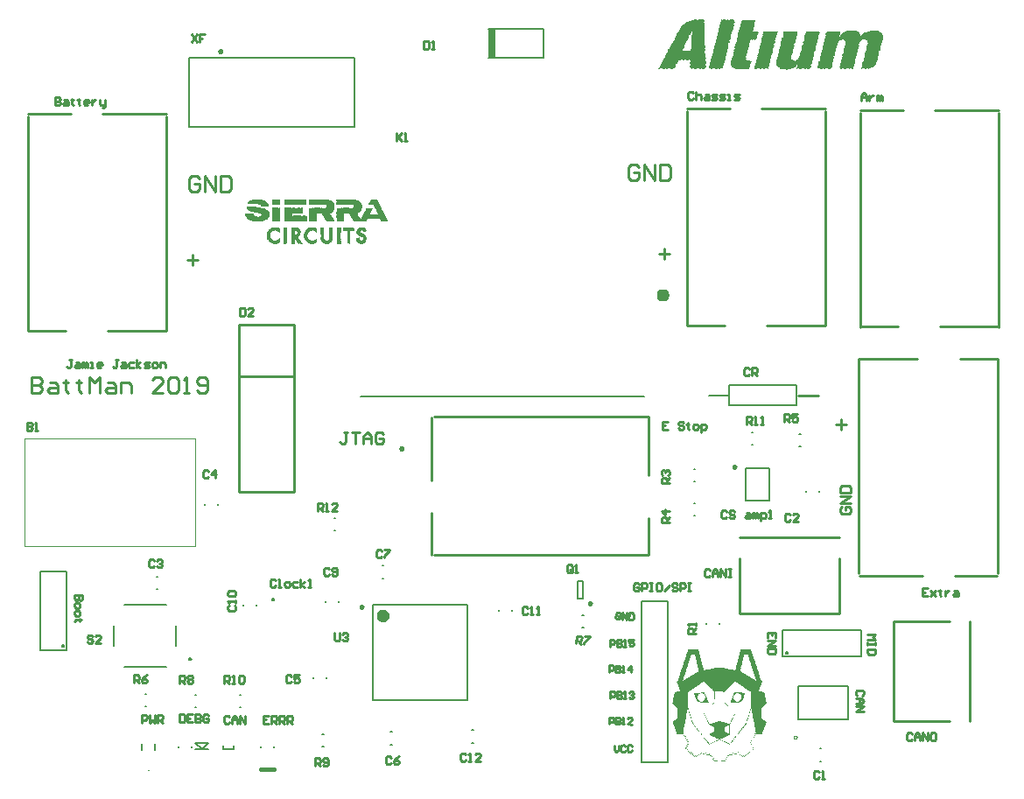
<source format=gbr>
%FSTAX23Y23*%
%MOIN*%
%SFA1B1*%

%IPPOS*%
%ADD78C,0.005000*%
%ADD102C,0.008000*%
%ADD103C,0.010000*%
%ADD104C,0.024000*%
%ADD105C,0.004000*%
%ADD106C,0.002000*%
%ADD107C,0.010000*%
%ADD108C,0.016000*%
%ADD109R,0.031000X0.110000*%
%LNbatt_man_rev2_legend_top-1*%
%LPD*%
G36*
X02759Y03461D02*
X0276D01*
Y0346*
X02759*
Y03461*
X02757*
Y03463*
X02759*
Y03461*
G37*
G36*
X02756D02*
X02757D01*
Y0346*
X02759*
Y03459*
X02757*
Y03457*
X02759*
Y03456*
X02757*
Y03454*
X02759*
Y03453*
X02757*
Y03452*
X02759*
Y0345*
X02757*
Y03449*
X02756*
Y03448*
X02757*
Y03446*
X02756*
Y03445*
X02755*
Y03443*
X02756*
Y03442*
X02755*
Y03441*
X02756*
Y03439*
X02755*
Y03438*
X02756*
Y03437*
X02755*
Y03438*
X02753*
Y03437*
X02752*
Y03435*
X02753*
Y03434*
X02752*
Y03433*
X02753*
Y03431*
X02752*
Y0343*
X02753*
Y03428*
X02752*
Y03427*
X0275*
Y03426*
X02752*
Y03424*
X0275*
Y03423*
X02749*
Y03422*
X0275*
Y0342*
X02749*
Y03419*
X0275*
Y03417*
X02749*
Y03416*
X02748*
Y03415*
X02746*
Y03413*
X02748*
Y03412*
X02746*
Y03411*
X02748*
Y03409*
X02746*
Y03408*
X02748*
Y03407*
X02746*
Y03405*
X02745*
Y03404*
X02746*
Y03402*
X02745*
Y03401*
X02744*
Y034*
X02745*
Y03398*
X02744*
Y03397*
X02745*
Y03396*
X02744*
Y03394*
X02742*
Y03393*
Y03391*
Y0339*
X02741*
Y03389*
X02742*
Y03387*
X02741*
Y03386*
X02742*
Y03385*
X02741*
Y03383*
X0274*
Y03382*
X02741*
Y0338*
X0274*
Y03382*
X02738*
Y0338*
X0274*
Y03379*
X02738*
Y03378*
X0274*
Y03376*
X02738*
Y03375*
X0274*
Y03374*
X02738*
Y03372*
X02737*
Y03371*
X02735*
Y0337*
X02737*
Y03368*
X02735*
Y03367*
X02737*
Y03365*
X02735*
Y03364*
X02737*
Y03363*
X02735*
Y03361*
X02734*
Y0336*
Y03359*
Y03357*
X02733*
Y03356*
X02734*
Y03354*
X02733*
Y03353*
X02734*
Y03352*
X02733*
Y0335*
X02731*
Y03349*
X0273*
Y03348*
X02731*
Y03346*
X0273*
Y03345*
X02731*
Y03343*
X0273*
Y03342*
X02731*
Y03341*
X0273*
Y03339*
X02729*
Y03338*
Y03337*
Y03335*
X02727*
Y03334*
X02729*
Y03333*
X02727*
Y03331*
Y0333*
Y03328*
X02726*
Y03327*
X02724*
Y03326*
X02726*
Y03324*
X02724*
Y03323*
X02726*
Y03322*
X02724*
Y0332*
X02726*
Y03319*
X02724*
Y03317*
X02723*
Y03316*
X02724*
Y03315*
X02723*
Y03313*
X02722*
Y03312*
X02723*
Y03311*
X02722*
Y03309*
X02723*
Y03308*
X02722*
Y03307*
X0272*
Y03305*
X02719*
Y03304*
X0272*
Y03302*
X02719*
Y03301*
X0272*
Y033*
X02719*
Y03298*
X0272*
Y03297*
X02719*
Y03296*
X02718*
Y03294*
X02716*
Y03293*
X02718*
Y03291*
X02716*
Y0329*
X02718*
Y03289*
X02716*
Y03287*
X02718*
Y03286*
X02716*
Y03285*
X02715*
Y03283*
X02713*
Y03282*
X02715*
Y0328*
X02713*
Y03279*
X02715*
Y03278*
X02713*
Y03276*
X02715*
Y03275*
X02713*
Y03274*
X02712*
Y03275*
X02711*
Y03274*
X02712*
Y03272*
X02711*
Y03274*
X02709*
Y03275*
X02708*
Y03274*
X02707*
Y03275*
X02705*
Y03274*
X02707*
Y03272*
X02705*
Y03274*
X02704*
Y03275*
X02703*
Y03274*
X02701*
Y03275*
X027*
Y03274*
X02701*
Y03272*
X027*
Y03274*
X02698*
Y03275*
X02697*
Y03274*
X02696*
Y03275*
X02694*
Y03274*
X02696*
Y03272*
X02694*
Y03274*
X02693*
Y03275*
X02692*
Y03274*
X0269*
Y03275*
X02689*
Y03274*
X0269*
Y03272*
X02689*
Y03274*
X02687*
Y03275*
X02686*
Y03274*
X02685*
Y03275*
X02683*
Y03274*
X02685*
Y03272*
X02683*
Y03274*
X02682*
Y03275*
X02681*
Y03274*
X02679*
Y03275*
X02678*
Y03274*
X02679*
Y03272*
X02678*
Y03274*
X02677*
Y03275*
X02675*
Y03274*
X02674*
Y03275*
X02672*
Y03274*
X02674*
Y03272*
X02672*
Y03274*
X02671*
Y03275*
X0267*
Y03274*
X02668*
Y03275*
X02667*
Y03274*
X02668*
Y03272*
X02667*
Y03274*
X02666*
Y03275*
X02664*
Y03274*
X02663*
Y03275*
X02661*
Y03274*
X02663*
Y03272*
X02661*
Y03274*
X0266*
Y03275*
X02659*
Y03276*
X0266*
Y03278*
X02661*
Y03279*
X02663*
Y0328*
X02661*
Y03282*
X02663*
Y03283*
X02661*
Y03285*
X02663*
Y03286*
X02664*
Y03287*
X02663*
Y03289*
X02664*
Y0329*
Y03291*
Y03293*
X02666*
Y03294*
X02664*
Y03296*
X02666*
Y03297*
X02664*
Y03298*
X02666*
Y033*
X02667*
Y03301*
X02668*
Y03302*
X02667*
Y03304*
X02668*
Y03305*
X02667*
Y03307*
X02668*
Y03308*
X0267*
Y03309*
X02668*
Y03311*
X0267*
Y03312*
X02671*
Y03313*
X0267*
Y03315*
X02671*
Y03316*
X0267*
Y03317*
X02671*
Y03319*
X0267*
Y0332*
X02671*
Y03322*
X02672*
Y03323*
X02674*
Y03324*
X02672*
Y03326*
X02674*
Y03327*
X02672*
Y03328*
X02674*
Y0333*
Y03331*
Y03333*
X02675*
Y03331*
X02677*
Y03333*
X02675*
Y03334*
X02677*
Y03335*
X02675*
Y03337*
X02677*
Y03338*
X02675*
Y03339*
X02677*
Y03341*
X02675*
Y03342*
X02678*
Y03343*
Y03345*
X02679*
Y03346*
X02678*
Y03348*
X02679*
Y03349*
X02678*
Y0335*
X02679*
Y03352*
Y03353*
Y03354*
X02681*
Y03353*
X02682*
Y03354*
X02681*
Y03356*
X02682*
Y03357*
X02681*
Y03359*
X02682*
Y0336*
X02681*
Y03361*
X02682*
Y03363*
X02681*
Y03364*
X02682*
Y03365*
X02683*
Y03367*
X02685*
Y03368*
X02683*
Y0337*
X02685*
Y03371*
X02683*
Y03372*
X02685*
Y03374*
X02686*
Y03375*
X02685*
Y03376*
X02686*
Y03375*
X02687*
Y03376*
X02686*
Y03378*
Y03379*
Y0338*
X02687*
Y03382*
X02686*
Y03383*
X02687*
Y03385*
X02686*
Y03386*
X02687*
Y03387*
X02689*
Y03389*
X0269*
Y0339*
X02689*
Y03391*
X0269*
Y03393*
X02689*
Y03394*
X0269*
Y03396*
X02689*
Y03397*
X0269*
Y03396*
X02692*
Y03397*
X0269*
Y03398*
X02692*
Y034*
Y03401*
Y03402*
X02693*
Y03404*
X02692*
Y03405*
X02693*
Y03407*
X02692*
Y03408*
X02693*
Y03409*
X02694*
Y03411*
X02696*
Y03412*
X02694*
Y03413*
X02696*
Y03415*
X02694*
Y03416*
X02696*
Y03417*
X02697*
Y03419*
X02696*
Y0342*
X02697*
Y03419*
X02698*
Y0342*
X02697*
Y03422*
X02698*
Y03423*
X02697*
Y03424*
X02698*
Y03426*
X02697*
Y03427*
X02698*
Y03428*
X02697*
Y0343*
X027*
Y03431*
Y03433*
X02701*
Y03434*
X027*
Y03435*
X02701*
Y03437*
X027*
Y03438*
X02701*
Y03439*
Y03441*
Y03442*
X02703*
Y03441*
X02704*
Y03442*
X02703*
Y03443*
X02704*
Y03445*
X02703*
Y03446*
X02704*
Y03448*
X02703*
Y03449*
X02704*
Y0345*
X02703*
Y03452*
X02705*
Y03453*
Y03454*
X02707*
Y03456*
X02705*
Y03457*
X02707*
Y03459*
X02705*
Y0346*
X02707*
Y03461*
X02708*
Y03463*
X02709*
Y03461*
X02711*
Y0346*
X02712*
Y03461*
X02711*
Y03463*
X02712*
Y03461*
X02713*
Y0346*
X02715*
Y03461*
X02713*
Y03463*
X02715*
Y03461*
X02716*
Y0346*
X02718*
Y03461*
X02716*
Y03463*
X02718*
Y03461*
X02719*
Y03463*
X0272*
Y03461*
X02722*
Y0346*
X02723*
Y03461*
X02722*
Y03463*
X02723*
Y03461*
X02724*
Y0346*
X02726*
Y03461*
X02724*
Y03463*
X02726*
Y03461*
X02727*
Y0346*
X02729*
Y03461*
X02727*
Y03463*
X02729*
Y03461*
X0273*
Y03463*
X02731*
Y03461*
X02733*
Y0346*
X02734*
Y03461*
X02733*
Y03463*
X02734*
Y03461*
X02735*
Y0346*
X02737*
Y03461*
X02735*
Y03463*
X02737*
Y03461*
X02738*
Y0346*
X0274*
Y03461*
X02738*
Y03463*
X0274*
Y03461*
X02741*
Y03463*
X02742*
Y03461*
X02744*
Y0346*
X02745*
Y03461*
X02744*
Y03463*
X02745*
Y03461*
X02746*
Y0346*
X02748*
Y03461*
X02746*
Y03463*
X02748*
Y03461*
X02749*
Y0346*
X0275*
Y03461*
X02749*
Y03463*
X0275*
Y03461*
X02752*
Y03463*
X02753*
Y03461*
X02755*
Y0346*
X02756*
Y03461*
X02755*
Y03463*
X02756*
Y03461*
G37*
G36*
X02638D02*
X0264D01*
Y0346*
X02641*
Y03459*
X02642*
Y03457*
X02641*
Y03456*
X02642*
Y03454*
Y03453*
Y03452*
X02644*
Y0345*
X02642*
Y03452*
X02641*
Y0345*
X02642*
Y03449*
Y03448*
Y03446*
X02644*
Y03445*
X02642*
Y03443*
X02644*
Y03442*
X02642*
Y03441*
X02644*
Y03439*
X02642*
Y03438*
X02644*
Y03437*
X02642*
Y03435*
X02644*
Y03434*
X02642*
Y03433*
X02644*
Y03431*
X02642*
Y0343*
X02644*
Y03428*
X02642*
Y03427*
X02644*
Y03426*
X02642*
Y03424*
X02644*
Y03423*
X02642*
Y03422*
X02644*
Y0342*
X02642*
Y03419*
X02644*
Y03417*
X02642*
Y03416*
X02644*
Y03415*
X02642*
Y03413*
X02644*
Y03412*
X02642*
Y03411*
X02644*
Y03409*
X02642*
Y03408*
X02644*
Y03407*
Y03405*
Y03404*
X02642*
Y03402*
X02644*
Y03401*
X02645*
Y034*
X02644*
Y03398*
X02642*
Y03397*
X02644*
Y03396*
X02645*
Y03394*
X02644*
Y03393*
X02645*
Y03391*
X02644*
Y03393*
X02642*
Y03391*
X02644*
Y0339*
X02645*
Y03389*
X02644*
Y03387*
X02645*
Y03386*
Y03385*
Y03383*
X02646*
Y03382*
X02645*
Y03383*
X02644*
Y03382*
X02645*
Y0338*
Y03379*
Y03378*
Y03376*
Y03375*
Y03374*
Y03372*
X02646*
Y03371*
X02645*
Y0337*
X02646*
Y03368*
X02645*
Y03367*
X02646*
Y03365*
X02645*
Y03364*
X02646*
Y03363*
X02645*
Y03361*
X02646*
Y0336*
X02645*
Y03359*
X02646*
Y03357*
X02645*
Y03356*
X02646*
Y03354*
X02645*
Y03353*
X02646*
Y03352*
X02645*
Y0335*
X02646*
Y03349*
X02645*
Y03348*
X02646*
Y03346*
X02645*
Y03345*
X02646*
Y03343*
X02645*
Y03342*
X02646*
Y03341*
X02645*
Y03339*
X02646*
Y03338*
X02645*
Y03337*
X02646*
Y03335*
X02645*
Y03334*
X02646*
Y03333*
Y03331*
Y0333*
Y03328*
Y03327*
Y03326*
Y03324*
Y03323*
Y03322*
X02648*
Y0332*
X02646*
Y03319*
X02648*
Y03317*
X02646*
Y03316*
X02648*
Y03315*
X02649*
Y03313*
X02648*
Y03315*
X02646*
Y03313*
X02648*
Y03312*
X02646*
Y03311*
X02648*
Y03309*
X02649*
Y03308*
X02648*
Y03309*
X02646*
Y03308*
X02648*
Y03307*
Y03305*
Y03304*
X02649*
Y03302*
X02648*
Y03301*
X02649*
Y033*
X02648*
Y03298*
X02649*
Y03297*
X02648*
Y03296*
X02649*
Y03294*
X02648*
Y03293*
X02649*
Y03291*
X02648*
Y0329*
X02649*
Y03289*
X02648*
Y03287*
X02649*
Y03286*
X02648*
Y03285*
X02649*
Y03283*
X02648*
Y03282*
X02649*
Y0328*
X02648*
Y03279*
X02649*
Y03278*
X02648*
Y03276*
X02649*
Y03275*
X02648*
Y03274*
X02646*
Y03275*
X02645*
Y03274*
X02646*
Y03272*
X02645*
Y03274*
X02644*
Y03275*
X02642*
Y03274*
X02641*
Y03275*
X0264*
Y03274*
X02641*
Y03272*
X0264*
Y03274*
X02638*
Y03275*
X02637*
Y03274*
X02635*
Y03275*
X02634*
Y03274*
X02635*
Y03272*
X02634*
Y03274*
X02633*
Y03275*
X02631*
Y03274*
X0263*
Y03275*
X02629*
Y03274*
X0263*
Y03272*
X02629*
Y03274*
X02627*
Y03275*
X02626*
Y03274*
X02624*
Y03275*
X02623*
Y03274*
X02624*
Y03272*
X02623*
Y03274*
X02622*
Y03275*
X0262*
Y03274*
X02619*
Y03275*
X02618*
Y03274*
X02619*
Y03272*
X02618*
Y03274*
X02616*
Y03275*
X02615*
Y03274*
X02613*
Y03275*
X02612*
Y03274*
X02613*
Y03272*
X02612*
Y03274*
X02611*
Y03275*
X02609*
Y03274*
X02608*
Y03275*
X02607*
Y03274*
X02608*
Y03272*
X02607*
Y03274*
X02605*
Y03275*
X02604*
Y03274*
X02603*
Y03275*
X02601*
Y03274*
X02603*
Y03272*
X02601*
Y03274*
X026*
Y03275*
X02598*
Y03274*
X02597*
Y03275*
X02596*
Y03274*
X02597*
Y03272*
X02596*
Y03274*
X02594*
Y03275*
X02593*
Y03274*
X02592*
Y03275*
X0259*
Y03274*
X02592*
Y03272*
X0259*
Y03274*
X02589*
Y03275*
X02587*
Y03276*
X02589*
Y03278*
X02587*
Y03279*
X02589*
Y0328*
X02587*
Y03282*
X02589*
Y03283*
X02587*
Y03285*
X02589*
Y03286*
X02587*
Y03287*
X02589*
Y03289*
X02587*
Y0329*
X02589*
Y03291*
X02587*
Y03293*
X02589*
Y03294*
X02587*
Y03296*
X02589*
Y03297*
X02587*
Y03298*
X02589*
Y033*
X0259*
Y03301*
X02589*
Y03302*
X02587*
Y03304*
X02589*
Y03305*
X02587*
Y03307*
X02586*
Y03308*
X02585*
Y03307*
X02586*
Y03305*
X02585*
Y03307*
X02583*
Y03308*
X02582*
Y03307*
X02583*
Y03305*
X02582*
Y03307*
X02581*
Y03308*
X02579*
Y03307*
X02581*
Y03305*
X02579*
Y03307*
X02578*
Y03308*
X02577*
Y03307*
X02578*
Y03305*
X02577*
Y03307*
X02575*
Y03308*
X02574*
Y03307*
X02575*
Y03305*
X02574*
Y03307*
X02572*
Y03308*
X02571*
Y03307*
X02572*
Y03305*
X02571*
Y03307*
X0257*
Y03308*
X02568*
Y03307*
X0257*
Y03305*
X02568*
Y03307*
X02567*
Y03308*
X02566*
Y03307*
X02567*
Y03305*
X02566*
Y03307*
X02564*
Y03308*
X02563*
Y03307*
X02564*
Y03305*
X02563*
Y03307*
X02561*
Y03308*
X0256*
Y03307*
X02561*
Y03305*
X0256*
Y03307*
X02559*
Y03308*
X02557*
Y03307*
X02559*
Y03305*
X02557*
Y03307*
X02556*
Y03308*
X02555*
Y03307*
X02556*
Y03305*
X02555*
Y03307*
X02553*
Y03308*
X02552*
Y03307*
X02553*
Y03305*
X02552*
Y03307*
X0255*
Y03308*
X02549*
Y03307*
X0255*
Y03305*
X02549*
Y03307*
X02548*
Y03308*
X02546*
Y03307*
X02548*
Y03305*
X02546*
Y03307*
X02545*
Y03305*
X02544*
Y03304*
X02542*
Y03302*
X02541*
Y03301*
X02542*
Y033*
X02541*
Y03298*
X0254*
Y03297*
X02538*
Y03296*
X0254*
Y03294*
X02538*
Y03293*
X02537*
Y03291*
X02535*
Y0329*
X02537*
Y03289*
X02535*
Y03287*
Y03286*
Y03285*
X02534*
Y03283*
X02533*
Y03282*
X02534*
Y0328*
X02533*
Y03279*
X02531*
Y03278*
X0253*
Y03276*
X02531*
Y03275*
X0253*
Y03274*
X02529*
Y03275*
X02527*
Y03274*
X02526*
Y03275*
X02524*
Y03274*
X02526*
Y03272*
X02524*
Y03274*
X02523*
Y03275*
X02522*
Y03274*
X0252*
Y03275*
X02519*
Y03274*
X0252*
Y03272*
X02519*
Y03274*
X02518*
Y03275*
X02516*
Y03274*
X02515*
Y03275*
X02514*
Y03274*
X02515*
Y03272*
X02514*
Y03274*
X02512*
Y03275*
X02511*
Y03274*
X02509*
Y03275*
X02508*
Y03274*
X02509*
Y03272*
X02508*
Y03274*
X02507*
Y03275*
X02505*
Y03274*
X02504*
Y03275*
X02503*
Y03274*
X02504*
Y03272*
X02503*
Y03274*
X02501*
Y03275*
X025*
Y03274*
X02498*
Y03275*
X02497*
Y03274*
X02498*
Y03272*
X02497*
Y03274*
X02496*
Y03275*
X02494*
Y03274*
X02493*
Y03275*
X02492*
Y03274*
X02493*
Y03272*
X02492*
Y03274*
X0249*
Y03275*
X02489*
Y03274*
X02487*
Y03275*
X02486*
Y03274*
X02487*
Y03272*
X02486*
Y03274*
X02485*
Y03275*
X02483*
Y03274*
X02482*
Y03275*
X02481*
Y03274*
X02482*
Y03272*
X02481*
Y03274*
X02479*
Y03275*
X02478*
Y03274*
X02477*
Y03275*
X02475*
Y03274*
X02477*
Y03272*
X02475*
Y03274*
X02474*
Y03275*
X02472*
Y03274*
X02471*
Y03275*
X0247*
Y03276*
X02471*
Y03278*
X0247*
Y03279*
X02471*
Y0328*
X02472*
Y03282*
X02474*
Y03283*
X02472*
Y03285*
X02474*
Y03286*
X02475*
Y03287*
X02477*
Y03289*
X02475*
Y0329*
X02477*
Y03291*
X02478*
Y03293*
X02479*
Y03294*
X02481*
Y03296*
X02479*
Y03297*
X02481*
Y03298*
X02482*
Y033*
X02483*
Y03301*
Y03302*
Y03304*
X02485*
Y03305*
X02486*
Y03307*
X02487*
Y03308*
X02486*
Y03309*
X02487*
Y03311*
X02489*
Y03309*
X0249*
Y03311*
X02489*
Y03312*
X0249*
Y03313*
X02489*
Y03315*
X0249*
Y03316*
X02492*
Y03317*
X02493*
Y03319*
X02492*
Y0332*
X02493*
Y03322*
X02494*
Y03323*
X02496*
Y03324*
X02494*
Y03326*
X02496*
Y03327*
X02497*
Y03328*
X02498*
Y0333*
X02497*
Y03331*
X02498*
Y03333*
X025*
Y03331*
X02501*
Y03333*
X025*
Y03334*
X02501*
Y03335*
X025*
Y03337*
X02503*
Y03338*
Y03339*
X02504*
Y03341*
X02505*
Y03342*
X02507*
Y03343*
X02505*
Y03345*
X02507*
Y03346*
X02505*
Y03348*
X02507*
Y03346*
X02508*
Y03348*
X02509*
Y03349*
X02508*
Y0335*
X02509*
Y03352*
X02511*
Y03353*
X02512*
Y03354*
X02511*
Y03356*
X02512*
Y03357*
X02514*
Y03359*
X02515*
Y0336*
X02514*
Y03361*
X02515*
Y03363*
X02516*
Y03364*
X02518*
Y03365*
X02519*
Y03367*
X02518*
Y03368*
X02519*
Y0337*
X0252*
Y03371*
X02519*
Y03372*
X02522*
Y03374*
Y03375*
X02523*
Y03376*
X02524*
Y03378*
X02526*
Y03379*
X02524*
Y0338*
X02526*
Y03382*
X02527*
Y03383*
X02529*
Y03385*
X02527*
Y03386*
X02529*
Y03387*
X0253*
Y03389*
X02531*
Y0339*
X0253*
Y03391*
X02531*
Y03393*
X02533*
Y03394*
X02534*
Y03396*
X02533*
Y03397*
X02535*
Y03398*
Y034*
X02537*
Y03401*
Y03402*
Y03404*
X02538*
Y03402*
X0254*
Y03404*
X02538*
Y03405*
X0254*
Y03407*
X02538*
Y03408*
X02541*
Y03409*
Y03411*
X02542*
Y03412*
X02544*
Y03413*
X02545*
Y03415*
X02544*
Y03416*
X02545*
Y03417*
X02544*
Y03419*
X02545*
Y03417*
X02546*
Y03419*
X02548*
Y0342*
X02546*
Y03422*
X02548*
Y03423*
X02549*
Y03424*
X0255*
Y03426*
X02549*
Y03427*
X0255*
Y03428*
X02552*
Y0343*
X02553*
Y03431*
X02555*
Y03433*
X02556*
Y03434*
X02555*
Y03435*
X02559*
Y03437*
X02557*
Y03438*
X0256*
Y03439*
Y03441*
X02563*
Y03442*
Y03443*
X02567*
Y03445*
X02566*
Y03446*
X0257*
Y03448*
X02571*
Y03449*
X02572*
Y0345*
X02574*
Y03452*
X02578*
Y03453*
X02579*
Y03454*
X02583*
Y03456*
X02582*
Y03457*
X02583*
Y03456*
X02585*
Y03457*
X02586*
Y03456*
X02587*
Y03457*
X02592*
Y03459*
X0259*
Y0346*
X02592*
Y03459*
X02593*
Y03457*
X02594*
Y03459*
X02593*
Y0346*
X02594*
Y03459*
X02596*
Y0346*
X026*
Y03461*
X02601*
Y0346*
X02603*
Y03461*
X02604*
Y0346*
X02605*
Y03461*
X02607*
Y0346*
X02608*
Y03461*
X02609*
Y03463*
X02611*
Y03461*
X02612*
Y0346*
X02613*
Y03461*
X02612*
Y03463*
X02613*
Y03461*
X02615*
Y0346*
X02616*
Y03461*
X02615*
Y03463*
X02616*
Y03461*
X02618*
Y0346*
X02619*
Y03461*
X02618*
Y03463*
X02619*
Y03461*
X0262*
Y03463*
X02622*
Y03461*
X02623*
Y0346*
X02624*
Y03461*
X02623*
Y03463*
X02624*
Y03461*
X02626*
Y0346*
X02627*
Y03461*
X02626*
Y03463*
X02627*
Y03461*
X02629*
Y0346*
X0263*
Y03461*
X02629*
Y03463*
X0263*
Y03461*
X02631*
Y03463*
X02633*
Y03461*
X02634*
Y0346*
X02635*
Y03461*
X02634*
Y03463*
X02635*
Y03461*
X02637*
Y0346*
X02638*
Y03461*
X02637*
Y03463*
X02638*
Y03461*
G37*
G36*
X02835Y03459D02*
X02837D01*
Y03457*
X02838*
Y03456*
X02837*
Y03454*
X02838*
Y03453*
X02837*
Y03452*
X02835*
Y0345*
X02837*
Y03449*
X02835*
Y03448*
X02834*
Y03446*
X02835*
Y03445*
X02834*
Y03443*
Y03442*
Y03441*
X02833*
Y03439*
X02831*
Y03438*
X02833*
Y03437*
X02831*
Y03435*
X02833*
Y03434*
X02831*
Y03433*
X02833*
Y03431*
X02831*
Y03433*
X0283*
Y03431*
X02831*
Y0343*
X0283*
Y03431*
X02829*
Y0343*
X0283*
Y03428*
Y03427*
Y03426*
X02829*
Y03424*
X0283*
Y03423*
X02829*
Y03422*
Y0342*
Y03419*
X02827*
Y03417*
X02829*
Y03416*
X02849*
Y03415*
X02848*
Y03413*
X02849*
Y03412*
X02848*
Y03411*
X02849*
Y03409*
X02848*
Y03411*
X02846*
Y03409*
X02848*
Y03408*
X02846*
Y03407*
X02848*
Y03405*
X02846*
Y03404*
X02845*
Y03402*
X02846*
Y03401*
X02845*
Y034*
Y03398*
Y03397*
X02846*
Y03396*
X02845*
Y03397*
X02844*
Y03396*
X02842*
Y03394*
X02844*
Y03393*
X02842*
Y03391*
X02844*
Y0339*
X02842*
Y03389*
X02841*
Y03387*
X02842*
Y03386*
X02841*
Y03385*
X02837*
Y03383*
X02835*
Y03385*
X02834*
Y03383*
X02833*
Y03385*
X02831*
Y03383*
X0283*
Y03385*
X02826*
Y03383*
X02824*
Y03385*
X0282*
Y03383*
X02819*
Y03382*
X02818*
Y0338*
X02819*
Y03379*
X02818*
Y03378*
X02816*
Y03376*
X02818*
Y03375*
X02816*
Y03374*
X02815*
Y03372*
X02816*
Y03371*
X02815*
Y0337*
X02816*
Y03368*
X02815*
Y03367*
X02813*
Y03365*
X02815*
Y03364*
X02813*
Y03365*
X02812*
Y03364*
X02813*
Y03363*
X02812*
Y03361*
X02813*
Y0336*
X02812*
Y03359*
X02813*
Y03357*
X02812*
Y03356*
X02811*
Y03354*
X02812*
Y03353*
X02811*
Y03352*
X02809*
Y0335*
X02811*
Y03349*
X02809*
Y03348*
X02811*
Y03346*
X02809*
Y03345*
X02808*
Y03343*
X02807*
Y03342*
X02808*
Y03341*
X02807*
Y03339*
X02808*
Y03338*
X02807*
Y03337*
X02808*
Y03335*
X02807*
Y03334*
X02805*
Y03333*
X02807*
Y03331*
X02805*
Y0333*
X02804*
Y03328*
X02805*
Y03327*
X02804*
Y03326*
X02805*
Y03324*
X02804*
Y03323*
X02805*
Y03322*
X02804*
Y03323*
X02803*
Y03322*
X02801*
Y0332*
X02803*
Y03319*
X02801*
Y03317*
X02803*
Y03316*
X02801*
Y03315*
X02803*
Y03313*
X02801*
Y03312*
X02803*
Y03311*
X02801*
Y03309*
X02803*
Y03308*
X02804*
Y03307*
X02808*
Y03305*
X02809*
Y03307*
X02811*
Y03305*
X02812*
Y03304*
X02813*
Y03305*
X02812*
Y03307*
X02813*
Y03305*
X02815*
Y03307*
X02816*
Y03305*
X02818*
Y03304*
X02819*
Y03305*
X02818*
Y03307*
X02819*
Y03305*
X0282*
Y03304*
X02822*
Y03302*
X0282*
Y03301*
X02822*
Y033*
X0282*
Y03301*
X02819*
Y033*
X0282*
Y03298*
X02819*
Y03297*
X0282*
Y03296*
X02819*
Y03294*
X02818*
Y03293*
X02819*
Y03291*
X02818*
Y0329*
Y03289*
Y03287*
X02819*
Y03286*
X02818*
Y03287*
X02816*
Y03286*
X02815*
Y03285*
X02816*
Y03283*
X02815*
Y03282*
X02816*
Y0328*
X02815*
Y03279*
X02813*
Y03278*
X02815*
Y03276*
X02813*
Y03275*
X02812*
Y03274*
X02811*
Y03275*
X02809*
Y03274*
X02811*
Y03272*
X02809*
Y03274*
X02808*
Y03272*
X02807*
Y03274*
X02805*
Y03272*
X02804*
Y03274*
X02803*
Y03272*
X02801*
Y03274*
X028*
Y03272*
X02798*
Y03274*
X02797*
Y03272*
X02796*
Y03274*
X02794*
Y03272*
X02793*
Y03274*
X02792*
Y03272*
X02787*
Y03274*
X02786*
Y03272*
X02782*
Y03274*
X02781*
Y03272*
X02777*
Y03274*
X02775*
Y03272*
X02774*
Y03274*
X02772*
Y03272*
X02771*
Y03274*
X0277*
Y03272*
X02768*
Y03274*
X02767*
Y03275*
X02766*
Y03274*
X02767*
Y03272*
X02766*
Y03274*
X02764*
Y03275*
X02763*
Y03274*
X02761*
Y03275*
X02757*
Y03276*
X02756*
Y03275*
X02755*
Y03276*
X02753*
Y03278*
X02752*
Y03279*
X0275*
Y0328*
X02746*
Y03282*
X02748*
Y03283*
X02746*
Y03285*
X02745*
Y03286*
X02746*
Y03287*
X02745*
Y03289*
X02744*
Y0329*
X02745*
Y03291*
X02744*
Y03293*
X02745*
Y03294*
X02744*
Y03296*
X02745*
Y03297*
X02744*
Y03298*
X02745*
Y033*
X02744*
Y03301*
X02745*
Y03302*
X02746*
Y03304*
X02745*
Y03305*
X02746*
Y03304*
X02748*
Y03305*
X02746*
Y03307*
X02748*
Y03308*
X02746*
Y03309*
X02748*
Y03311*
Y03312*
Y03313*
X02746*
Y03315*
X02749*
Y03316*
Y03317*
X0275*
Y03319*
X02749*
Y0332*
X0275*
Y03322*
X02749*
Y03323*
X0275*
Y03324*
X02752*
Y03326*
X0275*
Y03327*
X02752*
Y03326*
X02753*
Y03327*
X02752*
Y03328*
X02753*
Y0333*
X02752*
Y03331*
X02753*
Y03333*
Y03334*
Y03335*
X02752*
Y03337*
X02753*
Y03335*
X02755*
Y03337*
Y03338*
Y03339*
X02756*
Y03341*
X02755*
Y03342*
X02756*
Y03343*
X02755*
Y03345*
X02756*
Y03346*
X02757*
Y03348*
X02756*
Y03349*
X02757*
Y03348*
X02759*
Y03349*
X02757*
Y0335*
X02759*
Y03352*
X02757*
Y03353*
X02759*
Y03354*
X02757*
Y03356*
X02759*
Y03357*
X02757*
Y03359*
X02759*
Y03357*
X0276*
Y03359*
Y0336*
Y03361*
X02761*
Y03363*
X0276*
Y03364*
X02761*
Y03365*
X0276*
Y03367*
X02761*
Y03368*
X02763*
Y0337*
X02764*
Y03371*
X02763*
Y03372*
X02764*
Y03374*
X02763*
Y03375*
X02764*
Y03376*
X02766*
Y03378*
X02764*
Y03379*
X02766*
Y0338*
Y03382*
Y03383*
X02767*
Y03385*
X02766*
Y03386*
X02767*
Y03387*
X02766*
Y03389*
X02767*
Y0339*
X02768*
Y03391*
X0277*
Y03393*
X02768*
Y03394*
X0277*
Y03396*
X02768*
Y03397*
X0277*
Y03398*
Y034*
Y03401*
X02771*
Y03402*
X02772*
Y03404*
X02771*
Y03405*
X02772*
Y03407*
X02771*
Y03408*
X02772*
Y03409*
X02771*
Y03411*
X02772*
Y03412*
X02774*
Y03413*
X02775*
Y03415*
X02774*
Y03416*
X02775*
Y03417*
X02774*
Y03419*
X02775*
Y0342*
Y03422*
Y03423*
X02777*
Y03424*
X02778*
Y03426*
X02777*
Y03427*
X02778*
Y03428*
X02777*
Y0343*
X02778*
Y03431*
X02777*
Y03433*
X02778*
Y03434*
X02779*
Y03435*
X02781*
Y03437*
X02779*
Y03438*
X02781*
Y03439*
X02779*
Y03441*
X02781*
Y03442*
X02782*
Y03443*
X02781*
Y03445*
X02782*
Y03446*
X02783*
Y03448*
X02782*
Y03449*
X02783*
Y0345*
X02782*
Y03452*
X02783*
Y03453*
Y03454*
Y03456*
X02785*
Y03457*
X02786*
Y03459*
X02785*
Y0346*
X02786*
Y03459*
X02787*
Y0346*
X02792*
Y03459*
X02793*
Y0346*
X02797*
Y03459*
X02798*
Y0346*
X02803*
Y03459*
X02804*
Y0346*
X02808*
Y03459*
X02809*
Y0346*
X02813*
Y03459*
X02815*
Y0346*
X02819*
Y03459*
X0282*
Y0346*
X02824*
Y03459*
X02826*
Y0346*
X0283*
Y03459*
X02831*
Y0346*
X02835*
Y03459*
G37*
G36*
X03297Y03419D02*
X03304D01*
Y03417*
X03305*
Y03416*
X03307*
Y03417*
X03305*
Y03419*
X03307*
Y03417*
X03308*
Y03416*
X03309*
Y03415*
X03311*
Y03413*
X03312*
Y03415*
X03311*
Y03416*
X03312*
Y03415*
X03313*
Y03413*
X03315*
Y03412*
X03316*
Y03411*
X03318*
Y03409*
X03319*
Y03408*
X0332*
Y03407*
X03319*
Y03405*
X0332*
Y03404*
X03322*
Y03402*
Y03401*
Y034*
Y03398*
Y03397*
X03323*
Y03396*
X03322*
Y03394*
X03323*
Y03393*
X03322*
Y03391*
X03323*
Y0339*
X03322*
Y03389*
Y03387*
Y03386*
X0332*
Y03385*
X03322*
Y03383*
X0332*
Y03385*
X03319*
Y03383*
X0332*
Y03382*
X03319*
Y0338*
X0332*
Y03379*
X03319*
Y03378*
X0332*
Y03376*
X03319*
Y03375*
Y03374*
Y03372*
X03318*
Y03371*
X03316*
Y0337*
X03318*
Y03368*
X03316*
Y03367*
X03318*
Y03365*
X03316*
Y03364*
X03318*
Y03363*
X03316*
Y03364*
X03315*
Y03363*
X03316*
Y03361*
X03315*
Y0336*
X03313*
Y03359*
X03315*
Y03357*
X03313*
Y03356*
X03315*
Y03354*
X03313*
Y03353*
Y03352*
Y0335*
X03312*
Y03349*
X03311*
Y03348*
X03312*
Y03346*
X03311*
Y03345*
X03312*
Y03343*
X03311*
Y03342*
X03312*
Y03341*
X03311*
Y03342*
X03309*
Y03341*
X03308*
Y03339*
X03309*
Y03338*
X03308*
Y03337*
X03309*
Y03335*
X03308*
Y03334*
X03309*
Y03333*
X03308*
Y03331*
Y0333*
Y03328*
X03307*
Y03327*
X03305*
Y03326*
X03307*
Y03324*
X03305*
Y03323*
X03307*
Y03322*
X03305*
Y0332*
X03307*
Y03319*
X03305*
Y0332*
X03304*
Y03319*
Y03317*
Y03316*
X03303*
Y03315*
X03304*
Y03313*
X03303*
Y03312*
X03304*
Y03311*
X03303*
Y03309*
Y03308*
Y03307*
X03301*
Y03305*
X033*
Y03304*
X03301*
Y03302*
X033*
Y03301*
X03301*
Y033*
X033*
Y03298*
X03298*
Y03297*
X03297*
Y03296*
X03298*
Y03294*
X03297*
Y03293*
Y03291*
X03296*
Y0329*
Y03289*
X03294*
Y03287*
X03293*
Y03286*
X03292*
Y03285*
X0329*
Y03283*
X03289*
Y03282*
X03287*
Y0328*
X03283*
Y03279*
X03282*
Y03278*
X03278*
Y03276*
X03279*
Y03275*
X03278*
Y03276*
X03276*
Y03275*
X0327*
Y03274*
X03268*
Y03275*
X03267*
Y03274*
X03266*
Y03275*
X03264*
Y03274*
X03266*
Y03272*
X03264*
Y03274*
X03263*
Y03275*
X03261*
Y03274*
X0326*
Y03275*
X03259*
Y03274*
X0326*
Y03272*
X03259*
Y03274*
X03257*
Y03275*
X03256*
Y03274*
X03255*
Y03275*
X03253*
Y03274*
X03255*
Y03272*
X03253*
Y03274*
X03252*
Y03275*
X0325*
Y03274*
X03249*
Y03275*
X03248*
Y03274*
X03249*
Y03272*
X03248*
Y03274*
X03246*
Y03275*
X03245*
Y03274*
X03244*
Y03275*
X03242*
Y03274*
X03244*
Y03272*
X03242*
Y03274*
X03241*
Y03275*
X0324*
Y03276*
X03241*
Y03278*
X03242*
Y03279*
X03241*
Y0328*
X0324*
Y03282*
X03241*
Y0328*
X03242*
Y03279*
X03244*
Y0328*
X03242*
Y03282*
X03244*
Y03283*
X03242*
Y03285*
X03244*
Y03286*
X03242*
Y03287*
X03244*
Y03289*
X03245*
Y0329*
X03244*
Y03291*
X03245*
Y03293*
X03246*
Y03294*
X03245*
Y03296*
X03246*
Y03297*
X03245*
Y03298*
X03246*
Y033*
X03248*
Y03301*
X03246*
Y03302*
X03248*
Y03301*
X03249*
Y03302*
X03248*
Y03304*
X03249*
Y03305*
X03248*
Y03307*
X03249*
Y03308*
X03248*
Y03309*
X03249*
Y03311*
Y03312*
Y03313*
X0325*
Y03315*
X03252*
Y03316*
X0325*
Y03317*
X03252*
Y03319*
X0325*
Y0332*
X03252*
Y03322*
X03253*
Y03323*
X03252*
Y03324*
X03253*
Y03326*
X03255*
Y03327*
X03253*
Y03328*
X03255*
Y0333*
X03253*
Y03331*
X03255*
Y03333*
Y03334*
Y03335*
X03256*
Y03337*
X03257*
Y03338*
X03256*
Y03339*
X03257*
Y03341*
X03256*
Y03342*
X03257*
Y03343*
X03259*
Y03345*
X03257*
Y03346*
X03259*
Y03348*
X0326*
Y03349*
X03259*
Y0335*
X0326*
Y03352*
X03259*
Y03353*
X0326*
Y03354*
X03261*
Y03356*
Y03357*
Y03359*
X03263*
Y0336*
X03261*
Y03361*
X03263*
Y03363*
X03261*
Y03364*
X03263*
Y03365*
X03264*
Y03367*
X03263*
Y03368*
X03264*
Y0337*
X03266*
Y03371*
X03264*
Y03372*
X03266*
Y03374*
X03264*
Y03375*
X03266*
Y03376*
X03264*
Y03378*
X03266*
Y03379*
X03264*
Y0338*
X03263*
Y03382*
X03261*
Y03383*
X0326*
Y03385*
X03259*
Y03383*
X0326*
Y03382*
X03259*
Y03383*
X03257*
Y03385*
X03248*
Y03383*
X03246*
Y03385*
X03245*
Y03383*
X03244*
Y03382*
X0324*
Y0338*
X03241*
Y03379*
X03237*
Y03378*
X03238*
Y03376*
X03234*
Y03375*
X03235*
Y03374*
X03234*
Y03372*
X03235*
Y03371*
X03234*
Y0337*
X03233*
Y03368*
X03231*
Y03367*
X03233*
Y03365*
X03231*
Y03364*
X03233*
Y03363*
X03231*
Y03361*
X03233*
Y0336*
X03231*
Y03361*
X0323*
Y0336*
X03231*
Y03359*
X0323*
Y03357*
X03231*
Y03356*
X0323*
Y03354*
X03229*
Y03353*
X0323*
Y03352*
X03229*
Y0335*
Y03349*
Y03348*
X0323*
Y03346*
X03229*
Y03348*
X03227*
Y03346*
X03226*
Y03345*
X03227*
Y03343*
X03226*
Y03342*
X03227*
Y03341*
X03226*
Y03339*
Y03338*
Y03337*
X03224*
Y03335*
X03223*
Y03334*
X03224*
Y03333*
X03223*
Y03331*
X03224*
Y0333*
X03223*
Y03328*
Y03327*
Y03326*
X03222*
Y03324*
X0322*
Y03323*
X03222*
Y03322*
X0322*
Y0332*
X03222*
Y03319*
X0322*
Y03317*
X03219*
Y03316*
X0322*
Y03315*
X03219*
Y03316*
X03218*
Y03315*
X03219*
Y03313*
Y03312*
Y03311*
X03218*
Y03309*
X03219*
Y03308*
X03218*
Y03307*
Y03305*
Y03304*
X03216*
Y03302*
X03215*
Y03301*
X03216*
Y033*
X03215*
Y03298*
X03216*
Y03297*
X03215*
Y03296*
X03216*
Y03294*
X03215*
Y03296*
X03213*
Y03294*
X03215*
Y03293*
X03213*
Y03294*
X03212*
Y03293*
X03213*
Y03291*
Y0329*
Y03289*
X03212*
Y03287*
X03213*
Y03286*
X03212*
Y03285*
Y03283*
Y03282*
X03211*
Y0328*
X03209*
Y03279*
X03211*
Y03278*
X03209*
Y03276*
X03211*
Y03275*
X03209*
Y03274*
X03208*
Y03275*
X03207*
Y03274*
X03205*
Y03275*
X03204*
Y03274*
X03205*
Y03272*
X03204*
Y03274*
X03203*
Y03275*
X03201*
Y03274*
X032*
Y03275*
X03198*
Y03274*
X032*
Y03272*
X03198*
Y03274*
X03197*
Y03275*
X03196*
Y03274*
X03194*
Y03275*
X03193*
Y03274*
X03194*
Y03272*
X03193*
Y03274*
X03192*
Y03275*
X0319*
Y03274*
X03189*
Y03275*
X03187*
Y03274*
X03189*
Y03272*
X03187*
Y03274*
X03186*
Y03275*
X03185*
Y03274*
X03183*
Y03275*
X03182*
Y03274*
X03183*
Y03272*
X03182*
Y03274*
X03181*
Y03275*
X03179*
Y03274*
X03178*
Y03275*
X03176*
Y03274*
X03178*
Y03272*
X03176*
Y03274*
X03175*
Y03275*
X03174*
Y03274*
X03172*
Y03275*
X03171*
Y03274*
X03172*
Y03272*
X03171*
Y03274*
X0317*
Y03275*
X03168*
Y03274*
X03167*
Y03275*
X03166*
Y03274*
X03167*
Y03272*
X03166*
Y03274*
X03164*
Y03275*
X03163*
Y03274*
X03161*
Y03275*
X0316*
Y03274*
X03161*
Y03272*
X0316*
Y03274*
X03159*
Y03275*
X03157*
Y03276*
X03159*
Y03278*
X03157*
Y03279*
X03159*
Y0328*
X03157*
Y03282*
X03159*
Y03283*
Y03285*
Y03286*
X03157*
Y03287*
X03159*
Y03286*
X0316*
Y03287*
X03161*
Y03289*
X0316*
Y0329*
X03161*
Y03291*
X0316*
Y03293*
X03161*
Y03294*
X0316*
Y03296*
X03161*
Y03297*
X03163*
Y03298*
X03164*
Y033*
X03163*
Y03301*
X03164*
Y03302*
X03163*
Y03304*
X03164*
Y03305*
Y03307*
Y03308*
X03163*
Y03309*
X03164*
Y03308*
X03166*
Y03309*
Y03311*
Y03312*
X03167*
Y03313*
X03166*
Y03315*
X03167*
Y03316*
X03166*
Y03317*
X03167*
Y03319*
X03168*
Y0332*
X0317*
Y03322*
X03168*
Y03323*
X0317*
Y03324*
X03168*
Y03326*
X0317*
Y03327*
X03168*
Y03328*
X0317*
Y03327*
X03171*
Y03328*
X0317*
Y0333*
X03171*
Y03331*
Y03333*
Y03334*
X03172*
Y03335*
X03171*
Y03337*
X03172*
Y03338*
X03171*
Y03339*
X03172*
Y03341*
X03174*
Y03342*
X03175*
Y03343*
X03174*
Y03345*
X03175*
Y03346*
X03174*
Y03348*
X03175*
Y03349*
X03176*
Y0335*
X03175*
Y03352*
X03176*
Y03353*
X03178*
Y03354*
X03176*
Y03356*
X03178*
Y03357*
X03176*
Y03359*
X03178*
Y0336*
X03176*
Y03361*
X03178*
Y03363*
X03179*
Y03364*
X03181*
Y03365*
X03179*
Y03367*
X03181*
Y03368*
X03179*
Y0337*
X03181*
Y03371*
Y03372*
Y03374*
X03179*
Y03375*
X03181*
Y03376*
Y03378*
Y03379*
X03179*
Y0338*
X03178*
Y03382*
X03176*
Y03383*
X03175*
Y03385*
X03171*
Y03383*
X0317*
Y03385*
X03166*
Y03383*
X03164*
Y03385*
X03163*
Y03383*
X03161*
Y03385*
X0316*
Y03383*
X03161*
Y03382*
X0316*
Y03383*
X03159*
Y03382*
X03157*
Y0338*
X03156*
Y03379*
X03155*
Y03378*
X03153*
Y03376*
X03152*
Y03375*
X03153*
Y03374*
X03152*
Y03372*
X0315*
Y03371*
X03149*
Y0337*
X0315*
Y03368*
X03149*
Y03367*
X0315*
Y03365*
X03149*
Y03367*
X03148*
Y03365*
X03149*
Y03364*
X03148*
Y03363*
X03149*
Y03361*
X03148*
Y0336*
X03146*
Y03359*
X03148*
Y03357*
X03146*
Y03356*
Y03354*
Y03353*
X03148*
Y03352*
X03146*
Y03353*
X03145*
Y03352*
X03144*
Y0335*
X03145*
Y03349*
X03144*
Y03348*
X03145*
Y03346*
X03144*
Y03345*
X03145*
Y03343*
X03144*
Y03342*
X03142*
Y03341*
X03144*
Y03339*
X03142*
Y03338*
X03141*
Y03337*
X03142*
Y03335*
X03141*
Y03334*
X03142*
Y03333*
X03141*
Y03331*
X0314*
Y0333*
Y03328*
Y03327*
X03138*
Y03326*
X0314*
Y03324*
X03138*
Y03323*
X0314*
Y03322*
X03138*
Y0332*
X03137*
Y03322*
X03135*
Y0332*
X03137*
Y03319*
X03138*
Y03317*
X03137*
Y03316*
X03135*
Y03315*
X03137*
Y03313*
X03135*
Y03312*
Y03311*
Y03309*
X03134*
Y03308*
X03133*
Y03307*
X03134*
Y03305*
X03133*
Y03304*
X03134*
Y03302*
X03133*
Y03301*
X03134*
Y033*
X03133*
Y03298*
X03131*
Y033*
X0313*
Y03298*
X03131*
Y03297*
Y03296*
Y03294*
X0313*
Y03293*
X03131*
Y03291*
X0313*
Y0329*
Y03289*
Y03287*
X03129*
Y03286*
X03127*
Y03285*
X03129*
Y03283*
X03127*
Y03282*
X03129*
Y0328*
X03127*
Y03279*
X03129*
Y03278*
X03127*
Y03279*
X03126*
Y03278*
X03127*
Y03276*
X03126*
Y03275*
X03124*
Y03274*
X03123*
Y03275*
X03122*
Y03274*
X03123*
Y03272*
X03122*
Y03274*
X0312*
Y03275*
X03119*
Y03274*
X03118*
Y03275*
X03116*
Y03274*
X03118*
Y03272*
X03116*
Y03274*
X03115*
Y03275*
X03113*
Y03274*
X03112*
Y03275*
X03111*
Y03274*
X03112*
Y03272*
X03111*
Y03274*
X03109*
Y03275*
X03108*
Y03274*
X03107*
Y03275*
X03105*
Y03274*
X03107*
Y03272*
X03105*
Y03274*
X03104*
Y03275*
X03103*
Y03274*
X03101*
Y03275*
X031*
Y03274*
X03101*
Y03272*
X031*
Y03274*
X03098*
Y03275*
X03097*
Y03274*
X03096*
Y03275*
X03094*
Y03274*
X03096*
Y03272*
X03094*
Y03274*
X03093*
Y03275*
X03092*
Y03274*
X0309*
Y03275*
X03089*
Y03274*
X0309*
Y03272*
X03089*
Y03274*
X03087*
Y03275*
X03086*
Y03274*
X03085*
Y03275*
X03083*
Y03274*
X03085*
Y03272*
X03083*
Y03274*
X03082*
Y03275*
X03081*
Y03274*
X03079*
Y03275*
X03078*
Y03274*
X03079*
Y03272*
X03078*
Y03274*
X03076*
Y03275*
X03075*
Y03274*
X03074*
Y03275*
X03072*
Y03276*
X03074*
Y03278*
X03072*
Y03279*
X03074*
Y0328*
X03075*
Y03282*
X03076*
Y03283*
X03075*
Y03285*
X03076*
Y03286*
X03075*
Y03287*
X03076*
Y03289*
Y0329*
Y03291*
X03075*
Y03293*
X03076*
Y03291*
X03078*
Y03293*
X03079*
Y03294*
X03078*
Y03296*
X03079*
Y03297*
X03078*
Y03298*
X03079*
Y033*
X03078*
Y03301*
X03079*
Y03302*
X03081*
Y03304*
X03082*
Y03305*
X03081*
Y03307*
X03082*
Y03308*
X03081*
Y03309*
X03082*
Y03311*
X03083*
Y03312*
X03082*
Y03313*
X03083*
Y03315*
Y03316*
Y03317*
X03085*
Y03319*
X03083*
Y0332*
X03085*
Y03322*
Y03323*
Y03324*
X03086*
Y03326*
X03087*
Y03327*
X03086*
Y03328*
X03087*
Y0333*
X03086*
Y03331*
X03087*
Y03333*
X03089*
Y03334*
X03087*
Y03335*
X03089*
Y03337*
Y03338*
Y03339*
X0309*
Y03341*
X03089*
Y03342*
X0309*
Y03343*
X03089*
Y03345*
X0309*
Y03346*
X03092*
Y03348*
X03093*
Y03349*
X03092*
Y0335*
X03093*
Y03352*
X03092*
Y03353*
X03093*
Y03354*
X03094*
Y03356*
X03093*
Y03357*
X03094*
Y03359*
X03096*
Y0336*
X03094*
Y03361*
X03096*
Y03363*
X03094*
Y03364*
X03096*
Y03365*
X03094*
Y03367*
X03096*
Y03368*
X03097*
Y0337*
X03098*
Y03371*
X03097*
Y03372*
X03098*
Y03374*
X03097*
Y03375*
X03098*
Y03376*
X031*
Y03378*
X03098*
Y03379*
X031*
Y0338*
X03101*
Y03382*
X031*
Y03383*
X03101*
Y03385*
X031*
Y03386*
X03101*
Y03387*
X031*
Y03389*
X03101*
Y0339*
X03103*
Y03391*
X03104*
Y03393*
X03103*
Y03394*
X03104*
Y03396*
X03103*
Y03397*
X03104*
Y03398*
X03105*
Y034*
X03104*
Y03401*
X03105*
Y034*
X03107*
Y03401*
X03105*
Y03402*
X03107*
Y03404*
X03105*
Y03405*
X03107*
Y03407*
X03105*
Y03408*
X03107*
Y03409*
Y03411*
Y03412*
X03108*
Y03413*
X03109*
Y03415*
X03108*
Y03416*
X03161*
Y03415*
X0316*
Y03413*
X03161*
Y03412*
X0316*
Y03411*
X03161*
Y03409*
X0316*
Y03408*
X03161*
Y03407*
X0316*
Y03405*
X03159*
Y03404*
X03157*
Y03402*
X03159*
Y03401*
X0316*
Y034*
X03161*
Y03401*
X0316*
Y03402*
X03161*
Y03404*
X03163*
Y03402*
X03164*
Y03404*
X03163*
Y03405*
X03164*
Y03407*
X03166*
Y03405*
X03167*
Y03407*
X03166*
Y03408*
X0317*
Y03409*
X03171*
Y03411*
X03172*
Y03412*
X03174*
Y03413*
X03178*
Y03415*
X03176*
Y03416*
X03178*
Y03415*
X03179*
Y03413*
X03181*
Y03415*
X03179*
Y03416*
X03183*
Y03417*
X03185*
Y03416*
X03186*
Y03417*
X03185*
Y03419*
X03186*
Y03417*
X03187*
Y03419*
X03189*
Y03417*
X0319*
Y03419*
X03194*
Y0342*
X03196*
Y03419*
X03197*
Y0342*
X03198*
Y03419*
X032*
Y0342*
X03201*
Y03419*
X03203*
Y0342*
X03204*
Y03419*
X03205*
Y0342*
X03207*
Y03419*
X03208*
Y0342*
X03209*
Y03419*
X03211*
Y0342*
X03212*
Y03419*
X03222*
Y03417*
X03223*
Y03416*
X03224*
Y03417*
X03223*
Y03419*
X03224*
Y03417*
X03226*
Y03416*
X03227*
Y03415*
X03229*
Y03413*
X03233*
Y03412*
X03231*
Y03411*
X03234*
Y03409*
Y03408*
X03235*
Y03407*
X03237*
Y03405*
X03238*
Y03404*
X03237*
Y03402*
X03238*
Y03401*
X03237*
Y034*
X03241*
Y03401*
X03242*
Y03402*
X03244*
Y03404*
X03245*
Y03405*
X03246*
Y03407*
X03248*
Y03408*
X03249*
Y03409*
X0325*
Y03408*
X03252*
Y03409*
X0325*
Y03411*
X03252*
Y03409*
X03253*
Y03411*
X03255*
Y03412*
X03256*
Y03413*
X0326*
Y03415*
X03259*
Y03416*
X0326*
Y03415*
X03261*
Y03413*
X03263*
Y03415*
X03261*
Y03416*
X03263*
Y03415*
X03264*
Y03416*
X03266*
Y03417*
X03267*
Y03416*
X03268*
Y03417*
X03267*
Y03419*
X03268*
Y03417*
X0327*
Y03419*
X03271*
Y03417*
X03272*
Y03419*
X03276*
Y0342*
X03278*
Y03419*
X03279*
Y0342*
X03281*
Y03419*
X03282*
Y0342*
X03283*
Y03419*
X03285*
Y0342*
X03286*
Y03419*
X03287*
Y0342*
X03289*
Y03419*
X0329*
Y0342*
X03292*
Y03419*
X03293*
Y0342*
X03294*
Y03419*
X03296*
Y0342*
X03297*
Y03419*
G37*
G36*
X03082Y03415D02*
X03081D01*
Y03413*
X03082*
Y03412*
X03081*
Y03411*
X03082*
Y03409*
X03081*
Y03408*
X03079*
Y03407*
X03081*
Y03405*
X03079*
Y03404*
X03078*
Y03402*
X03079*
Y03401*
X03078*
Y034*
X03079*
Y03398*
X03078*
Y03397*
Y03396*
Y03394*
X03076*
Y03393*
X03075*
Y03391*
X03076*
Y0339*
X03075*
Y03389*
X03076*
Y03387*
X03075*
Y03386*
X03074*
Y03385*
X03075*
Y03383*
X03074*
Y03382*
X03072*
Y0338*
X03074*
Y03379*
X03072*
Y03378*
X03074*
Y03376*
X03072*
Y03375*
Y03374*
Y03372*
X03071*
Y03371*
X0307*
Y0337*
X03071*
Y03368*
X0307*
Y03367*
Y03365*
Y03364*
X03071*
Y03363*
X0307*
Y03364*
X03068*
Y03363*
X03067*
Y03361*
X03068*
Y0336*
X03067*
Y03359*
X03068*
Y03357*
X03067*
Y03356*
X03068*
Y03354*
X03067*
Y03353*
Y03352*
Y0335*
X03066*
Y03349*
X03064*
Y03348*
X03066*
Y03346*
X03064*
Y03345*
X03066*
Y03343*
X03064*
Y03342*
X03066*
Y03341*
X03064*
Y03342*
X03063*
Y03341*
Y03339*
Y03338*
X03061*
Y03337*
X03063*
Y03335*
X03061*
Y03334*
X03063*
Y03333*
X03061*
Y03331*
Y0333*
Y03328*
X0306*
Y03327*
X03059*
Y03326*
X0306*
Y03324*
X03059*
Y03323*
X0306*
Y03322*
X03059*
Y0332*
X0306*
Y03319*
X03059*
Y0332*
X03057*
Y03319*
Y03317*
Y03316*
X03056*
Y03315*
X03057*
Y03313*
X03056*
Y03312*
X03057*
Y03311*
X03056*
Y03309*
Y03308*
Y03307*
X03055*
Y03305*
X03053*
Y03304*
X03055*
Y03302*
X03053*
Y03301*
X03055*
Y033*
X03053*
Y03298*
X03052*
Y03297*
X03053*
Y03296*
X03052*
Y03294*
X0305*
Y03293*
X03052*
Y03291*
X0305*
Y0329*
X03052*
Y03289*
X0305*
Y03287*
Y03286*
Y03285*
X03049*
Y03283*
X03048*
Y03282*
X03049*
Y0328*
X03048*
Y03279*
Y03278*
Y03276*
X03049*
Y03275*
X03048*
Y03276*
X03046*
Y03275*
X03045*
Y03274*
X03046*
Y03272*
X03045*
Y03274*
X03044*
Y03275*
X03042*
Y03274*
X03041*
Y03275*
X0304*
Y03274*
X03041*
Y03272*
X0304*
Y03274*
X03038*
Y03275*
X03037*
Y03274*
X03035*
Y03275*
X03034*
Y03274*
X03035*
Y03272*
X03034*
Y03274*
X03033*
Y03275*
X03031*
Y03274*
X0303*
Y03275*
X03029*
Y03274*
X0303*
Y03272*
X03029*
Y03274*
X03027*
Y03275*
X03026*
Y03274*
X03024*
Y03275*
X03023*
Y03274*
X03024*
Y03272*
X03023*
Y03274*
X03022*
Y03275*
X0302*
Y03274*
X03019*
Y03275*
X03018*
Y03274*
X03019*
Y03272*
X03018*
Y03274*
X03016*
Y03275*
X03015*
Y03274*
X03013*
Y03275*
X03012*
Y03274*
X03013*
Y03272*
X03012*
Y03274*
X03011*
Y03275*
X03009*
Y03274*
X03008*
Y03275*
X03007*
Y03274*
X03008*
Y03272*
X03007*
Y03274*
X03005*
Y03275*
X03004*
Y03274*
X03003*
Y03275*
X03001*
Y03274*
X03003*
Y03272*
X03001*
Y03274*
X03*
Y03275*
X02998*
Y03274*
X02997*
Y03275*
X02996*
Y03274*
X02997*
Y03272*
X02996*
Y03274*
X02994*
Y03275*
X02993*
Y03276*
X02994*
Y03278*
X02996*
Y03279*
X02994*
Y0328*
X02996*
Y03279*
X02997*
Y0328*
X02996*
Y03282*
X02997*
Y03283*
X02996*
Y03285*
X02997*
Y03286*
X02996*
Y03287*
X02997*
Y03289*
X02993*
Y03287*
X02994*
Y03286*
X02993*
Y03285*
X02992*
Y03286*
X0299*
Y03285*
X02992*
Y03283*
X02987*
Y03282*
X02989*
Y0328*
X02987*
Y03282*
X02986*
Y0328*
X02985*
Y03279*
X02983*
Y03278*
X02982*
Y03276*
X02981*
Y03278*
X02979*
Y03276*
X02978*
Y03275*
X02974*
Y03274*
X02975*
Y03272*
X02974*
Y03274*
X02972*
Y03272*
X02971*
Y03274*
X0297*
Y03272*
X02966*
Y03271*
X02964*
Y03272*
X02963*
Y03271*
X02961*
Y03272*
X0296*
Y03271*
X02961*
Y0327*
X0296*
Y03271*
X02959*
Y03272*
X02957*
Y03271*
X02959*
Y0327*
X02957*
Y03271*
X02956*
Y03272*
X02955*
Y03271*
X02956*
Y0327*
X02955*
Y03271*
X02953*
Y0327*
X02952*
Y03271*
X0295*
Y03272*
X02949*
Y03271*
X0295*
Y0327*
X02949*
Y03271*
X02948*
Y03272*
X02946*
Y03271*
X02948*
Y0327*
X02946*
Y03271*
X02945*
Y03272*
X02944*
Y03271*
X02945*
Y0327*
X02944*
Y03271*
X02942*
Y03272*
X02941*
Y03271*
X0294*
Y03272*
X02938*
Y03271*
X02937*
Y03272*
X02935*
Y03274*
X02934*
Y03272*
X02933*
Y03274*
X02931*
Y03275*
X02927*
Y03276*
X02926*
Y03278*
X02924*
Y03279*
X02923*
Y0328*
X02922*
Y03282*
X0292*
Y03283*
X02919*
Y03285*
X0292*
Y03286*
X02919*
Y03287*
X02918*
Y03289*
X02919*
Y0329*
X02918*
Y03291*
X02916*
Y03293*
X02918*
Y03294*
X02916*
Y03296*
X02918*
Y03297*
X02916*
Y03298*
X02918*
Y033*
X02916*
Y03301*
X02918*
Y03302*
X02916*
Y03304*
X02918*
Y03305*
X02919*
Y03307*
X02918*
Y03308*
X02919*
Y03309*
X0292*
Y03311*
X02919*
Y03312*
X0292*
Y03313*
X02919*
Y03315*
X0292*
Y03316*
Y03317*
Y03319*
X02922*
Y0332*
X02923*
Y03322*
X02922*
Y03323*
X02923*
Y03324*
X02922*
Y03326*
X02923*
Y03327*
X02924*
Y03328*
X02923*
Y0333*
X02924*
Y03331*
X02926*
Y03333*
X02924*
Y03334*
X02926*
Y03335*
X02924*
Y03337*
X02926*
Y03338*
X02927*
Y03339*
Y03341*
Y03342*
X02929*
Y03343*
X02927*
Y03345*
X02929*
Y03346*
X02927*
Y03348*
X02929*
Y03349*
X0293*
Y0335*
X02929*
Y03352*
X0293*
Y03353*
X02931*
Y03354*
X0293*
Y03356*
X02931*
Y03357*
X0293*
Y03359*
X02931*
Y0336*
X0293*
Y03361*
X02931*
Y0336*
X02933*
Y03359*
X02934*
Y0336*
X02933*
Y03361*
Y03363*
Y03364*
X02934*
Y03365*
X02933*
Y03367*
X02934*
Y03368*
X02933*
Y0337*
X02934*
Y03371*
X02935*
Y03372*
X02934*
Y03374*
X02935*
Y03372*
X02937*
Y03374*
X02935*
Y03375*
X02937*
Y03376*
X02935*
Y03378*
X02937*
Y03379*
X02935*
Y0338*
X02937*
Y03382*
X02938*
Y03383*
Y03385*
Y03386*
X0294*
Y03387*
X02938*
Y03389*
X0294*
Y0339*
X02938*
Y03391*
X0294*
Y03393*
X02941*
Y03394*
X0294*
Y03396*
X02941*
Y03394*
X02942*
Y03396*
X02941*
Y03397*
X02942*
Y03398*
X02941*
Y034*
X02942*
Y03401*
X02941*
Y03402*
X02942*
Y03404*
X02944*
Y03405*
X02942*
Y03407*
X02944*
Y03408*
X02945*
Y03409*
X02944*
Y03411*
X02945*
Y03412*
X02944*
Y03413*
X02945*
Y03415*
X02946*
Y03416*
X03*
Y03415*
X02998*
Y03413*
X03*
Y03412*
X02998*
Y03413*
X02997*
Y03412*
X02998*
Y03411*
X02997*
Y03409*
X02996*
Y03408*
X02997*
Y03407*
X02996*
Y03405*
X02997*
Y03404*
X02996*
Y03402*
Y03401*
Y034*
X02994*
Y03398*
X02993*
Y03397*
X02994*
Y03396*
X02993*
Y03394*
X02994*
Y03393*
X02993*
Y03391*
X02992*
Y0339*
X02993*
Y03389*
X02992*
Y03387*
X0299*
Y03386*
X02992*
Y03385*
X0299*
Y03383*
X02992*
Y03382*
X0299*
Y0338*
Y03379*
Y03378*
X02989*
Y03376*
X02987*
Y03375*
X02989*
Y03374*
X02987*
Y03372*
X02989*
Y03371*
X02987*
Y0337*
X02989*
Y03368*
X02987*
Y0337*
X02986*
Y03368*
X02987*
Y03367*
X02986*
Y03368*
X02985*
Y03367*
X02986*
Y03365*
X02985*
Y03364*
X02986*
Y03363*
X02985*
Y03361*
X02986*
Y0336*
X02985*
Y03359*
Y03357*
Y03356*
X02983*
Y03354*
X02982*
Y03353*
X02983*
Y03352*
X02982*
Y0335*
X02983*
Y03349*
X02982*
Y03348*
X02983*
Y03346*
X02982*
Y03348*
X02981*
Y03346*
X02982*
Y03345*
X02981*
Y03343*
X02979*
Y03342*
X02981*
Y03341*
X02979*
Y03339*
X02981*
Y03338*
X02979*
Y03337*
Y03335*
Y03334*
X02978*
Y03333*
X02977*
Y03331*
X02978*
Y0333*
X02977*
Y03328*
X02978*
Y03327*
X02977*
Y03326*
X02978*
Y03324*
X02977*
Y03326*
X02975*
Y03324*
Y03323*
Y03322*
X02974*
Y0332*
X02975*
Y03319*
X02974*
Y03317*
X02975*
Y03316*
X02974*
Y03315*
X02975*
Y03313*
X02974*
Y03312*
X02975*
Y03311*
Y03309*
X02978*
Y03308*
X02979*
Y03307*
X02981*
Y03305*
X02982*
Y03307*
X02983*
Y03305*
X02985*
Y03307*
X02986*
Y03305*
X02987*
Y03304*
X02989*
Y03305*
X02987*
Y03307*
X02989*
Y03305*
X0299*
Y03307*
X02994*
Y03308*
X02996*
Y03307*
X02997*
Y03308*
X02996*
Y03309*
X02997*
Y03308*
X02998*
Y03309*
X03*
Y03311*
X03001*
Y03312*
X03003*
Y03313*
X03001*
Y03315*
X03003*
Y03316*
X03004*
Y03317*
X03005*
Y03319*
X03004*
Y0332*
X03005*
Y03322*
X03007*
Y03323*
X03005*
Y03324*
X03007*
Y03326*
X03008*
Y03327*
X03007*
Y03328*
X03008*
Y0333*
X03007*
Y03331*
X03008*
Y03333*
Y03334*
Y03335*
X03009*
Y03337*
X03011*
Y03338*
X03009*
Y03339*
X03011*
Y03341*
X03009*
Y03342*
X03011*
Y03343*
X03012*
Y03345*
X03011*
Y03346*
X03012*
Y03348*
X03013*
Y03349*
X03012*
Y0335*
X03013*
Y03352*
X03012*
Y03353*
X03013*
Y03354*
X03012*
Y03356*
X03013*
Y03357*
X03015*
Y03359*
X03016*
Y0336*
X03015*
Y03361*
X03016*
Y03363*
X03015*
Y03364*
X03016*
Y03365*
X03018*
Y03367*
X03016*
Y03368*
X03018*
Y03367*
X03019*
Y03368*
X03018*
Y0337*
X03019*
Y03371*
X03018*
Y03372*
X03019*
Y03374*
X03018*
Y03375*
X03019*
Y03376*
X0302*
Y03378*
Y03379*
Y0338*
X03022*
Y03382*
X0302*
Y03383*
X03022*
Y03385*
X0302*
Y03386*
X03022*
Y03387*
X03023*
Y03389*
X03022*
Y0339*
X03023*
Y03389*
X03024*
Y0339*
X03023*
Y03391*
X03024*
Y03393*
X03023*
Y03394*
X03024*
Y03396*
X03023*
Y03397*
X03024*
Y03398*
X03026*
Y034*
X03024*
Y03401*
X03026*
Y03402*
X03027*
Y03404*
X03026*
Y03405*
X03027*
Y03407*
X03026*
Y03408*
X03027*
Y03409*
X03029*
Y03411*
X03027*
Y03412*
X03029*
Y03411*
X0303*
Y03412*
X03029*
Y03413*
X0303*
Y03415*
X03029*
Y03416*
X03082*
Y03415*
G37*
G36*
X0292D02*
X02922D01*
Y03413*
X0292*
Y03412*
X02919*
Y03411*
X0292*
Y03409*
X02919*
Y03408*
X0292*
Y03407*
X02919*
Y03405*
X0292*
Y03404*
X02919*
Y03402*
X02918*
Y03401*
X02916*
Y034*
X02918*
Y03398*
X02916*
Y03397*
X02918*
Y03396*
X02916*
Y03394*
Y03393*
Y03391*
X02915*
Y0339*
X02913*
Y03389*
X02915*
Y03387*
X02913*
Y03386*
X02915*
Y03385*
X02913*
Y03383*
X02915*
Y03382*
X02913*
Y03383*
X02912*
Y03382*
X02913*
Y0338*
X02912*
Y03382*
X02911*
Y0338*
X02912*
Y03379*
Y03378*
Y03376*
X02911*
Y03375*
X02912*
Y03374*
X02911*
Y03372*
Y03371*
Y0337*
X02909*
Y03368*
X02908*
Y03367*
X02909*
Y03365*
X02908*
Y03364*
X02909*
Y03363*
X02908*
Y03361*
X02909*
Y0336*
X02908*
Y03361*
X02907*
Y0336*
X02908*
Y03359*
X02907*
Y03357*
Y03356*
Y03354*
X02905*
Y03353*
X02907*
Y03352*
X02905*
Y0335*
Y03349*
Y03348*
X02904*
Y03346*
X02903*
Y03345*
X02904*
Y03343*
X02903*
Y03342*
X02904*
Y03341*
X02903*
Y03339*
X02904*
Y03338*
X02903*
Y03339*
X02901*
Y03338*
X02903*
Y03337*
X02901*
Y03335*
X02903*
Y03334*
X02901*
Y03333*
X029*
Y03331*
X02901*
Y0333*
X029*
Y03328*
Y03327*
Y03326*
X02898*
Y03324*
X02897*
Y03323*
X02898*
Y03322*
X02897*
Y0332*
X02898*
Y03319*
X02897*
Y03317*
Y03316*
Y03315*
X02896*
Y03313*
X02894*
Y03312*
X02896*
Y03311*
X02894*
Y03309*
X02896*
Y03308*
X02894*
Y03307*
Y03305*
Y03304*
X02893*
Y03302*
X02892*
Y03301*
X02893*
Y033*
X02892*
Y03298*
X02893*
Y03297*
X02892*
Y03296*
X0289*
Y03294*
X02892*
Y03293*
X0289*
Y03294*
X02889*
Y03293*
X0289*
Y03291*
X02889*
Y0329*
X0289*
Y03289*
X02889*
Y03287*
X0289*
Y03286*
X02889*
Y03285*
Y03283*
Y03282*
X02887*
Y0328*
X02886*
Y03279*
X02887*
Y03278*
X02886*
Y03276*
X02887*
Y03275*
X02886*
Y03274*
X02885*
Y03275*
X02883*
Y03274*
X02882*
Y03275*
X02881*
Y03274*
X02882*
Y03272*
X02881*
Y03274*
X02879*
Y03275*
X02878*
Y03274*
X02877*
Y03275*
X02875*
Y03274*
X02877*
Y03272*
X02875*
Y03274*
X02874*
Y03275*
X02872*
Y03274*
X02871*
Y03275*
X0287*
Y03274*
X02871*
Y03272*
X0287*
Y03274*
X02868*
Y03275*
X02867*
Y03274*
X02866*
Y03275*
X02864*
Y03274*
X02866*
Y03272*
X02864*
Y03274*
X02863*
Y03275*
X02861*
Y03274*
X0286*
Y03275*
X02859*
Y03274*
X0286*
Y03272*
X02859*
Y03274*
X02857*
Y03275*
X02856*
Y03274*
X02855*
Y03275*
X02853*
Y03274*
X02855*
Y03272*
X02853*
Y03274*
X02852*
Y03275*
X0285*
Y03274*
X02849*
Y03275*
X02848*
Y03274*
X02849*
Y03272*
X02848*
Y03274*
X02846*
Y03275*
X02845*
Y03274*
X02844*
Y03275*
X02842*
Y03274*
X02844*
Y03272*
X02842*
Y03274*
X02841*
Y03275*
X0284*
Y03274*
X02838*
Y03275*
X02837*
Y03274*
X02838*
Y03272*
X02837*
Y03274*
X02835*
Y03275*
X02834*
Y03276*
X02835*
Y03278*
X02834*
Y03279*
X02835*
Y0328*
X02834*
Y03282*
X02835*
Y03283*
Y03285*
Y03286*
X02834*
Y03287*
X02835*
Y03286*
X02837*
Y03287*
Y03289*
Y0329*
X02838*
Y03291*
X02837*
Y03293*
X02838*
Y03294*
X02837*
Y03296*
X02838*
Y03297*
X0284*
Y03298*
X02841*
Y033*
X0284*
Y03301*
X02841*
Y03302*
X0284*
Y03304*
X02841*
Y03305*
X0284*
Y03307*
X02841*
Y03308*
X0284*
Y03309*
X02841*
Y03308*
X02842*
Y03309*
Y03311*
Y03312*
X02844*
Y03313*
X02842*
Y03315*
X02844*
Y03316*
X02842*
Y03317*
X02844*
Y03319*
X02845*
Y0332*
X02846*
Y03322*
X02845*
Y03323*
X02846*
Y03324*
X02845*
Y03326*
X02846*
Y03327*
X02848*
Y03328*
X02846*
Y0333*
X02848*
Y03331*
Y03333*
Y03334*
X02849*
Y03335*
X02848*
Y03337*
X02849*
Y03338*
X02848*
Y03339*
X02849*
Y03341*
X0285*
Y03342*
X02852*
Y03343*
X0285*
Y03345*
X02852*
Y03346*
X0285*
Y03348*
X02852*
Y03349*
Y0335*
Y03352*
X02853*
Y03353*
X02855*
Y03354*
X02853*
Y03356*
X02855*
Y03357*
X02853*
Y03359*
X02855*
Y0336*
X02853*
Y03361*
X02855*
Y03363*
X02856*
Y03364*
X02857*
Y03365*
X02856*
Y03367*
X02857*
Y03368*
X02856*
Y0337*
X02857*
Y03371*
Y03372*
Y03374*
X02856*
Y03375*
X02857*
Y03374*
X02859*
Y03375*
X0286*
Y03376*
X02859*
Y03378*
X0286*
Y03379*
X02859*
Y0338*
X0286*
Y03382*
X02859*
Y03383*
X0286*
Y03385*
X02861*
Y03386*
X02863*
Y03387*
X02861*
Y03389*
X02863*
Y0339*
X02861*
Y03391*
X02863*
Y03393*
X02861*
Y03394*
X02863*
Y03396*
X02861*
Y03397*
X02863*
Y03396*
X02864*
Y03397*
Y03398*
Y034*
X02866*
Y03401*
X02864*
Y03402*
X02866*
Y03404*
X02864*
Y03405*
X02866*
Y03407*
X02867*
Y03408*
X02868*
Y03409*
X02867*
Y03411*
X02868*
Y03412*
X02867*
Y03413*
X02868*
Y03415*
X0287*
Y03416*
X0292*
Y03415*
G37*
G36*
X0247Y03274D02*
X02471D01*
Y03272*
X0247*
Y03274*
X02468*
Y03275*
X0247*
Y03274*
G37*
G36*
X00954Y02776D02*
X00955D01*
Y02775*
Y02776*
X00956*
Y02775*
X00957*
Y02776*
Y02775*
X00959*
Y02774*
X0096*
Y02773*
X00961*
Y02774*
X0096*
Y02775*
X00961*
Y02774*
X00962*
Y02773*
Y02774*
X00963*
Y02773*
X00964*
X00965*
X00966*
Y02772*
X00968*
Y02771*
X00969*
X00971*
Y0277*
Y02769*
X00973*
X00974*
Y02768*
X00975*
Y02767*
Y02766*
X00976*
X00977*
Y02765*
X00978*
Y02764*
X00979*
Y02763*
X0098*
Y02762*
Y02761*
Y0276*
X00981*
X00982*
Y02759*
Y02758*
Y02757*
X00983*
Y02756*
X00982*
Y02755*
X00983*
X00982*
Y02754*
X00983*
Y02753*
X00984*
X00983*
Y02752*
X00984*
Y02751*
X00983*
Y0275*
X00984*
X00983*
Y02749*
X00982*
Y0275*
Y02749*
X00981*
Y0275*
X0098*
Y02749*
Y0275*
X00979*
Y02749*
X00978*
Y0275*
X00977*
X00978*
Y02749*
X00977*
Y0275*
X00976*
Y02749*
X00975*
Y0275*
X00974*
X00975*
Y02749*
X00974*
Y0275*
X00973*
Y02749*
Y0275*
X00972*
X00971*
X00972*
Y02749*
X00971*
Y0275*
Y02749*
X0097*
Y0275*
X00969*
Y02749*
Y0275*
X00968*
Y02749*
X00967*
Y0275*
X00966*
Y02749*
Y0275*
X00965*
Y02749*
X00964*
Y0275*
X00963*
X00964*
Y02749*
X00963*
Y0275*
X00962*
Y02749*
Y0275*
X00961*
X0096*
X00961*
Y02749*
X0096*
Y0275*
X00959*
Y02749*
Y0275*
X00958*
X00957*
X00958*
Y02749*
X00957*
Y0275*
Y02749*
X00956*
Y0275*
X00955*
Y02749*
Y0275*
X00954*
X00953*
Y02751*
Y02752*
Y02751*
X00954*
Y02752*
X00953*
Y02753*
X00952*
Y02754*
X00953*
Y02755*
X0095*
X00951*
Y02756*
X00949*
Y02757*
X00948*
Y02756*
Y02757*
X00947*
X00945*
Y02758*
X00944*
Y02759*
X00943*
Y02758*
X00944*
Y02757*
X00943*
Y02758*
X00941*
Y02759*
Y02758*
Y02757*
Y02758*
X0094*
Y02759*
X00939*
Y02758*
Y02759*
X00938*
Y02758*
X00937*
Y02759*
Y02758*
X00936*
Y02759*
X00935*
Y02758*
X00934*
Y02759*
Y02758*
X00933*
Y02759*
X00932*
Y02758*
Y02759*
X00931*
Y02758*
X0093*
Y02759*
Y02758*
X00929*
Y02759*
X00928*
Y02758*
X00927*
Y02759*
Y02758*
X00926*
Y02759*
X00925*
Y02758*
Y02759*
X00924*
Y02758*
X00923*
Y02759*
Y02758*
X00922*
Y02759*
X00921*
Y02758*
Y02759*
X0092*
Y02758*
X00919*
Y02759*
X00918*
Y02758*
Y02759*
X00917*
Y02758*
X00916*
Y02759*
Y02758*
X00915*
Y02759*
X00914*
Y02758*
Y02759*
X00913*
Y02758*
X00912*
Y02759*
X00911*
Y02758*
Y02759*
X0091*
Y02758*
X00909*
Y02759*
Y02758*
X00908*
Y02759*
X00907*
Y02758*
Y02759*
X00906*
Y02758*
X00905*
Y02759*
Y02758*
X00904*
Y02759*
X00903*
Y02758*
X00902*
Y02759*
Y02758*
X00901*
Y02759*
X009*
Y0276*
X00901*
X00902*
Y02761*
Y02762*
Y02763*
X00903*
Y02762*
X00904*
Y02763*
X00903*
Y02764*
X00904*
X00905*
Y02765*
Y02766*
X00906*
X00907*
Y02767*
Y02768*
X00908*
Y02769*
X00909*
Y02768*
Y02769*
X0091*
X00911*
Y0277*
Y02771*
X00914*
Y02772*
X00915*
Y02771*
X00916*
Y02772*
Y02773*
X00917*
X00918*
X00919*
Y02774*
X0092*
Y02773*
X00921*
Y02774*
Y02773*
X00922*
Y02774*
X00921*
Y02775*
X00922*
Y02774*
X00923*
Y02775*
Y02774*
X00924*
Y02775*
X00926*
Y02776*
X00927*
Y02775*
Y02776*
X00928*
X00929*
X0093*
X00953*
X00954*
G37*
G36*
X01397Y02775D02*
X01398D01*
Y02774*
X01397*
Y02773*
X01398*
Y02772*
X01399*
Y02771*
X01398*
X01399*
Y0277*
X014*
Y02769*
X01401*
X014*
Y02768*
X01401*
Y02767*
Y02766*
X01402*
X01401*
Y02765*
X01402*
Y02764*
X01403*
Y02763*
Y02762*
X01404*
Y02761*
X01405*
Y0276*
X01404*
X01405*
Y02759*
Y02758*
X01406*
Y02757*
X01405*
X01406*
Y02756*
X01407*
Y02755*
Y02754*
Y02753*
X01408*
X01409*
Y02752*
X01408*
Y02751*
X01409*
Y0275*
X0141*
Y02749*
Y02748*
X01411*
Y02747*
X01412*
Y02746*
X01411*
X01412*
Y02745*
Y02744*
X01413*
X01412*
Y02743*
X01413*
Y02742*
X01414*
Y02741*
Y0274*
Y02739*
X01415*
X01416*
Y02738*
X01415*
Y02737*
X01416*
X01417*
Y02736*
Y02735*
Y02734*
X01418*
Y02733*
X01419*
Y02732*
X01418*
X01419*
Y02731*
Y0273*
X0142*
Y02729*
Y02728*
X01421*
Y02727*
Y02726*
Y02725*
X01422*
X01423*
Y02724*
X01422*
Y02723*
X01423*
Y02722*
X01424*
Y02721*
X01423*
X01425*
Y0272*
Y02719*
X01426*
Y02718*
Y02717*
Y02716*
X01427*
X01426*
Y02715*
X01427*
Y02714*
X01428*
Y02713*
Y02712*
X01429*
Y02711*
X0143*
Y0271*
X01429*
Y02709*
X0143*
Y02708*
X01431*
Y02707*
X01432*
Y02706*
Y02705*
Y02704*
X01433*
Y02703*
Y02702*
X01434*
Y02701*
Y027*
X01435*
Y02699*
Y02698*
X01436*
Y02697*
X01437*
Y02696*
Y02695*
Y02694*
Y02693*
X01411*
Y02694*
X0141*
Y02695*
Y02696*
Y02697*
X01409*
Y02698*
X01408*
X01409*
Y02699*
X01408*
Y027*
X01407*
Y02701*
Y02702*
X01405*
X01403*
X01402*
X01401*
X014*
X01399*
X01397*
X01396*
X01394*
X01391*
X0139*
X01389*
X01388*
X01386*
X01385*
X01383*
X01382*
X0138*
X01379*
X01378*
X01377*
X01375*
X01374*
X01372*
X01371*
X01369*
X01368*
X01367*
X01366*
X01364*
X01363*
X01361*
X0136*
X01359*
Y02701*
X0136*
Y027*
X01359*
Y02699*
X01358*
Y02698*
X01359*
X01358*
Y02697*
X01357*
Y02696*
Y02695*
Y02694*
X01356*
Y02693*
X01337*
X01336*
X01335*
X01334*
X01333*
X01332*
X01331*
X01307*
Y02694*
X01306*
Y02695*
X01305*
Y02696*
X01306*
X01305*
Y02697*
Y02698*
X01304*
X01305*
Y02699*
X01303*
Y027*
X01302*
Y02701*
Y02702*
X01301*
X01302*
Y02703*
X01301*
Y02704*
X013*
Y02705*
X01299*
Y02706*
X01298*
Y02707*
X01299*
X01298*
Y02708*
Y02709*
X01297*
X01298*
Y0271*
X01297*
Y02711*
X01296*
Y02712*
X01295*
Y02713*
X01294*
Y02714*
X01295*
X01294*
Y02715*
X01293*
Y02716*
Y02717*
Y02718*
X01292*
X01291*
Y02719*
Y0272*
X0129*
Y02721*
X01291*
X01289*
Y02722*
X01288*
Y02721*
X01287*
Y02722*
X01286*
Y02721*
Y02722*
X01285*
Y02721*
X01284*
Y02722*
Y02721*
X01283*
Y02722*
X01282*
Y02721*
Y02722*
X01281*
Y02721*
X0128*
Y02722*
X01279*
Y02721*
Y02722*
X01278*
Y02721*
X01277*
Y02722*
Y02721*
X01276*
Y02722*
X01275*
Y02721*
Y02722*
X01274*
Y02721*
X01273*
Y02722*
Y02721*
X01272*
Y02722*
X01271*
Y02721*
X0127*
X01271*
Y0272*
X0127*
Y02719*
X01271*
Y02718*
X0127*
X01271*
Y02717*
X0127*
Y02716*
X01271*
X0127*
Y02715*
X01271*
Y02714*
X0127*
X01271*
Y02713*
X0127*
Y02712*
X01271*
X0127*
Y02711*
X01271*
Y0271*
X0127*
Y02709*
X01271*
X0127*
Y02708*
X01271*
Y02707*
X0127*
X01271*
Y02706*
X0127*
Y02705*
X01271*
X0127*
Y02704*
X01271*
Y02703*
X0127*
Y02702*
X01271*
X0127*
Y02701*
X01271*
Y027*
X0127*
X01271*
Y02699*
X0127*
Y02698*
X01271*
X0127*
Y02697*
X01271*
Y02696*
X0127*
X01271*
Y02695*
X0127*
Y02694*
X01271*
Y02693*
X01241*
Y02694*
X01242*
Y02695*
Y02696*
X01241*
Y02697*
X01242*
Y02698*
X01241*
X01242*
Y02699*
X01241*
Y027*
X01242*
Y02701*
Y02702*
X01241*
X01242*
Y02703*
X01241*
Y02704*
X01242*
Y02705*
X01241*
X01242*
Y02706*
Y02707*
X01241*
Y02708*
X01242*
Y02709*
X01241*
X01242*
Y0271*
X01241*
Y02711*
X01242*
Y02712*
Y02713*
X01241*
Y02714*
X01242*
X01241*
Y02715*
X01242*
Y02716*
X01241*
X01242*
Y02717*
Y02718*
X01241*
Y02719*
X01242*
Y0272*
X01241*
Y02721*
X01242*
X01241*
Y02722*
X01242*
Y02723*
Y02724*
X01241*
Y02725*
X01242*
X01241*
Y02726*
X01242*
Y02727*
X01241*
Y02728*
X01242*
Y02729*
Y0273*
X01241*
X01242*
Y02731*
X01241*
Y02732*
X01242*
X01241*
Y02733*
X01242*
Y02734*
Y02735*
X01241*
Y02736*
X01242*
Y02737*
X01241*
X01242*
Y02738*
X01241*
Y02739*
X01242*
Y0274*
Y02741*
X01241*
X01242*
Y02742*
X01241*
Y02743*
X01242*
Y02744*
X01241*
X01242*
Y02745*
X01243*
Y02744*
Y02745*
X01244*
Y02744*
X01245*
Y02745*
Y02744*
X01246*
Y02745*
X01247*
Y02744*
Y02745*
X01248*
Y02744*
X01249*
Y02745*
X0125*
Y02744*
Y02745*
X01251*
Y02744*
X01252*
Y02745*
Y02744*
X01253*
Y02745*
X01254*
Y02744*
Y02745*
X01255*
Y02744*
X01256*
Y02745*
X01257*
Y02744*
Y02745*
X01258*
Y02744*
X01259*
Y02745*
Y02744*
X0126*
Y02745*
X01261*
Y02744*
Y02745*
X01262*
Y02744*
X01263*
Y02745*
Y02744*
X01264*
Y02745*
X01265*
Y02744*
X01266*
Y02745*
Y02744*
X01267*
Y02745*
X01268*
Y02744*
Y02745*
X01269*
Y02744*
X0127*
Y02745*
Y02744*
X01271*
Y02745*
X01272*
Y02744*
X01273*
Y02745*
Y02744*
X01274*
Y02745*
X01275*
Y02744*
Y02745*
X01276*
Y02744*
X01277*
Y02745*
Y02744*
X01278*
Y02745*
X01279*
Y02744*
Y02745*
X0128*
Y02744*
X01281*
Y02745*
X01282*
Y02744*
Y02745*
X01283*
Y02744*
X01284*
Y02745*
Y02744*
X01285*
Y02745*
X01286*
Y02744*
Y02745*
X01287*
Y02744*
X01288*
Y02745*
X01289*
Y02744*
Y02745*
X0129*
Y02744*
X01291*
Y02745*
Y02744*
X01292*
Y02745*
X01293*
Y02744*
Y02745*
X01294*
Y02744*
X01295*
Y02745*
Y02744*
X01296*
Y02745*
X01297*
Y02744*
X01298*
Y02745*
Y02744*
X01299*
Y02745*
X013*
Y02744*
Y02745*
X01301*
Y02744*
X01302*
Y02745*
Y02744*
X01303*
Y02745*
X01304*
Y02744*
X01305*
Y02745*
Y02746*
X01306*
X01307*
Y02747*
Y02748*
X01308*
X01309*
Y02749*
X01308*
Y0275*
X01309*
X01308*
Y02751*
X01309*
Y02752*
X01308*
Y02753*
X01307*
Y02754*
Y02755*
X01306*
Y02756*
X01304*
Y02757*
X01303*
X01241*
Y02758*
X01242*
Y02759*
X01241*
Y0276*
X01242*
X01241*
Y02761*
X01242*
Y02762*
Y02763*
X01241*
Y02764*
X01242*
X01241*
Y02765*
X01242*
Y02766*
X01241*
X01242*
Y02767*
Y02768*
Y02769*
X01241*
X01242*
Y0277*
X01241*
Y02771*
X01242*
X01241*
Y02772*
X01242*
Y02773*
Y02774*
X01241*
Y02775*
X01242*
Y02776*
X01243*
Y02775*
Y02776*
X01244*
Y02775*
X01245*
Y02776*
Y02775*
X01246*
Y02776*
X01247*
Y02775*
Y02776*
X01248*
Y02775*
X01249*
Y02776*
X0125*
Y02775*
Y02776*
X01251*
Y02775*
X01252*
Y02776*
Y02775*
X01253*
Y02776*
X01254*
Y02775*
Y02776*
X01255*
Y02775*
X01256*
Y02776*
X01257*
Y02775*
Y02776*
X01258*
Y02775*
X01259*
Y02776*
Y02775*
X0126*
Y02776*
X01261*
Y02775*
Y02776*
X01262*
Y02775*
X01263*
Y02776*
Y02775*
X01264*
Y02776*
X01265*
Y02775*
X01266*
Y02776*
Y02775*
X01267*
Y02776*
X01268*
Y02775*
Y02776*
X01269*
Y02775*
X0127*
Y02776*
Y02775*
X01271*
Y02776*
X01272*
Y02775*
X01273*
Y02776*
Y02775*
X01274*
Y02776*
X01275*
Y02775*
Y02776*
X01276*
Y02775*
X01277*
Y02776*
Y02775*
X01278*
Y02776*
X01279*
Y02775*
Y02776*
X0128*
Y02775*
X01281*
Y02776*
X01282*
Y02775*
Y02776*
X01283*
Y02775*
X01284*
Y02776*
Y02775*
X01285*
Y02776*
X01286*
Y02775*
Y02776*
X01287*
Y02775*
X01288*
Y02776*
X01289*
Y02775*
Y02776*
X0129*
Y02775*
X01291*
Y02776*
Y02775*
X01292*
Y02776*
X01293*
Y02775*
Y02776*
X01294*
Y02775*
X01295*
Y02776*
Y02775*
X01296*
Y02776*
X01297*
Y02775*
X01298*
Y02776*
Y02775*
X01299*
Y02776*
X013*
Y02775*
Y02776*
X01301*
Y02775*
X01302*
Y02776*
Y02775*
X01303*
Y02776*
X01304*
Y02775*
X01305*
Y02776*
Y02775*
X01306*
Y02776*
X01307*
Y02775*
Y02776*
X01308*
Y02775*
X01309*
Y02776*
Y02775*
X0131*
Y02776*
X01311*
Y02775*
Y02776*
X01312*
Y02775*
X01313*
Y02776*
X01314*
Y02775*
Y02776*
X01315*
Y02775*
X01316*
Y02776*
Y02775*
X01318*
Y02774*
X01319*
Y02775*
X0132*
Y02774*
X01321*
Y02773*
X01323*
X01324*
X01325*
Y02772*
Y02771*
X01326*
X01328*
Y0277*
X01329*
Y02769*
X0133*
Y02768*
X01331*
Y02767*
X01332*
Y02766*
X01333*
Y02765*
X01334*
Y02764*
X01335*
Y02763*
X01334*
Y02762*
X01336*
Y02761*
X01337*
Y0276*
X01338*
Y02759*
X01337*
Y0276*
Y02759*
Y02758*
X01338*
Y02757*
X01337*
X01338*
Y02756*
Y02755*
X01339*
Y02754*
Y02753*
X01338*
Y02752*
X01339*
Y02751*
Y0275*
X01338*
Y02749*
X01339*
Y02748*
Y02747*
X01338*
Y02746*
X01339*
Y02745*
Y02744*
X01338*
X01337*
Y02743*
X01338*
Y02742*
X01337*
Y02741*
X01338*
X01337*
Y0274*
X01338*
Y02739*
X01337*
Y02738*
Y02737*
X01336*
Y02736*
X01337*
Y02735*
X01336*
Y02734*
X01335*
Y02733*
Y02732*
X01334*
Y02731*
X01333*
Y0273*
X01332*
Y02729*
Y02728*
X0133*
Y02727*
X01329*
Y02726*
X01328*
Y02725*
X01327*
X01326*
X01325*
Y02724*
Y02723*
X01324*
Y02724*
X01323*
Y02723*
X01321*
Y02722*
Y02721*
X01322*
Y0272*
Y02719*
X01323*
Y02718*
X01324*
Y02717*
X01323*
Y02716*
X01324*
X01325*
Y02715*
Y02714*
X01326*
X01327*
Y02713*
X01326*
Y02712*
X01327*
Y02711*
X01328*
Y0271*
X01329*
Y02709*
X0133*
X01329*
Y02708*
X0133*
Y02707*
X01331*
Y02706*
X01332*
Y02705*
Y02704*
Y02703*
X01333*
Y02702*
X01334*
Y02701*
X01335*
Y02702*
X01334*
X01335*
Y02703*
X01336*
Y02704*
X01337*
Y02705*
X01336*
X01337*
Y02706*
Y02707*
X01338*
X01337*
Y02708*
X01338*
Y02709*
X01339*
Y0271*
Y02711*
Y02712*
X0134*
X01341*
Y02713*
Y02714*
Y02715*
X01342*
Y02716*
X01341*
X01342*
Y02717*
X01343*
Y02718*
X01344*
Y02719*
X01343*
Y0272*
X01344*
Y02721*
X01345*
X01344*
Y02722*
X01346*
Y02723*
Y02724*
X01347*
Y02725*
X01348*
X01347*
Y02726*
X01348*
Y02727*
Y02728*
Y02729*
X01349*
Y0273*
X0135*
Y02731*
Y02732*
X01351*
Y02733*
Y02734*
X01352*
Y02735*
X01353*
Y02736*
Y02737*
Y02738*
X01354*
Y02739*
X01355*
X01354*
Y0274*
X01355*
Y02741*
X01356*
Y02742*
X01355*
Y02743*
X01356*
Y02744*
X01357*
X01358*
X0136*
X01361*
X01363*
X01364*
X01366*
X01369*
X01371*
X01372*
X01374*
X01375*
X01377*
X01378*
X0138*
Y02743*
Y02742*
X01379*
Y02741*
X0138*
X01379*
Y0274*
X01378*
Y02739*
Y02738*
Y02737*
X01377*
X01376*
Y02736*
X01377*
Y02735*
X01376*
Y02734*
X01375*
Y02733*
Y02732*
Y02731*
X01374*
Y0273*
X01373*
Y02729*
Y02728*
X01372*
X01373*
Y02727*
X01372*
Y02726*
X01371*
Y02725*
Y02724*
Y02723*
X0137*
X01369*
Y02722*
X0137*
Y02721*
X01369*
Y0272*
Y02719*
Y02718*
X0137*
X01369*
Y02719*
X0137*
Y02718*
X01371*
X01372*
X01373*
X01372*
Y02719*
X01373*
Y02718*
X01374*
X01373*
Y02719*
X01374*
Y02718*
X01375*
Y02719*
Y02718*
X01376*
X01377*
X01378*
Y02719*
Y02718*
X01379*
X0138*
X01379*
Y02719*
X0138*
Y02718*
X01381*
X0138*
Y02719*
X01381*
Y02718*
X01382*
X01383*
X01384*
X01383*
Y02719*
X01384*
Y02718*
X01385*
Y02719*
Y02718*
X01386*
X01387*
X01386*
Y02719*
X01387*
Y02718*
X01388*
X01389*
Y02719*
Y02718*
X0139*
X01391*
X0139*
Y02719*
X01391*
Y02718*
X01392*
X01391*
Y02719*
X01392*
Y02718*
X01393*
X01394*
X01395*
X01394*
Y02719*
X01395*
Y02718*
X01396*
Y02719*
Y02718*
X01397*
X01398*
X01397*
Y02719*
X01398*
Y02718*
X01399*
X014*
X01401*
X014*
Y02719*
X01401*
Y02718*
X01402*
X01401*
Y02719*
Y0272*
Y02721*
X014*
Y02722*
X01399*
Y02723*
X01398*
X01399*
Y02724*
X01398*
Y02725*
X01397*
Y02726*
X01398*
Y02727*
X01397*
Y02728*
X01396*
Y02729*
Y0273*
X01395*
Y02731*
Y02732*
X01394*
Y02733*
Y02734*
X01393*
X01394*
Y02735*
X01393*
Y02736*
X01392*
Y02737*
X01391*
X01392*
Y02738*
X01391*
Y02739*
X0139*
Y0274*
X01391*
Y02741*
X0139*
X01389*
Y02742*
Y02743*
Y02744*
X01388*
Y02745*
X01387*
Y02746*
X01388*
X01387*
Y02747*
Y02748*
X01386*
X01387*
Y02749*
X01386*
Y0275*
X01385*
Y02751*
Y02752*
Y02753*
X01384*
X01385*
Y02754*
X01384*
Y02755*
X01385*
Y02754*
Y02755*
Y02756*
Y02757*
X01384*
Y02756*
X01383*
Y02757*
X01382*
Y02756*
Y02757*
X01381*
Y02756*
X0138*
Y02757*
Y02756*
X01379*
Y02757*
X01378*
Y02756*
Y02757*
X01377*
Y02756*
X01376*
Y02757*
X01375*
Y02756*
Y02757*
X01374*
Y02756*
X01373*
Y02757*
Y02756*
X01372*
Y02757*
X01371*
Y02756*
Y02757*
X0137*
Y02756*
X01369*
Y02757*
Y02756*
X01368*
Y02757*
X01367*
Y02756*
X01366*
Y02757*
Y02756*
X01365*
Y02757*
X01364*
Y02756*
Y02757*
Y02758*
Y02759*
X01365*
Y0276*
X01366*
X01365*
Y02761*
X01366*
Y02762*
X01367*
Y02763*
X01366*
Y02764*
X01367*
X01368*
Y02765*
X01369*
Y02766*
X01368*
X01369*
Y02767*
Y02768*
Y02769*
X0137*
Y0277*
X01371*
Y02771*
Y02772*
Y02773*
X01372*
X01373*
Y02774*
X01372*
Y02775*
X01373*
Y02776*
Y02775*
X01374*
Y02776*
X01375*
Y02775*
Y02776*
X01376*
Y02775*
X01377*
Y02776*
X01378*
Y02775*
Y02776*
X01379*
Y02775*
X0138*
Y02776*
Y02775*
X01381*
Y02776*
X01382*
Y02775*
Y02776*
X01383*
Y02775*
X01384*
Y02776*
X01385*
Y02775*
Y02776*
X01386*
Y02775*
X01387*
Y02776*
Y02775*
X01388*
Y02776*
X01389*
Y02775*
Y02776*
X0139*
Y02775*
X01391*
Y02776*
Y02775*
X01392*
Y02776*
X01393*
Y02775*
X01394*
Y02776*
Y02775*
X01395*
Y02776*
X01396*
Y02775*
Y02776*
X01397*
Y02775*
G37*
G36*
X01213D02*
X01215D01*
Y02774*
X01216*
Y02773*
X01217*
Y02774*
X01216*
Y02775*
X01217*
Y02774*
X01218*
Y02773*
X0122*
Y02772*
X01222*
Y02771*
X01223*
X01224*
Y0277*
X01225*
Y02769*
X01227*
X01226*
Y02768*
X01228*
Y02767*
X01229*
Y02766*
Y02765*
X01231*
Y02764*
X0123*
X01231*
Y02763*
Y02762*
X01232*
Y02761*
Y0276*
X01233*
X01234*
Y02759*
X01233*
Y02758*
X01234*
Y02757*
X01235*
Y02756*
X01234*
Y02755*
X01235*
X01234*
Y02754*
X01235*
Y02753*
X01234*
X01235*
Y02752*
X01234*
Y02751*
X01235*
Y0275*
X01234*
X01235*
Y02749*
X01234*
Y02748*
X01235*
X01234*
Y02747*
X01235*
Y02746*
X01234*
X01235*
Y02745*
X01234*
Y02744*
X01235*
X01234*
Y02743*
X01235*
Y02742*
X01234*
Y02741*
Y0274*
Y02739*
X01233*
X01234*
Y02738*
X01233*
Y02737*
X01234*
X01233*
Y02736*
X01232*
Y02735*
X01231*
Y02734*
X01232*
X01231*
Y02733*
Y02732*
X0123*
X01231*
Y02731*
X0123*
Y0273*
X01229*
Y02729*
X01228*
Y02728*
X01227*
Y02727*
X01225*
Y02726*
Y02725*
X01223*
X01222*
Y02724*
X0122*
Y02723*
X01216*
Y02722*
X01217*
Y02721*
X01218*
Y0272*
X01219*
Y02719*
X0122*
Y02718*
X01219*
X0122*
Y02717*
Y02716*
X01221*
X0122*
Y02715*
X01222*
Y02714*
Y02713*
X01223*
Y02712*
X01224*
Y02711*
X01225*
Y0271*
Y02709*
X01226*
Y02708*
X01227*
Y02707*
X01226*
X01228*
Y02706*
X01227*
Y02705*
X01228*
X01229*
Y02704*
Y02703*
Y02702*
X0123*
Y02701*
X01231*
Y027*
X01232*
Y02699*
X01231*
Y02698*
X01233*
Y02697*
X01234*
Y02696*
X01235*
Y02695*
X01234*
Y02694*
X01235*
Y02693*
X01202*
Y02694*
X01203*
Y02695*
X01202*
Y02696*
X01201*
Y02697*
Y02698*
X012*
Y02699*
X01199*
Y027*
X01198*
Y02701*
X01199*
Y02702*
X01198*
X01197*
Y02703*
Y02704*
Y02705*
X01196*
Y02706*
X01195*
Y02707*
X01194*
Y02708*
X01195*
Y02709*
X01194*
X01193*
Y0271*
Y02711*
Y02712*
X01192*
Y02713*
X01191*
Y02714*
X0119*
Y02715*
Y02716*
X01189*
Y02717*
X01188*
Y02718*
Y02719*
Y0272*
X01187*
Y02721*
X01186*
Y02722*
X01185*
Y02721*
X01184*
Y02722*
X01183*
Y02721*
Y02722*
X01182*
Y02721*
X01181*
Y02722*
Y02721*
X0118*
Y02722*
X01179*
Y02721*
Y02722*
X01178*
Y02721*
X01177*
Y02722*
Y02721*
X01176*
Y02722*
X01175*
Y02721*
X01174*
Y02722*
Y02721*
X01173*
Y02722*
X01172*
Y02721*
Y02722*
X01171*
Y02721*
X0117*
Y02722*
Y02721*
X01169*
Y02722*
X01168*
Y02721*
X01167*
Y0272*
Y02719*
Y02718*
Y02717*
Y02716*
Y02715*
Y02714*
Y02713*
Y02712*
Y02711*
Y0271*
Y02709*
Y02708*
Y02707*
Y02706*
Y02705*
Y02704*
Y02703*
Y02702*
Y02701*
Y027*
Y02699*
Y02698*
Y02697*
Y02696*
Y02695*
Y02694*
Y02693*
X01138*
Y02694*
Y02695*
Y02696*
Y02697*
Y02698*
Y02699*
Y027*
Y02701*
Y02702*
Y02703*
Y02704*
Y02705*
Y02706*
Y02707*
Y02708*
Y02709*
Y0271*
Y02711*
Y02712*
Y02713*
Y02714*
Y02715*
Y02716*
Y02717*
Y02718*
Y02719*
Y0272*
Y02721*
Y02722*
Y02723*
Y02724*
Y02725*
Y02726*
Y02727*
Y02728*
Y02729*
Y0273*
Y02731*
Y02732*
Y02733*
Y02734*
Y02735*
Y02736*
Y02737*
Y02738*
Y02739*
Y0274*
Y02741*
Y02742*
Y02743*
Y02744*
X01139*
Y02745*
X0114*
Y02744*
Y02745*
X01141*
Y02744*
X01142*
Y02745*
Y02744*
X01143*
Y02745*
X01144*
Y02744*
X01145*
Y02745*
Y02744*
X01146*
Y02745*
X01147*
Y02744*
Y02745*
X01148*
Y02744*
X01149*
Y02745*
Y02744*
X0115*
Y02745*
X01151*
Y02744*
Y02745*
X01152*
Y02744*
X01153*
Y02745*
X01154*
Y02744*
Y02745*
X01155*
Y02744*
X01156*
Y02745*
Y02744*
X01157*
Y02745*
X01158*
Y02744*
Y02745*
X01159*
Y02744*
X0116*
Y02745*
X01161*
Y02744*
Y02745*
X01162*
Y02744*
X01163*
Y02745*
Y02744*
X01164*
Y02745*
X01165*
Y02744*
Y02745*
X01166*
Y02744*
X01167*
Y02745*
Y02744*
X01168*
Y02745*
X01169*
Y02744*
X0117*
Y02745*
Y02744*
X01171*
Y02745*
X01172*
Y02744*
Y02745*
X01173*
Y02744*
X01174*
Y02745*
Y02744*
X01175*
Y02745*
X01176*
Y02744*
X01177*
Y02745*
Y02744*
X01178*
Y02745*
X01179*
Y02744*
Y02745*
X0118*
Y02744*
X01181*
Y02745*
Y02744*
X01182*
Y02745*
X01183*
Y02744*
Y02745*
X01184*
Y02744*
X01185*
Y02745*
X01186*
Y02744*
Y02745*
X01187*
Y02744*
X01188*
Y02745*
Y02744*
X01189*
Y02745*
X0119*
Y02744*
Y02745*
X01191*
Y02744*
X01192*
Y02745*
X01193*
Y02744*
Y02745*
X01194*
Y02744*
X01195*
Y02745*
Y02744*
X01196*
Y02745*
X01197*
Y02744*
Y02745*
X01198*
Y02744*
X01199*
Y02745*
Y02744*
X012*
Y02745*
X01201*
Y02746*
X01203*
X01204*
Y02747*
Y02748*
Y02749*
X01205*
Y0275*
Y02751*
X01204*
Y02752*
Y02753*
Y02754*
X01203*
Y02755*
X01202*
Y02756*
X01201*
Y02757*
X012*
X01199*
X012*
Y02756*
X01199*
Y02757*
X01138*
Y02758*
Y02759*
Y0276*
Y02761*
Y02762*
Y02763*
Y02764*
Y02765*
Y02766*
Y02767*
Y02768*
Y02769*
Y0277*
Y02771*
Y02772*
Y02773*
Y02774*
Y02775*
X01139*
Y02776*
X0114*
Y02775*
Y02776*
X01141*
Y02775*
X01142*
Y02776*
Y02775*
X01143*
Y02776*
X01144*
Y02775*
X01145*
Y02776*
Y02775*
X01146*
Y02776*
X01147*
Y02775*
Y02776*
X01148*
Y02775*
X01149*
Y02776*
Y02775*
X0115*
Y02776*
X01151*
Y02775*
Y02776*
X01152*
Y02775*
X01153*
Y02776*
X01154*
Y02775*
Y02776*
X01155*
Y02775*
X01156*
Y02776*
Y02775*
X01157*
Y02776*
X01158*
Y02775*
Y02776*
X01159*
Y02775*
X0116*
Y02776*
X01161*
Y02775*
Y02776*
X01162*
Y02775*
X01163*
Y02776*
Y02775*
X01164*
Y02776*
X01165*
Y02775*
Y02776*
X01166*
Y02775*
X01167*
Y02776*
Y02775*
X01168*
Y02776*
X01169*
Y02775*
X0117*
Y02776*
Y02775*
X01171*
Y02776*
X01172*
Y02775*
Y02776*
X01173*
Y02775*
X01174*
Y02776*
Y02775*
X01175*
Y02776*
X01176*
Y02775*
X01177*
Y02776*
Y02775*
X01178*
Y02776*
X01179*
Y02775*
Y02776*
X0118*
Y02775*
X01181*
Y02776*
Y02775*
X01182*
Y02776*
X01183*
Y02775*
Y02776*
X01184*
Y02775*
X01185*
Y02776*
X01186*
Y02775*
Y02776*
X01187*
Y02775*
X01188*
Y02776*
Y02775*
X01189*
Y02776*
X0119*
Y02775*
Y02776*
X01191*
Y02775*
X01192*
Y02776*
X01193*
Y02775*
Y02776*
X01194*
Y02775*
X01195*
Y02776*
Y02775*
X01196*
Y02776*
X01197*
Y02775*
Y02776*
X01198*
Y02775*
X01199*
Y02776*
Y02775*
X012*
Y02776*
X01201*
Y02775*
X01202*
Y02776*
Y02775*
X01203*
Y02776*
X01204*
Y02775*
Y02776*
X01205*
Y02775*
X01206*
Y02776*
Y02775*
X01207*
Y02776*
X01208*
Y02775*
X01209*
Y02776*
Y02775*
X0121*
Y02776*
X01211*
Y02775*
X01213*
Y02776*
Y02775*
G37*
G36*
X01126D02*
D01*
Y02774*
X01127*
Y02773*
Y02772*
X01128*
Y02771*
X01127*
Y0277*
Y02769*
X01128*
X01127*
Y02768*
Y02767*
Y02766*
X01128*
X01127*
Y02765*
Y02764*
X01128*
Y02763*
X01127*
Y02762*
Y02761*
X01128*
Y0276*
X01127*
Y02759*
Y02758*
X01128*
Y02757*
X01127*
X01126*
Y02756*
Y02757*
X01125*
Y02756*
X01124*
Y02757*
Y02756*
X01123*
Y02757*
X01122*
Y02756*
Y02757*
X01121*
X0112*
X01121*
Y02756*
X0112*
Y02757*
X01119*
Y02756*
Y02757*
X01118*
X01117*
X01118*
Y02756*
X01117*
Y02757*
Y02756*
X01116*
Y02757*
X01115*
Y02756*
Y02757*
X01114*
Y02756*
X01113*
Y02757*
Y02756*
X01112*
Y02757*
X01111*
Y02756*
X0111*
Y02757*
X01109*
X0111*
Y02756*
X01109*
Y02757*
X01108*
Y02756*
Y02757*
X01107*
X01106*
X01107*
Y02756*
X01106*
Y02757*
Y02756*
X01105*
Y02757*
X01104*
X01103*
X01104*
Y02756*
X01103*
Y02757*
Y02756*
X01102*
Y02757*
X01101*
Y02756*
Y02757*
X011*
Y02756*
X01099*
Y02757*
X01098*
X01099*
Y02756*
X01098*
Y02757*
X01097*
Y02756*
Y02757*
X01096*
X01095*
X01096*
Y02756*
X01095*
Y02757*
X01094*
Y02756*
Y02757*
X01093*
X01092*
X01093*
Y02756*
X01092*
Y02757*
Y02756*
X01091*
Y02757*
X0109*
Y02756*
Y02757*
X01089*
Y02756*
X01088*
Y02757*
X01087*
Y02756*
Y02757*
X01086*
Y02756*
X01085*
Y02757*
X01084*
X01085*
Y02756*
X01084*
Y02757*
X01083*
Y02756*
Y02757*
X01082*
X01081*
X01082*
Y02756*
X01081*
Y02757*
Y02756*
X0108*
Y02757*
X01079*
Y02756*
X01078*
Y02757*
Y02756*
X01077*
Y02757*
X01076*
Y02756*
Y02757*
X01075*
Y02756*
X01074*
Y02757*
X01073*
X01074*
Y02756*
X01073*
Y02757*
X01072*
Y02756*
X01071*
Y02757*
X0107*
X01071*
Y02756*
X0107*
Y02757*
X01069*
Y02756*
Y02757*
X01068*
Y02756*
X01067*
Y02757*
Y02756*
X01066*
Y02757*
X01065*
Y02756*
Y02757*
X01064*
Y02756*
X01063*
Y02757*
X01062*
Y02756*
Y02757*
X01061*
Y02756*
X0106*
Y02757*
X01059*
X0106*
Y02756*
X01059*
Y02757*
X01058*
Y02756*
Y02757*
X01057*
Y02756*
X01056*
Y02757*
X01055*
Y02756*
Y02757*
X01054*
X01053*
X01054*
Y02756*
X01053*
Y02757*
Y02756*
X01052*
Y02757*
X01051*
Y02756*
Y02757*
X0105*
Y02756*
X01049*
Y02757*
X01048*
X01049*
Y02756*
X01048*
Y02757*
X01047*
Y02756*
X01046*
Y02757*
Y02756*
X01045*
Y02757*
X01044*
Y02756*
Y02757*
X01043*
X01044*
Y02758*
X01043*
Y02759*
Y0276*
X01044*
Y02761*
X01043*
Y02762*
Y02763*
X01044*
Y02764*
X01043*
Y02765*
Y02766*
X01044*
X01043*
Y02767*
Y02768*
Y02769*
X01044*
X01043*
Y0277*
Y02771*
X01044*
Y02772*
X01043*
Y02773*
Y02774*
X01044*
Y02775*
X01043*
Y02776*
X01044*
Y02775*
Y02776*
X01045*
Y02775*
X01046*
Y02776*
Y02775*
X01047*
Y02776*
X01048*
Y02775*
X01049*
Y02776*
Y02775*
X0105*
Y02776*
X01051*
Y02775*
Y02776*
X01052*
Y02775*
X01053*
Y02776*
Y02775*
X01054*
Y02776*
X01055*
Y02775*
Y02776*
X01056*
Y02775*
X01057*
Y02776*
X01058*
Y02775*
Y02776*
X01059*
Y02775*
X0106*
Y02776*
Y02775*
X01061*
Y02776*
X01062*
Y02775*
Y02776*
X01063*
Y02775*
X01064*
Y02776*
X01065*
Y02775*
Y02776*
X01066*
Y02775*
X01067*
Y02776*
Y02775*
X01068*
Y02776*
X01069*
Y02775*
Y02776*
X0107*
Y02775*
X01071*
Y02776*
Y02775*
X01072*
Y02776*
X01073*
Y02775*
X01074*
Y02776*
Y02775*
X01075*
Y02776*
X01076*
Y02775*
Y02776*
X01077*
Y02775*
X01078*
Y02776*
Y02775*
X01079*
Y02776*
X0108*
Y02775*
X01081*
Y02776*
Y02775*
X01082*
Y02776*
X01083*
Y02775*
Y02776*
X01084*
Y02775*
X01085*
Y02776*
Y02775*
X01086*
Y02776*
X01087*
Y02775*
Y02776*
X01088*
Y02775*
X01089*
Y02776*
X0109*
Y02775*
Y02776*
X01091*
Y02775*
X01092*
Y02776*
Y02775*
X01093*
Y02776*
X01094*
Y02775*
Y02776*
X01095*
Y02775*
X01096*
Y02776*
X01097*
Y02775*
Y02776*
X01098*
Y02775*
X01099*
Y02776*
Y02775*
X011*
Y02776*
X01101*
Y02775*
Y02776*
X01102*
Y02775*
X01103*
Y02776*
Y02775*
X01104*
Y02776*
X01105*
Y02775*
X01106*
Y02776*
Y02775*
X01107*
Y02776*
X01108*
Y02775*
Y02776*
X01109*
Y02775*
X0111*
Y02776*
Y02775*
X01111*
Y02776*
X01112*
Y02775*
X01113*
Y02776*
Y02775*
X01114*
Y02776*
X01115*
Y02775*
Y02776*
X01116*
Y02775*
X01117*
Y02776*
Y02775*
X01118*
Y02776*
X01119*
Y02775*
Y02776*
X0112*
Y02775*
X01121*
Y02776*
X01122*
Y02775*
Y02776*
X01123*
Y02775*
X01124*
Y02776*
Y02775*
X01125*
Y02776*
X01126*
Y02775*
G37*
G36*
X01024D02*
X01026D01*
Y02774*
Y02773*
Y02772*
Y02771*
Y0277*
Y02769*
Y02768*
Y02767*
Y02766*
Y02765*
Y02764*
Y02763*
Y02762*
Y02761*
Y0276*
Y02759*
Y02758*
Y02757*
Y02756*
X01024*
Y02755*
X01023*
Y02756*
X01021*
Y02755*
Y02756*
X01019*
Y02755*
X01018*
Y02756*
X01016*
Y02755*
X01015*
Y02756*
X01013*
Y02755*
X01012*
Y02756*
X0101*
Y02755*
Y02756*
X01007*
Y02755*
Y02756*
X01005*
Y02755*
X01004*
Y02756*
X01002*
Y02755*
X01001*
Y02756*
X00999*
Y02755*
X00998*
Y02756*
X00996*
Y02757*
X00997*
X00996*
Y02758*
X00997*
Y02759*
X00996*
Y0276*
X00997*
X00996*
Y02761*
X00997*
Y02762*
X00996*
X00997*
Y02763*
X00996*
Y02764*
X00997*
X00996*
Y02765*
X00997*
Y02766*
X00996*
X00997*
Y02767*
X00996*
Y02768*
X00997*
Y02769*
X00996*
X00997*
Y0277*
X00996*
Y02771*
X00997*
X00996*
Y02772*
X00997*
Y02773*
X00996*
X00997*
Y02774*
X00996*
Y02775*
X00998*
Y02776*
X00999*
Y02775*
X01001*
Y02776*
X01002*
Y02775*
X01004*
Y02776*
X01005*
Y02775*
X01007*
Y02776*
Y02775*
X0101*
Y02776*
Y02775*
X01012*
Y02776*
X01013*
Y02775*
X01015*
Y02776*
X01016*
Y02775*
X01018*
Y02776*
X01019*
Y02775*
X01021*
Y02776*
Y02775*
X01023*
Y02776*
X01024*
Y02775*
G37*
G36*
X01127D02*
X01128D01*
Y02774*
X01127*
Y02775*
X01126*
Y02776*
X01127*
Y02775*
G37*
G36*
X00937Y02748D02*
X00938D01*
Y02747*
X0094*
Y02746*
X00941*
Y02747*
Y02746*
X00942*
X00943*
X00944*
X00945*
X00948*
Y02745*
X00949*
Y02744*
X0095*
Y02745*
X00949*
Y02746*
X0095*
Y02745*
Y02744*
X00951*
Y02745*
X00952*
Y02744*
X00954*
X00955*
X00956*
Y02743*
X00957*
Y02744*
X00956*
X00957*
Y02743*
X00958*
Y02744*
X00959*
Y02743*
X00961*
Y02742*
X00962*
Y02743*
Y02742*
X00963*
Y02741*
X00964*
Y02742*
X00963*
Y02743*
X00964*
Y02742*
Y02741*
X00965*
Y02742*
X00966*
Y02741*
X00967*
X00968*
X00969*
Y0274*
X00971*
Y02739*
X00972*
X00973*
Y02738*
X00974*
Y02739*
X00975*
Y02738*
Y02737*
X00978*
Y02736*
X00979*
Y02735*
X0098*
Y02734*
X00982*
Y02733*
X00983*
Y02732*
X00984*
X00985*
Y02731*
X00984*
Y0273*
X00985*
Y02729*
X00986*
Y02728*
X00985*
X00987*
Y02727*
Y02726*
Y02725*
Y02724*
Y02723*
X00988*
Y02722*
X00989*
Y02721*
X00988*
Y02722*
X00987*
Y02721*
X00988*
Y0272*
Y02719*
X00989*
Y02718*
X00988*
Y02719*
X00987*
Y02718*
X00988*
Y02717*
Y02716*
X00987*
Y02715*
Y02714*
Y02713*
Y02712*
Y02711*
X00986*
Y0271*
X00985*
Y02709*
X00986*
X00985*
Y02708*
Y02707*
X00984*
X00985*
Y02706*
X00984*
Y02707*
X00983*
Y02706*
X00982*
Y02705*
X00983*
X00981*
Y02704*
X00982*
Y02703*
X0098*
Y02702*
X00978*
Y02701*
X00979*
Y027*
X00978*
Y02701*
Y027*
X00977*
X00976*
Y02699*
X00974*
Y02698*
X00973*
Y02699*
Y02698*
X00971*
Y02697*
X00969*
Y02696*
X00967*
X00968*
Y02695*
X00967*
Y02696*
X00966*
Y02695*
X00963*
Y02694*
X00962*
Y02695*
Y02694*
X00961*
Y02693*
X0096*
Y02694*
X00959*
Y02693*
X00957*
X00956*
X00955*
X00954*
X00953*
X00954*
Y02692*
X00953*
Y02693*
Y02692*
X00945*
Y02691*
X00944*
Y02692*
X00943*
Y02691*
Y02692*
X00942*
Y02691*
X00941*
Y02692*
Y02691*
X0094*
Y02692*
X00939*
Y02691*
Y02692*
X00938*
Y02691*
X00937*
Y02692*
X00931*
Y02693*
X0093*
Y02692*
Y02693*
X00929*
X00928*
X00929*
Y02692*
X00928*
Y02693*
X00927*
X00926*
X00925*
X00924*
Y02694*
X00923*
Y02693*
X00921*
Y02694*
Y02695*
X0092*
Y02694*
X00919*
Y02695*
X00917*
Y02696*
X00916*
X00913*
Y02697*
X00911*
Y02698*
X0091*
X00909*
Y02699*
Y02698*
X00908*
Y02699*
X00907*
Y027*
X00905*
Y02701*
Y02702*
X00903*
X00902*
Y02703*
Y02704*
X00901*
Y02705*
X009*
Y02706*
X00899*
Y02707*
X009*
X00899*
Y02708*
X00898*
Y02709*
X00897*
Y0271*
X00896*
Y02711*
X00897*
Y02712*
X00896*
Y02713*
X00895*
Y02714*
Y02715*
Y02716*
Y02717*
Y02718*
Y02719*
Y0272*
Y02721*
X00896*
X00897*
X00898*
X00899*
X009*
X00901*
X00902*
X00903*
X00904*
X00905*
X00906*
X00907*
X00908*
X00909*
X0091*
X00911*
X00912*
X00913*
X00914*
X00915*
X00916*
X00917*
X00918*
X00919*
X0092*
X00921*
X00922*
X00923*
X00924*
X00925*
X00926*
X00927*
Y0272*
Y02719*
Y02718*
Y02717*
Y02716*
X00928*
Y02715*
X00929*
Y02714*
X0093*
Y02713*
X00931*
Y02712*
X00933*
X00934*
Y02711*
X00937*
Y0271*
X00938*
Y02711*
X00939*
Y0271*
Y02709*
X0094*
Y0271*
X00941*
Y02711*
Y0271*
X00942*
Y02709*
X00943*
Y0271*
Y02711*
X00944*
Y0271*
X00945*
Y02709*
X00946*
Y0271*
Y02711*
X00947*
Y0271*
X00948*
Y02711*
X00951*
Y02712*
X0095*
X00951*
X00952*
X00953*
Y02713*
Y02712*
X00954*
Y02713*
X00953*
Y02714*
X00954*
Y02713*
X00955*
Y02714*
Y02715*
Y02716*
Y02717*
X00956*
Y02718*
X00955*
Y02719*
Y0272*
X00953*
Y02721*
X00952*
Y02722*
X0095*
Y02723*
X00948*
X00947*
X00946*
Y02724*
X00945*
Y02723*
X00946*
X00945*
X00944*
Y02724*
X00942*
Y02725*
X00941*
Y02724*
Y02725*
X0094*
Y02724*
X00939*
Y02725*
X00938*
X00937*
X00935*
Y02726*
X00934*
Y02727*
Y02726*
Y02725*
Y02726*
X00933*
Y02727*
X0093*
Y02728*
X00929*
Y02727*
X00928*
Y02728*
X00927*
Y02727*
Y02728*
X00926*
X00923*
Y02729*
X00922*
Y0273*
X00921*
Y02729*
Y0273*
X00918*
X00917*
X00916*
Y02731*
Y0273*
X00915*
Y02731*
X00914*
Y02732*
X00913*
X00914*
Y02731*
X00913*
Y02732*
X00912*
X0091*
Y02733*
X00909*
Y02734*
X00907*
Y02735*
X00906*
Y02736*
X00905*
Y02737*
X00904*
Y02738*
X00903*
Y02739*
X00902*
Y0274*
X00901*
Y02741*
X009*
Y02742*
Y02743*
Y02744*
X00899*
X009*
Y02745*
X00899*
Y02746*
X009*
X00899*
Y02747*
X009*
Y02748*
X00899*
X009*
X00901*
X00902*
X00903*
X00904*
X00905*
X00906*
X00907*
X00908*
X00909*
X0091*
X00911*
X00912*
X00913*
X00914*
X00915*
X00916*
X00917*
X00918*
X00919*
X0092*
X00921*
X00922*
X00923*
X00924*
X00925*
X00926*
X00927*
X00928*
X00929*
X0093*
X00931*
X00932*
X00933*
X00934*
X00935*
X00936*
X00937*
G37*
G36*
X01113Y02745D02*
D01*
Y02744*
X01114*
X01115*
Y02743*
Y02742*
Y02743*
X01114*
Y02742*
X01115*
Y02741*
X01114*
X01115*
Y0274*
Y02739*
Y0274*
X01114*
Y02739*
X01115*
X01114*
Y02738*
X01115*
Y02737*
X01114*
X01115*
Y02736*
X01114*
Y02735*
X01115*
Y02734*
X01114*
X01115*
Y02733*
X01114*
Y02732*
X01115*
Y02731*
Y02732*
X01114*
Y02731*
X01115*
Y0273*
X01114*
X01115*
Y02729*
Y02728*
Y02729*
X01114*
Y02728*
X01115*
X01114*
Y02727*
X01115*
Y02726*
Y02725*
Y02726*
X01114*
Y02725*
X01115*
X01114*
Y02724*
X01073*
Y02723*
X01072*
Y02722*
Y02721*
Y0272*
Y02719*
Y02718*
Y02717*
Y02716*
Y02715*
X01075*
Y02714*
X01076*
Y02715*
X01078*
Y02714*
Y02715*
X01081*
Y02714*
Y02715*
X01083*
Y02714*
X01084*
Y02715*
X01086*
Y02714*
X01087*
Y02715*
X01089*
Y02714*
X0109*
Y02715*
X01092*
Y02714*
Y02715*
X01094*
Y02714*
X01095*
Y02715*
X01097*
Y02714*
X01098*
Y02715*
X011*
Y02714*
X01101*
Y02715*
X01103*
Y02714*
Y02715*
X01106*
Y02714*
Y02715*
X01108*
Y02714*
X01109*
Y02715*
X01111*
Y02714*
X01112*
Y02715*
X01114*
Y02714*
X01115*
Y02715*
X01117*
Y02714*
Y02715*
X01119*
Y02714*
X0112*
Y02715*
X01122*
Y02714*
X01123*
Y02715*
X01125*
Y02714*
X01126*
Y02715*
X01128*
Y02714*
X01129*
Y02715*
Y02714*
X0113*
X01129*
Y02713*
X0113*
Y02712*
X01129*
X0113*
Y02711*
X01129*
Y0271*
X0113*
Y02709*
Y02708*
X01129*
Y02707*
X0113*
X01129*
Y02706*
X0113*
Y02705*
X01129*
X0113*
Y02704*
X01129*
Y02703*
X0113*
Y02702*
X01129*
X0113*
Y02701*
X01129*
Y027*
X0113*
X01129*
Y02699*
X0113*
Y02698*
Y02697*
X01129*
Y02696*
X0113*
X01129*
Y02695*
X0113*
Y02694*
X01129*
Y02693*
X01042*
Y02694*
X01043*
Y02695*
X01042*
Y02696*
X01043*
X01042*
Y02697*
X01043*
Y02698*
X01042*
X01043*
Y02699*
X01042*
Y027*
X01043*
X01042*
Y02701*
X01043*
Y02702*
X01042*
X01043*
Y02703*
X01042*
Y02704*
X01043*
Y02705*
X01042*
X01043*
Y02706*
X01042*
Y02707*
X01043*
X01042*
Y02708*
X01043*
Y02709*
X01042*
X01043*
Y0271*
X01042*
Y02711*
X01043*
Y02712*
X01042*
X01043*
Y02713*
X01042*
Y02714*
X01043*
X01042*
Y02715*
X01043*
Y02716*
X01042*
X01043*
Y02717*
X01042*
Y02718*
X01043*
X01042*
Y02719*
X01043*
Y0272*
X01042*
Y02721*
X01043*
X01042*
Y02722*
X01043*
Y02723*
X01042*
X01043*
Y02724*
X01042*
Y02725*
X01043*
X01042*
Y02726*
X01043*
Y02727*
X01042*
Y02728*
X01043*
X01042*
Y02729*
X01043*
Y0273*
X01042*
X01043*
Y02731*
X01042*
Y02732*
X01043*
X01042*
Y02733*
X01043*
Y02734*
X01042*
X01043*
Y02735*
X01042*
Y02736*
X01043*
Y02737*
X01042*
X01043*
Y02738*
X01042*
Y02739*
X01043*
X01042*
Y0274*
X01043*
Y02741*
X01042*
X01043*
Y02742*
X01042*
Y02743*
X01043*
Y02744*
X01042*
X01043*
Y02745*
X01042*
Y02746*
X01043*
Y02745*
X01044*
Y02744*
Y02745*
Y02746*
Y02745*
X01045*
Y02746*
X01046*
Y02745*
Y02744*
X01047*
Y02745*
X01046*
Y02746*
X01047*
Y02745*
X01048*
Y02746*
X01049*
Y02745*
Y02744*
X0105*
Y02745*
X01049*
Y02746*
X0105*
Y02745*
X01051*
Y02746*
Y02745*
X01052*
Y02744*
X01053*
Y02745*
X01052*
Y02746*
X01053*
Y02745*
Y02746*
X01054*
Y02745*
X01055*
Y02744*
Y02745*
Y02746*
Y02745*
X01056*
Y02746*
X01057*
Y02745*
X01058*
Y02744*
Y02745*
Y02746*
Y02745*
X01059*
Y02746*
X0106*
Y02745*
Y02744*
X01061*
Y02745*
X0106*
Y02746*
X01061*
Y02745*
X01062*
Y02746*
Y02745*
X01063*
Y02744*
X01064*
Y02745*
X01063*
Y02746*
X01064*
Y02745*
X01065*
Y02746*
Y02745*
X01066*
Y02744*
X01067*
Y02745*
X01066*
Y02746*
X01067*
Y02745*
Y02746*
X01068*
Y02745*
X01069*
Y02744*
Y02745*
Y02746*
Y02745*
X0107*
Y02746*
X01071*
Y02745*
Y02744*
X01072*
Y02745*
X01071*
Y02746*
X01072*
Y02745*
X01073*
Y02746*
X01074*
Y02745*
Y02744*
X01075*
Y02745*
X01074*
Y02746*
X01075*
Y02745*
X01076*
Y02746*
Y02745*
X01077*
Y02744*
X01078*
Y02745*
X01077*
Y02746*
X01078*
Y02745*
Y02746*
X01079*
Y02745*
X0108*
Y02744*
X01081*
Y02745*
X0108*
Y02746*
X01081*
Y02745*
Y02746*
X01082*
Y02745*
X01083*
Y02744*
Y02745*
Y02746*
Y02745*
X01084*
Y02746*
X01085*
Y02745*
Y02744*
X01086*
Y02745*
X01085*
Y02746*
X01086*
Y02745*
X01087*
Y02746*
Y02745*
X01088*
Y02744*
X01089*
Y02745*
X01088*
Y02746*
X01089*
Y02745*
X0109*
Y02746*
Y02745*
X01091*
Y02744*
X01092*
Y02745*
X01091*
Y02746*
X01092*
Y02745*
Y02746*
X01093*
Y02745*
X01094*
Y02744*
Y02745*
Y02746*
Y02745*
X01095*
Y02746*
X01096*
Y02745*
X01097*
Y02744*
Y02745*
Y02746*
Y02745*
X01098*
Y02746*
X01099*
Y02745*
Y02744*
X011*
Y02745*
X01099*
Y02746*
X011*
Y02745*
X01101*
Y02746*
Y02745*
X01102*
Y02744*
X01103*
Y02745*
X01102*
Y02746*
X01103*
Y02745*
Y02746*
X01104*
Y02745*
X01105*
Y02744*
X01106*
Y02745*
X01105*
Y02746*
X01106*
Y02745*
Y02746*
X01107*
Y02745*
X01108*
Y02744*
Y02745*
Y02746*
Y02745*
X01109*
Y02746*
X0111*
Y02745*
Y02744*
X01111*
Y02745*
X0111*
Y02746*
X01111*
Y02745*
X01112*
Y02746*
X01113*
Y02745*
G37*
G36*
X01025D02*
X01026D01*
Y02744*
Y02743*
Y02742*
Y02741*
Y0274*
Y02739*
Y02738*
Y02737*
Y02736*
Y02735*
Y02734*
Y02733*
Y02732*
Y02731*
Y0273*
Y02729*
Y02728*
Y02727*
Y02726*
Y02725*
Y02724*
Y02723*
Y02722*
Y02721*
Y0272*
Y02719*
Y02718*
Y02717*
Y02716*
Y02715*
Y02714*
Y02713*
Y02712*
Y02711*
Y0271*
Y02709*
Y02708*
Y02707*
Y02706*
Y02705*
Y02704*
Y02703*
Y02702*
Y02701*
Y027*
Y02699*
Y02698*
Y02697*
Y02696*
Y02695*
Y02694*
Y02693*
X00996*
Y02694*
X00997*
Y02695*
X00996*
Y02696*
X00997*
X00996*
Y02697*
X00997*
Y02698*
X00996*
X00997*
Y02699*
X00996*
Y027*
X00997*
X00996*
Y02701*
X00997*
Y02702*
X00996*
X00997*
Y02703*
X00996*
Y02704*
X00997*
Y02705*
X00996*
X00997*
Y02706*
X00996*
Y02707*
X00997*
X00996*
Y02708*
X00997*
Y02709*
X00996*
X00997*
Y0271*
X00996*
Y02711*
X00997*
Y02712*
X00996*
X00997*
Y02713*
X00996*
Y02714*
X00997*
X00996*
Y02715*
X00997*
Y02716*
X00996*
X00997*
Y02717*
X00996*
Y02718*
X00997*
X00996*
Y02719*
X00997*
Y0272*
X00996*
Y02721*
X00997*
X00996*
Y02722*
X00997*
Y02723*
X00996*
X00997*
Y02724*
X00996*
Y02725*
X00997*
X00996*
Y02726*
X00997*
Y02727*
X00996*
Y02728*
X00997*
X00996*
Y02729*
X00997*
Y0273*
X00996*
X00997*
Y02731*
X00996*
Y02732*
X00997*
X00996*
Y02733*
X00997*
Y02734*
X00996*
X00997*
Y02735*
X00996*
Y02736*
X00997*
Y02737*
X00996*
X00997*
Y02738*
X00996*
Y02739*
X00997*
X00996*
Y0274*
X00997*
Y02741*
X00996*
X00997*
Y02742*
X00996*
Y02743*
X00997*
Y02744*
X00996*
X00997*
Y02745*
X00998*
Y02746*
Y02745*
X00999*
Y02744*
X01*
Y02745*
X00999*
Y02746*
X01*
Y02745*
X01001*
Y02746*
Y02745*
X01002*
Y02744*
X01003*
Y02745*
X01002*
Y02746*
X01003*
Y02745*
Y02746*
X01004*
Y02745*
X01005*
Y02744*
Y02745*
Y02746*
Y02745*
X01006*
Y02746*
X01007*
Y02745*
Y02744*
X01008*
Y02745*
X01007*
Y02746*
X01008*
Y02745*
X01009*
Y02746*
X0101*
Y02745*
Y02744*
X01011*
Y02745*
X0101*
Y02746*
X01011*
Y02745*
X01012*
Y02746*
Y02745*
X01013*
Y02744*
X01014*
Y02745*
X01013*
Y02746*
X01014*
Y02745*
Y02746*
X01015*
Y02745*
X01016*
Y02744*
X01017*
Y02745*
X01016*
Y02746*
X01017*
Y02745*
Y02746*
X01018*
Y02745*
X01019*
Y02744*
Y02745*
Y02746*
Y02745*
X0102*
Y02746*
X01021*
Y02745*
Y02744*
X01022*
Y02745*
X01021*
Y02746*
X01022*
Y02745*
X01023*
Y02746*
Y02745*
X01024*
Y02744*
X01025*
Y02745*
X01024*
Y02746*
X01025*
Y02745*
G37*
G36*
X01343Y0267D02*
X01344D01*
Y02669*
X01346*
Y02668*
X01347*
X01348*
Y02667*
Y02668*
X01349*
Y02667*
X0135*
Y02666*
X01351*
Y02665*
X01352*
Y02664*
X01353*
Y02663*
Y02662*
X01355*
Y02661*
X01354*
X01355*
Y0266*
Y02659*
X01356*
X01355*
Y02658*
X01356*
Y02657*
X01355*
X01354*
X01355*
Y02656*
X01353*
Y02655*
X01352*
Y02654*
X0135*
X01349*
Y02653*
X01348*
Y02652*
X01347*
X01346*
Y02651*
X01345*
Y02652*
X01344*
X01343*
Y02653*
Y02654*
Y02655*
X01342*
Y02656*
X01341*
Y02657*
X01339*
Y02658*
X01338*
Y02657*
X01334*
Y02656*
X01333*
Y02655*
X01332*
Y02654*
Y02653*
Y02652*
Y02651*
X01334*
Y0265*
X01333*
X01335*
Y02649*
X01336*
Y02648*
X01338*
X01339*
Y02647*
Y02648*
X0134*
Y02647*
X01341*
Y02646*
Y02647*
X01342*
Y02646*
X01343*
Y02645*
X01345*
X01346*
Y02644*
X01348*
Y02643*
X01349*
Y02642*
X0135*
Y02641*
X01352*
X01351*
Y0264*
X01353*
Y02639*
Y02638*
X01354*
Y02637*
X01355*
Y02636*
X01356*
Y02635*
X01355*
Y02636*
Y02635*
Y02634*
X01356*
X01355*
Y02633*
X01356*
Y02632*
X01357*
Y02631*
Y0263*
Y02629*
Y02628*
Y02627*
Y02626*
Y02625*
Y02624*
Y02623*
Y02622*
X01356*
Y02621*
X01355*
Y0262*
X01356*
X01355*
Y02619*
X01356*
Y02618*
X01355*
Y02617*
X01354*
Y02616*
X01353*
Y02615*
Y02614*
Y02613*
X01352*
X01351*
Y02612*
X0135*
Y02611*
X01349*
Y0261*
X01347*
Y02609*
X01348*
X01347*
X01346*
Y02608*
X01345*
Y02609*
X01344*
Y02608*
X01345*
Y02607*
X01344*
Y02608*
X01343*
Y02607*
X0134*
Y02606*
X01339*
Y02607*
Y02606*
X01334*
Y02607*
X01333*
Y02606*
X01332*
Y02607*
Y02606*
X01331*
Y02607*
X01329*
Y02608*
X01328*
Y02609*
X01327*
Y02608*
X01328*
Y02607*
X01327*
Y02608*
Y02609*
X01326*
X01325*
Y0261*
X01323*
Y02611*
X01322*
Y02612*
X01321*
Y02613*
X0132*
Y02614*
X01319*
Y02615*
X0132*
Y02616*
X01319*
X01318*
Y02617*
Y02618*
X01317*
Y02619*
Y0262*
X01316*
X01317*
Y02621*
X01316*
Y02622*
X01315*
Y02623*
X01316*
Y02624*
Y02625*
X01315*
Y02626*
X01316*
Y02627*
X01315*
X01316*
Y02628*
Y02627*
X01317*
Y02628*
X01316*
Y02629*
X01317*
Y02628*
X01318*
Y02629*
X01321*
X01322*
X01323*
X01324*
X01323*
Y0263*
X01324*
Y02629*
X01325*
Y0263*
X01328*
Y02631*
X01329*
Y0263*
Y02629*
X0133*
Y02628*
X01329*
Y02627*
X0133*
X01329*
Y02626*
X0133*
Y02625*
Y02624*
Y02623*
X01331*
Y02622*
X0133*
X01331*
Y02621*
X01332*
Y0262*
X01334*
X01335*
X01336*
Y02619*
X01337*
Y0262*
Y02619*
X01338*
Y0262*
X01337*
X01338*
X01339*
X0134*
X01341*
Y02621*
Y02622*
X01342*
X01343*
Y02623*
X01342*
Y02624*
X01343*
Y02623*
Y02624*
Y02625*
Y02626*
Y02627*
Y02628*
Y02629*
X01342*
Y0263*
Y02631*
X01341*
Y02632*
X01339*
Y02633*
X01338*
Y02634*
X01337*
X01336*
X01335*
Y02635*
X01333*
Y02636*
X01332*
X01329*
Y02637*
X01328*
Y02638*
X01327*
Y02639*
X01325*
Y0264*
X01324*
Y02641*
X01323*
Y02642*
X01322*
Y02643*
X01321*
Y02644*
Y02645*
X0132*
Y02646*
X01319*
Y02647*
X01318*
Y02648*
X01319*
X01318*
Y02649*
X01319*
Y0265*
X01318*
Y02651*
Y02652*
Y02653*
Y02654*
Y02655*
Y02656*
Y02657*
X01319*
Y02658*
X01318*
Y02659*
X01319*
X0132*
Y0266*
X01319*
Y02661*
X0132*
X01321*
Y02662*
Y02663*
X01322*
Y02664*
X01323*
X01322*
Y02665*
X01323*
Y02666*
Y02665*
X01324*
Y02666*
X01325*
Y02667*
X01326*
Y02668*
X01328*
X01327*
Y02669*
X01328*
Y02668*
X01329*
Y02669*
X0133*
Y0267*
Y02669*
X01331*
Y0267*
X01332*
X01333*
X01334*
X01342*
X01343*
G37*
G36*
X01157D02*
X01158D01*
Y02669*
Y0267*
X01159*
Y02669*
X0116*
Y02668*
X01161*
Y02669*
Y02668*
X01162*
X01164*
Y02667*
X01165*
Y02668*
Y02667*
X01166*
Y02666*
X01167*
Y02665*
X01168*
Y02664*
X01167*
X01168*
Y02663*
X01167*
Y02662*
X01168*
Y02661*
X01167*
X01168*
Y0266*
X01167*
Y02659*
X01168*
X01167*
Y02658*
X01168*
Y02657*
X01167*
X01168*
Y02656*
X01167*
Y02655*
X01168*
Y02654*
X01167*
X01168*
Y02653*
X01167*
Y02652*
X01168*
X01167*
Y02651*
X01168*
Y0265*
X01167*
X01168*
Y02649*
X01166*
Y0265*
X01165*
Y02651*
X01164*
Y02652*
X01163*
Y02653*
X01162*
Y02654*
X01161*
X01159*
Y02655*
X01158*
Y02656*
X01156*
Y02657*
X01155*
X01156*
Y02656*
X01155*
Y02657*
X01154*
X01152*
Y02658*
X01151*
Y02657*
Y02658*
X0115*
Y02657*
X01149*
Y02658*
Y02657*
X01145*
X01144*
X01143*
Y02656*
X01141*
Y02655*
X0114*
Y02654*
X01139*
Y02653*
X01137*
Y02652*
X01138*
X01135*
Y02651*
X01136*
Y0265*
X01135*
Y02649*
X01134*
Y02648*
X01135*
X01134*
X01133*
Y02647*
Y02646*
Y02645*
Y02644*
X01132*
Y02643*
X01131*
X01132*
Y02642*
X01131*
Y02641*
X01132*
X01131*
Y0264*
X01132*
Y02639*
X01131*
Y02638*
Y02637*
X01132*
Y02636*
X01131*
X01132*
Y02635*
X01131*
Y02634*
X01132*
Y02633*
Y02632*
X01133*
Y02631*
Y0263*
Y02629*
X01135*
Y02628*
X01134*
Y02627*
X01135*
Y02626*
X01136*
Y02625*
X01137*
X01138*
Y02624*
Y02623*
X01139*
Y02622*
X0114*
X01142*
Y02621*
Y0262*
X01145*
X01146*
X01147*
Y02619*
Y0262*
X01148*
Y02619*
X01149*
Y0262*
X01148*
X01149*
Y02619*
X0115*
Y0262*
X01151*
Y02619*
Y0262*
X01152*
Y02619*
X01153*
Y0262*
X01152*
X01153*
X01154*
X01155*
X01157*
Y02621*
X01158*
Y02622*
X0116*
X01159*
Y02623*
X0116*
Y02622*
X01161*
Y02623*
Y02624*
X01162*
Y02625*
X01163*
Y02626*
X01165*
Y02627*
X01166*
X01167*
Y02628*
X01166*
Y02629*
X01167*
Y02628*
Y02627*
X01168*
X01167*
Y02626*
X01168*
Y02625*
X01167*
X01168*
Y02624*
X01167*
Y02623*
X01168*
Y02622*
X01167*
X01168*
Y02621*
X01167*
Y0262*
X01168*
X01167*
Y02619*
X01168*
Y02618*
X01167*
X01168*
Y02617*
X01167*
Y02616*
X01168*
X01167*
Y02615*
X01168*
Y02614*
X01167*
Y02613*
X01168*
X01167*
Y02612*
X01168*
Y02611*
X01166*
X01165*
Y0261*
Y02609*
X01164*
Y0261*
X01163*
Y02609*
X01162*
X01161*
Y02608*
X0116*
Y02609*
X01159*
Y02608*
X01158*
Y02607*
X01155*
Y02606*
X01154*
Y02607*
Y02606*
X01146*
Y02607*
X01145*
Y02606*
Y02607*
X01141*
Y02608*
X01139*
Y02609*
X01137*
X01136*
Y0261*
X01134*
Y02611*
X01133*
X01131*
Y02612*
Y02613*
X0113*
X01129*
Y02614*
Y02615*
X01128*
Y02616*
X01127*
X01126*
Y02617*
Y02618*
X01125*
X01124*
Y02619*
Y0262*
X01123*
X01124*
Y02621*
X01122*
Y02622*
Y02623*
Y02624*
X01121*
Y02625*
X0112*
Y02626*
X01119*
Y02627*
Y02628*
Y02629*
Y0263*
X01118*
Y02631*
X01117*
Y02632*
X01118*
Y02631*
X01119*
Y02632*
Y02633*
X01118*
Y02634*
X01117*
X01118*
Y02635*
X01117*
Y02636*
X01118*
X01117*
Y02637*
X01118*
Y02638*
X01117*
X01118*
Y02639*
X01117*
Y0264*
X01118*
Y02641*
X01117*
X01118*
Y02642*
X01117*
Y02643*
X01118*
X01119*
Y02644*
X01118*
Y02645*
X01119*
Y02646*
Y02647*
Y02648*
Y02649*
Y0265*
X0112*
Y02651*
X01121*
Y02652*
X0112*
X01121*
Y02653*
X01122*
Y02654*
Y02655*
X01123*
Y02656*
Y02657*
X01124*
Y02658*
X01125*
Y02659*
X01126*
Y0266*
Y02661*
X01128*
X01127*
Y02662*
X01129*
Y02663*
X0113*
Y02664*
X01131*
Y02665*
X01132*
Y02666*
X01133*
X01135*
Y02667*
Y02668*
X01138*
Y02669*
X01139*
Y02668*
X0114*
Y02669*
Y0267*
X01141*
Y02669*
X01142*
Y0267*
Y02669*
X01143*
Y0267*
X01142*
X01143*
X01144*
X01145*
X01156*
X01157*
G37*
G36*
X01015D02*
X01016D01*
Y02669*
X01018*
Y02668*
X01019*
Y02669*
Y02668*
X0102*
X01022*
Y02667*
X01023*
Y02666*
X01025*
X01026*
Y02665*
Y02664*
Y02663*
Y02662*
Y02661*
Y0266*
Y02659*
Y02658*
Y02657*
Y02656*
Y02655*
Y02654*
Y02653*
Y02652*
Y02651*
Y0265*
Y02649*
X01024*
Y0265*
X01023*
Y02651*
X01022*
Y02652*
X01021*
Y02653*
X01019*
Y02654*
X01017*
Y02655*
Y02656*
X01016*
Y02655*
X01015*
Y02656*
X01014*
Y02657*
X01013*
X01014*
Y02656*
X01013*
Y02657*
X01012*
X0101*
Y02658*
Y02657*
X01009*
Y02658*
X01008*
Y02657*
X01007*
Y02658*
Y02657*
X01003*
X01002*
X01001*
Y02656*
X00999*
Y02655*
X00998*
Y02654*
X00996*
X00997*
Y02653*
X00995*
Y02652*
X00994*
Y02651*
Y0265*
X00993*
Y02649*
X00992*
Y02648*
X00991*
Y02647*
Y02646*
Y02645*
X0099*
X00989*
Y02644*
X0099*
Y02643*
X00989*
X0099*
Y02642*
X00989*
Y02641*
X0099*
X00989*
Y0264*
Y02639*
Y02638*
Y02637*
X0099*
Y02636*
X00989*
Y02637*
Y02636*
X0099*
Y02635*
X00989*
Y02634*
X0099*
X00989*
Y02633*
X0099*
Y02632*
X00989*
X00991*
Y02631*
Y0263*
Y02629*
Y02628*
X00992*
Y02627*
X00993*
X00994*
Y02626*
Y02625*
X00995*
X00996*
Y02624*
Y02623*
X00997*
Y02622*
X00998*
Y02621*
X00999*
Y02622*
X01*
Y02621*
X01001*
Y0262*
X01003*
X01004*
X01005*
Y02619*
Y0262*
X01006*
Y02619*
X01007*
Y0262*
X01006*
X01007*
Y02619*
X01008*
Y0262*
X01009*
Y02619*
X0101*
Y0262*
X01009*
X0101*
Y02619*
X01011*
Y0262*
X0101*
X01011*
X01012*
X01014*
Y02621*
Y0262*
X01015*
Y02621*
X01016*
Y02622*
X01017*
X01018*
X01017*
Y02623*
X01019*
Y02624*
X0102*
Y02625*
X01021*
Y02626*
X01022*
Y02627*
X01023*
Y02626*
Y02627*
X01025*
Y02628*
X01024*
Y02629*
X01025*
Y02628*
X01026*
Y02627*
Y02626*
Y02625*
Y02624*
Y02623*
Y02622*
Y02621*
Y0262*
Y02619*
Y02618*
Y02617*
Y02616*
Y02615*
Y02614*
Y02613*
Y02612*
Y02611*
Y02612*
X01025*
Y02611*
X01024*
X01023*
Y0261*
X01021*
Y02609*
Y0261*
X0102*
Y02609*
X01021*
X0102*
X01019*
Y02608*
X01018*
Y02609*
X01017*
Y02608*
Y02607*
X01013*
Y02606*
X01012*
Y02607*
Y02606*
X01011*
Y02607*
X0101*
Y02606*
X01004*
Y02607*
X01003*
Y02606*
Y02607*
X00999*
Y02608*
X00997*
Y02609*
X00996*
Y02608*
Y02609*
X00995*
X00994*
Y0261*
X00992*
Y02611*
X00991*
X00989*
Y02612*
Y02613*
X00988*
X00987*
Y02614*
Y02615*
X00986*
Y02616*
X00985*
Y02617*
X00984*
Y02618*
X00983*
X00982*
Y02619*
Y0262*
X00981*
X0098*
Y02621*
Y02622*
Y02623*
X00979*
Y02624*
X00978*
Y02625*
X00979*
X00978*
Y02626*
Y02627*
X00977*
X00978*
Y02628*
X00977*
Y02629*
X00978*
X00977*
Y0263*
X00976*
Y02631*
X00975*
Y02632*
X00976*
X00975*
Y02633*
X00976*
Y02634*
X00975*
X00976*
Y02635*
X00975*
Y02636*
X00976*
X00975*
Y02637*
X00976*
Y02638*
X00975*
X00976*
Y02639*
X00975*
Y0264*
X00976*
Y02641*
X00975*
X00976*
Y02642*
X00975*
Y02643*
X00976*
X00975*
Y02644*
X00976*
Y02645*
Y02646*
X00977*
Y02647*
X00978*
Y02648*
X00977*
X00978*
Y02649*
X00977*
Y0265*
X00978*
Y02651*
X00979*
Y02652*
X00978*
X00979*
Y02653*
X00978*
Y02654*
X00979*
Y02653*
X0098*
Y02654*
Y02655*
Y02656*
X00981*
Y02657*
X00982*
Y02658*
X00983*
Y02659*
X00982*
X00985*
Y0266*
Y02661*
X00986*
X00985*
Y02662*
X00987*
Y02663*
Y02664*
X00989*
Y02665*
X0099*
Y02666*
X00991*
X00993*
Y02667*
X00992*
Y02668*
X00993*
Y02667*
X00994*
Y02668*
X00996*
Y02669*
X00998*
Y0267*
X00999*
Y02669*
X01*
Y0267*
X01001*
X01002*
X01003*
X01011*
X01012*
X01014*
X01015*
G37*
G36*
X01308Y02669D02*
X01309D01*
Y02668*
X01308*
Y02667*
Y02666*
X01309*
X01308*
Y02665*
X01309*
Y02664*
X01308*
X01309*
Y02663*
X01308*
Y02662*
Y02661*
X01309*
Y0266*
X01308*
Y02659*
X01309*
X01308*
Y02658*
X01309*
Y02657*
X01308*
X01307*
Y02656*
Y02657*
X01306*
Y02656*
X01305*
Y02657*
X01304*
X01305*
Y02656*
X01304*
Y02657*
X01303*
Y02656*
X01302*
Y02657*
X01301*
X01302*
Y02656*
X01301*
Y02657*
X013*
Y02656*
Y02657*
X01299*
X01298*
X01299*
Y02656*
X01298*
Y02657*
Y02656*
X01297*
Y02657*
X01296*
X01295*
X01296*
Y02656*
X01295*
Y02655*
Y02654*
Y02653*
Y02652*
Y02651*
Y0265*
Y02649*
Y02648*
Y02647*
Y02646*
Y02645*
Y02644*
Y02643*
Y02642*
Y02641*
Y0264*
Y02639*
Y02638*
Y02637*
Y02636*
Y02635*
Y02634*
Y02633*
Y02632*
Y02631*
Y0263*
Y02629*
Y02628*
Y02627*
Y02626*
Y02625*
Y02624*
Y02623*
Y02622*
Y02621*
Y0262*
Y02619*
Y02618*
Y02617*
Y02616*
Y02615*
Y02614*
Y02613*
Y02612*
Y02611*
Y0261*
Y02609*
Y02608*
Y02609*
X01294*
Y02608*
X01295*
Y02607*
X01294*
Y02608*
X01293*
Y02607*
X01291*
Y02608*
Y02607*
X01289*
Y02608*
X01288*
Y02607*
X01286*
Y02608*
X01285*
Y02607*
X01283*
Y02608*
X01282*
Y02609*
Y0261*
Y02611*
Y02612*
Y02613*
Y02614*
Y02615*
Y02616*
Y02617*
Y02618*
Y02619*
Y0262*
Y02621*
Y02622*
Y02623*
Y02624*
Y02625*
Y02626*
Y02627*
Y02628*
Y02629*
Y0263*
Y02631*
Y02632*
Y02633*
Y02634*
Y02635*
Y02636*
Y02637*
Y02638*
Y02639*
Y0264*
Y02641*
Y02642*
Y02643*
Y02644*
Y02645*
Y02646*
Y02647*
Y02648*
Y02649*
Y0265*
Y02651*
Y02652*
Y02653*
Y02654*
Y02655*
Y02656*
Y02657*
X01281*
Y02656*
X0128*
Y02657*
X01279*
Y02656*
Y02657*
X01278*
X01277*
X01278*
Y02656*
X01277*
Y02657*
X01276*
X01277*
Y02656*
X01276*
Y02657*
X01275*
Y02656*
Y02657*
X01274*
X01273*
X01274*
Y02656*
X01273*
Y02657*
Y02656*
X01272*
Y02657*
X01271*
X0127*
X01271*
Y02656*
X0127*
Y02657*
Y02656*
X01269*
Y02657*
X01268*
Y02658*
Y02659*
Y0266*
Y02661*
Y02662*
Y02663*
Y02664*
Y02665*
Y02666*
Y02667*
Y02668*
Y02669*
Y0267*
X01269*
Y02669*
X0127*
Y0267*
Y02669*
X01271*
Y0267*
X01272*
Y02669*
X01274*
Y0267*
X01275*
Y02669*
X01277*
Y0267*
Y02669*
X01279*
Y0267*
X0128*
Y02669*
X01281*
Y0267*
X01282*
Y02669*
Y0267*
X01283*
Y02669*
X01285*
Y0267*
X01286*
Y02669*
X01288*
Y0267*
X01289*
Y02669*
X01291*
Y0267*
Y02669*
X01292*
Y0267*
X01293*
Y02669*
Y0267*
X01294*
Y02669*
X01296*
Y0267*
X01297*
Y02669*
X01299*
Y0267*
X013*
Y02669*
X01302*
Y0267*
Y02669*
X01303*
Y0267*
X01304*
Y02669*
X01305*
Y0267*
Y02669*
X01307*
Y0267*
X01308*
Y02669*
G37*
G36*
X01258D02*
X01259D01*
Y02668*
X01258*
X01259*
Y02667*
X01258*
Y02666*
X01259*
X01258*
Y02665*
X01259*
Y02664*
X01258*
X01259*
Y02663*
X01258*
Y02662*
X01259*
Y02661*
X01258*
X01259*
Y0266*
X01258*
Y02659*
X01259*
X01258*
Y02658*
X01259*
Y02657*
X01258*
X01259*
Y02656*
X01258*
Y02655*
X01259*
Y02654*
X01258*
X01259*
Y02653*
X01258*
Y02652*
X01259*
X01258*
Y02651*
X01259*
Y0265*
X01258*
X01259*
Y02649*
X01258*
Y02648*
X01259*
X01258*
Y02647*
X01259*
Y02646*
X01258*
Y02645*
X01259*
X01258*
Y02644*
X01259*
Y02643*
X01258*
X01259*
Y02642*
X01258*
Y02641*
X01259*
X01258*
Y0264*
X01259*
Y02639*
X01258*
Y02638*
X01259*
X01258*
Y02637*
X01259*
Y02636*
X01258*
X01259*
Y02635*
X01258*
Y02634*
X01259*
X01258*
Y02633*
X01259*
Y02632*
X01258*
X01259*
Y02631*
X01258*
Y0263*
X01259*
Y02629*
X01258*
X01259*
Y02628*
X01258*
Y02627*
X01259*
X01258*
Y02626*
X01259*
Y02625*
X01258*
X01259*
Y02624*
X01258*
Y02623*
X01259*
Y02622*
X01258*
X01259*
Y02621*
X01258*
Y0262*
X01259*
X01258*
Y02619*
X01259*
Y02618*
X01258*
X01259*
Y02617*
X01258*
Y02616*
X01259*
X01258*
Y02615*
X01259*
Y02614*
X01258*
Y02613*
X01259*
X01258*
Y02612*
X01259*
Y02611*
X01258*
X01259*
Y0261*
X01258*
Y02609*
X01259*
X01258*
Y02608*
X01259*
Y02607*
X01258*
Y02608*
X01257*
Y02607*
X01255*
Y02608*
X01254*
Y02607*
X01252*
Y02608*
Y02607*
X0125*
Y02608*
X01249*
Y02607*
X01247*
Y02608*
X01246*
Y02607*
X01245*
Y02608*
Y02609*
X01244*
X01245*
Y0261*
X01244*
Y02611*
X01245*
X01244*
Y02612*
X01245*
Y02613*
X01244*
X01245*
Y02614*
X01244*
Y02615*
X01245*
Y02616*
X01244*
X01245*
Y02617*
X01244*
Y02618*
X01245*
X01244*
Y02619*
X01245*
Y0262*
X01244*
X01245*
Y02621*
X01244*
Y02622*
X01245*
X01244*
Y02623*
X01245*
Y02624*
X01244*
Y02625*
X01245*
X01244*
Y02626*
X01245*
Y02627*
X01244*
X01245*
Y02628*
X01244*
Y02629*
X01245*
X01244*
Y0263*
X01245*
Y02631*
X01244*
Y02632*
X01245*
X01244*
Y02633*
X01245*
Y02634*
X01244*
X01245*
Y02635*
X01244*
Y02636*
X01245*
X01244*
Y02637*
X01245*
Y02638*
X01244*
X01245*
Y02639*
X01244*
Y0264*
X01245*
Y02641*
X01244*
X01245*
Y02642*
X01244*
Y02643*
X01245*
X01244*
Y02644*
X01245*
Y02645*
X01244*
X01245*
Y02646*
X01244*
Y02647*
X01245*
Y02648*
X01244*
X01245*
Y02649*
X01244*
Y0265*
X01245*
X01244*
Y02651*
X01245*
Y02652*
X01244*
X01245*
Y02653*
X01244*
Y02654*
X01245*
X01244*
Y02655*
X01245*
Y02656*
X01244*
Y02657*
X01245*
X01244*
Y02658*
X01245*
Y02659*
X01244*
X01245*
Y0266*
X01244*
Y02661*
X01245*
X01244*
Y02662*
X01245*
Y02663*
X01244*
Y02664*
X01245*
X01244*
Y02665*
X01245*
Y02666*
X01244*
X01245*
Y02667*
X01244*
Y02668*
X01245*
X01244*
Y02669*
X01246*
Y0267*
X01247*
Y02669*
Y0267*
X01248*
Y02669*
X01249*
Y0267*
X0125*
Y02669*
X01252*
Y0267*
Y02669*
X01254*
Y0267*
X01255*
Y02669*
X01257*
Y0267*
X01258*
Y02669*
G37*
G36*
X01227D02*
X01228D01*
Y02668*
X01227*
X01228*
Y02667*
X01227*
Y02666*
X01228*
X01227*
Y02665*
X01228*
Y02664*
X01227*
X01228*
Y02663*
X01227*
Y02662*
X01228*
Y02661*
X01227*
X01228*
Y0266*
X01227*
Y02659*
X01228*
X01227*
Y02658*
X01228*
Y02657*
X01227*
X01228*
Y02656*
X01227*
Y02655*
X01228*
Y02654*
X01227*
X01228*
Y02653*
X01227*
Y02652*
X01228*
X01227*
Y02651*
X01228*
Y0265*
X01227*
X01228*
Y02649*
X01227*
Y02648*
X01228*
X01227*
Y02647*
X01228*
Y02646*
X01227*
Y02645*
X01228*
X01227*
Y02644*
X01228*
Y02643*
X01227*
X01228*
Y02642*
X01227*
Y02641*
X01228*
X01227*
Y0264*
X01228*
Y02639*
X01227*
Y02638*
X01228*
X01227*
Y02637*
X01228*
Y02636*
X01227*
X01228*
Y02635*
X01227*
Y02634*
X01228*
X01227*
Y02633*
X01228*
Y02632*
X01227*
X01228*
Y02631*
X01227*
Y0263*
X01228*
Y02629*
X01227*
X01228*
Y02628*
X01227*
Y02627*
X01228*
X01227*
Y02626*
X01228*
Y02625*
X01227*
X01228*
Y02624*
X01227*
Y02623*
Y02622*
Y02621*
X01226*
Y0262*
X01227*
X01226*
Y02619*
X01225*
Y02618*
Y02617*
Y02616*
X01224*
X01223*
Y02615*
X01222*
Y02614*
Y02613*
X01221*
X0122*
Y02612*
Y02611*
X01219*
X01218*
Y0261*
X01216*
Y02609*
X01215*
Y02608*
X01214*
Y02609*
X01213*
Y02608*
Y02607*
X01209*
Y02606*
Y02607*
X01208*
Y02606*
X01202*
Y02607*
X01201*
Y02606*
X012*
Y02607*
X01197*
Y02608*
X01196*
Y02609*
X01195*
Y02608*
Y02609*
X01194*
X01193*
Y0261*
Y02609*
X01192*
Y0261*
X01191*
Y02611*
X0119*
Y02612*
X01189*
Y02613*
X01188*
Y02614*
X01187*
Y02615*
X01186*
Y02616*
X01185*
Y02617*
X01184*
Y02618*
X01185*
X01184*
Y02619*
X01183*
Y0262*
Y02621*
Y02622*
X01182*
X01181*
Y02623*
X01182*
Y02624*
X01181*
Y02625*
X01182*
X01181*
Y02626*
X01182*
Y02627*
X01181*
Y02628*
Y02629*
X01182*
X01181*
Y0263*
Y02631*
Y02632*
X01182*
X01181*
Y02633*
Y02634*
X01182*
Y02635*
X01181*
Y02636*
Y02637*
X01182*
Y02638*
X01181*
Y02639*
Y0264*
X01182*
Y02641*
X01181*
Y02642*
Y02643*
X01182*
X01181*
Y02644*
Y02645*
X01182*
Y02646*
X01181*
Y02647*
Y02648*
X01182*
Y02649*
X01181*
Y0265*
Y02651*
X01182*
Y02652*
X01181*
Y02653*
Y02654*
X01182*
X01181*
Y02655*
Y02656*
Y02657*
X01182*
X01181*
Y02658*
Y02659*
X01182*
Y0266*
X01181*
Y02661*
Y02662*
X01182*
Y02663*
X01181*
Y02664*
Y02665*
X01182*
Y02666*
X01181*
Y02667*
Y02668*
X01182*
X01181*
Y02669*
X01182*
Y0267*
X01183*
Y02669*
X01185*
Y0267*
X01186*
Y02669*
X01188*
Y0267*
Y02669*
X0119*
Y0267*
X01191*
Y02669*
X01192*
Y0267*
X01193*
Y02669*
Y0267*
X01194*
Y02669*
X01195*
Y02668*
X01194*
X01195*
Y02667*
X01194*
Y02666*
X01195*
X01194*
Y02665*
X01195*
Y02664*
X01194*
X01195*
Y02663*
X01194*
Y02662*
X01195*
Y02661*
X01194*
X01195*
Y0266*
X01194*
Y02659*
X01195*
X01194*
Y02658*
X01195*
Y02657*
X01194*
X01195*
Y02656*
X01194*
Y02655*
X01195*
Y02654*
X01194*
X01195*
Y02653*
X01194*
Y02652*
X01195*
X01194*
Y02651*
X01195*
Y0265*
X01194*
X01195*
Y02649*
X01194*
Y02648*
X01195*
X01194*
Y02647*
X01195*
Y02646*
X01194*
Y02645*
X01195*
X01194*
Y02644*
X01195*
Y02643*
X01194*
X01195*
Y02642*
X01194*
Y02641*
X01195*
X01194*
Y0264*
X01195*
Y02639*
X01194*
Y02638*
X01195*
X01194*
Y02637*
X01195*
Y02636*
X01194*
X01195*
Y02635*
X01194*
Y02634*
X01195*
X01194*
Y02633*
X01195*
Y02632*
X01194*
X01195*
Y02631*
Y0263*
Y02629*
Y02628*
Y02627*
Y02626*
X01196*
Y02625*
X01195*
X01196*
Y02624*
X01197*
Y02623*
Y02622*
X01198*
X01199*
Y02621*
Y0262*
X01202*
Y02619*
X01203*
Y0262*
X01202*
X01203*
X01204*
Y02619*
Y0262*
X01205*
Y02619*
X01206*
Y0262*
X01207*
X01208*
X0121*
Y02621*
X01211*
Y02622*
X01212*
Y02623*
X01213*
Y02624*
Y02625*
X01214*
X01213*
Y02626*
X01214*
Y02627*
X01213*
X01214*
Y02628*
X01215*
Y02629*
X01214*
X01215*
Y0263*
X01214*
Y02631*
X01215*
Y02632*
Y02633*
Y02634*
Y02635*
Y02636*
Y02637*
Y02638*
Y02639*
Y0264*
Y02641*
Y02642*
Y02643*
Y02644*
Y02645*
Y02646*
Y02647*
Y02648*
Y02649*
Y0265*
Y02651*
Y02652*
Y02653*
Y02654*
Y02655*
Y02656*
Y02657*
Y02658*
Y02659*
Y0266*
Y02661*
Y02662*
Y02663*
Y02664*
Y02665*
Y02666*
Y02667*
Y02668*
Y02669*
Y0267*
X01216*
Y02669*
X01218*
Y0267*
X01219*
Y02669*
X01221*
Y0267*
X01222*
Y02669*
X01224*
Y0267*
X01225*
Y02669*
Y0267*
X01226*
Y02669*
X01227*
Y0267*
Y02669*
G37*
G36*
X01085D02*
X01089D01*
Y02668*
X0109*
Y02669*
Y02668*
X01091*
Y02669*
X01092*
Y02668*
X01094*
Y02667*
X01095*
Y02668*
X01096*
Y02667*
X01097*
Y02666*
X01098*
Y02665*
X011*
Y02664*
X01099*
X01101*
Y02663*
Y02662*
X01102*
Y02661*
X01103*
Y0266*
Y02659*
X01104*
X01103*
Y02658*
X01104*
Y02657*
X01105*
X01106*
Y02656*
X01105*
Y02655*
X01106*
Y02654*
X01105*
X01106*
Y02653*
X01105*
Y02652*
X01106*
X01105*
Y02651*
X01106*
Y0265*
X01105*
X01106*
Y02649*
X01105*
Y02648*
X01106*
X01105*
Y02647*
X01106*
Y02646*
X01105*
Y02645*
X01106*
X01105*
Y02644*
X01104*
Y02643*
Y02642*
X01103*
Y02641*
Y0264*
Y02639*
X01102*
Y02638*
X01101*
Y02637*
Y02636*
Y02637*
X011*
Y02636*
X01099*
Y02635*
X01098*
Y02634*
X01097*
X01095*
Y02633*
Y02632*
X01096*
Y02631*
X01097*
Y0263*
Y02629*
X01099*
Y02628*
X01098*
Y02627*
X01099*
Y02626*
X011*
Y02625*
X01101*
Y02624*
Y02623*
X01102*
Y02622*
X01103*
Y02621*
Y0262*
X01104*
X01105*
Y02619*
X01106*
Y02618*
X01105*
X01106*
Y02617*
Y02616*
X01107*
X01108*
Y02615*
Y02614*
X01109*
Y02613*
Y02612*
X0111*
Y02611*
X01111*
Y0261*
X01112*
Y02609*
X01113*
Y02608*
Y02607*
X0111*
Y02608*
Y02607*
X01108*
Y02608*
X01107*
Y02607*
X01105*
Y02608*
X01104*
Y02607*
X01102*
Y02608*
X01101*
Y02607*
X01099*
Y02608*
Y02607*
X01097*
Y02608*
X01096*
Y02609*
X01095*
X01094*
Y0261*
Y02611*
Y02612*
X01093*
Y02613*
X01092*
Y02614*
X01091*
Y02615*
X01092*
Y02616*
X01091*
X0109*
Y02617*
Y02618*
X01089*
X01088*
Y02619*
X01089*
Y0262*
X01087*
Y02621*
Y02622*
X01086*
X01085*
Y02623*
X01086*
Y02624*
X01084*
Y02625*
X01085*
X01084*
Y02626*
X01083*
Y02627*
X01082*
X01083*
Y02626*
X01082*
Y02627*
X01081*
Y02626*
X01082*
Y02625*
X01083*
X01082*
Y02624*
X01083*
Y02623*
Y02622*
X01082*
Y02621*
X01083*
Y0262*
Y02619*
X01082*
Y02618*
X01083*
Y02617*
Y02616*
X01082*
X01083*
Y02615*
Y02614*
Y02613*
X01082*
X01083*
Y02612*
Y02611*
X01082*
Y0261*
X01083*
Y02609*
Y02608*
X01082*
Y02607*
X0108*
Y02608*
X01079*
Y02607*
X01077*
Y02608*
X01076*
Y02607*
X01074*
Y02608*
Y02607*
X01071*
Y02608*
Y02607*
X01069*
Y02608*
Y02609*
Y0261*
Y02611*
Y02612*
Y02613*
Y02614*
Y02615*
Y02616*
Y02617*
Y02618*
Y02619*
Y0262*
Y02621*
Y02622*
Y02623*
Y02624*
Y02625*
Y02626*
Y02627*
Y02628*
Y02629*
Y0263*
Y02631*
Y02632*
Y02633*
Y02634*
Y02635*
Y02636*
Y02637*
Y02638*
Y02639*
Y0264*
Y02641*
Y02642*
Y02643*
Y02644*
Y02645*
Y02646*
Y02647*
Y02648*
Y02649*
Y0265*
Y02651*
Y02652*
Y02653*
Y02654*
Y02655*
Y02656*
Y02657*
Y02658*
Y02659*
Y0266*
Y02661*
Y02662*
Y02663*
Y02664*
Y02665*
Y02666*
Y02667*
Y02668*
Y02669*
Y0267*
X0107*
Y02669*
X01071*
Y0267*
Y02669*
X01074*
Y0267*
Y02669*
X01076*
Y0267*
X01077*
Y02669*
X01079*
Y0267*
X0108*
Y02669*
X01081*
Y0267*
Y02669*
X01082*
Y0267*
X01083*
Y02669*
X01085*
Y0267*
Y02669*
G37*
G36*
X01052D02*
X01053D01*
Y02668*
X01052*
X01053*
Y02667*
X01052*
Y02666*
X01053*
X01052*
Y02665*
X01053*
Y02664*
X01052*
X01053*
Y02663*
X01052*
Y02662*
X01053*
Y02661*
X01052*
X01053*
Y0266*
X01052*
Y02659*
X01053*
X01052*
Y02658*
X01053*
Y02657*
X01052*
X01053*
Y02656*
X01052*
Y02655*
X01053*
Y02654*
X01052*
X01053*
Y02653*
X01052*
Y02652*
X01053*
X01052*
Y02651*
X01053*
Y0265*
X01052*
X01053*
Y02649*
X01052*
Y02648*
X01053*
X01052*
Y02647*
X01053*
Y02646*
X01052*
Y02645*
X01053*
X01052*
Y02644*
X01053*
Y02643*
X01052*
X01053*
Y02642*
X01052*
Y02641*
X01053*
X01052*
Y0264*
X01053*
Y02639*
X01052*
Y02638*
X01053*
X01052*
Y02637*
X01053*
Y02636*
X01052*
X01053*
Y02635*
X01052*
Y02634*
X01053*
X01052*
Y02633*
X01053*
Y02632*
X01052*
X01053*
Y02631*
X01052*
Y0263*
X01053*
Y02629*
X01052*
X01053*
Y02628*
X01052*
Y02627*
X01053*
X01052*
Y02626*
X01053*
Y02625*
X01052*
X01053*
Y02624*
X01052*
Y02623*
X01053*
Y02622*
X01052*
X01053*
Y02621*
X01052*
Y0262*
X01053*
X01052*
Y02619*
X01053*
Y02618*
X01052*
X01053*
Y02617*
X01052*
Y02616*
X01053*
X01052*
Y02615*
X01053*
Y02614*
X01052*
Y02613*
X01053*
X01052*
Y02612*
X01053*
Y02611*
X01052*
X01053*
Y0261*
X01052*
Y02609*
X01053*
X01052*
Y02608*
X01053*
Y02607*
X01052*
Y02608*
X01051*
Y02607*
X01049*
Y02608*
Y02607*
X01046*
Y02608*
Y02607*
X01044*
Y02608*
X01043*
Y02607*
X01041*
Y02608*
X0104*
Y02607*
X01039*
Y02608*
Y02609*
Y0261*
Y02611*
Y02612*
Y02613*
Y02614*
Y02615*
Y02616*
Y02617*
Y02618*
Y02619*
Y0262*
Y02621*
Y02622*
Y02623*
Y02624*
Y02625*
Y02626*
Y02627*
Y02628*
Y02629*
Y0263*
Y02631*
Y02632*
Y02633*
Y02634*
Y02635*
Y02636*
Y02637*
Y02638*
Y02639*
Y0264*
Y02641*
Y02642*
Y02643*
Y02644*
Y02645*
Y02646*
Y02647*
Y02648*
Y02649*
Y0265*
Y02651*
Y02652*
Y02653*
Y02654*
Y02655*
Y02656*
Y02657*
Y02658*
Y02659*
Y0266*
Y02661*
Y02662*
Y02663*
Y02664*
Y02665*
Y02666*
Y02667*
Y02668*
Y02669*
X0104*
Y0267*
X01041*
Y02669*
X01043*
Y0267*
X01044*
Y02669*
X01046*
Y0267*
Y02669*
X01047*
Y0267*
X01048*
Y02669*
X01049*
Y0267*
Y02669*
X01051*
Y0267*
X01052*
Y02669*
G37*
G36*
X02782Y01063D02*
X02783D01*
X02784*
X02785*
X02786*
X02787*
X02788*
X02789*
X0279*
X02791*
X02792*
X02793*
X02794*
X02795*
X02796*
X02797*
X02798*
X02799*
X028*
X02801*
X02802*
X02803*
X02804*
X02805*
X02806*
X02807*
X02808*
X02809*
X0281*
X02811*
X02812*
X02813*
X02814*
X02815*
X02816*
X02817*
X02818*
X0282*
Y01062*
Y01061*
X02821*
Y0106*
Y01059*
Y01058*
Y01057*
Y01056*
X02822*
X02823*
Y01055*
X02822*
Y01054*
X02823*
Y01053*
Y01052*
X02824*
Y01051*
Y0105*
Y01049*
Y01048*
X02825*
Y01047*
X02826*
Y01046*
X02825*
X02826*
Y01045*
Y01044*
Y01043*
X02827*
Y01042*
X02826*
X02827*
Y01041*
Y0104*
Y01039*
X02828*
Y01038*
Y01037*
Y01036*
Y01035*
X02829*
X0283*
Y01034*
X02829*
Y01033*
X0283*
Y01032*
X02831*
Y01031*
Y0103*
Y01029*
Y01028*
Y01027*
X02832*
Y01026*
X02833*
Y01025*
X02832*
X02833*
Y01024*
Y01023*
Y01022*
X02834*
Y01021*
X02833*
Y0102*
X02834*
X02835*
Y01019*
Y01018*
X02836*
Y01017*
X02835*
Y01016*
X02836*
Y01015*
Y01014*
Y01013*
X02837*
X02836*
Y01012*
X02837*
Y01011*
X02838*
Y0101*
Y01009*
Y01008*
Y01007*
X02839*
Y01006*
Y01005*
X0284*
Y01004*
Y01003*
Y01002*
Y01001*
X02841*
Y01*
Y00999*
X02842*
Y00998*
Y00997*
X02843*
Y00996*
Y00995*
X02842*
Y00994*
X02843*
Y00993*
Y00992*
X02844*
Y00991*
Y0099*
Y00989*
X02845*
Y00988*
Y00987*
Y00986*
X02846*
Y00985*
Y00984*
X02847*
Y00983*
Y00982*
X02846*
Y00981*
Y0098*
X02847*
X02848*
Y00979*
Y00978*
X02849*
Y00977*
X0285*
Y00976*
X02849*
Y00975*
X0285*
Y00974*
Y00973*
X02851*
Y00972*
X0285*
Y00971*
Y0097*
Y00969*
Y00968*
Y00967*
Y00966*
X02852*
Y00965*
Y00964*
Y00963*
X02854*
Y00962*
X02853*
Y00961*
X02854*
Y0096*
Y00959*
Y00958*
X02855*
Y00957*
Y00956*
Y00955*
Y00954*
X02856*
X02857*
Y00953*
X02856*
Y00952*
X02857*
Y00951*
X02856*
Y0095*
X02857*
Y00949*
Y00948*
X02858*
Y00947*
Y00946*
X02859*
Y00945*
Y00944*
Y00943*
X02861*
Y00942*
X0286*
X02861*
Y00941*
X02862*
Y0094*
Y00939*
Y00938*
Y00937*
Y00936*
Y00935*
X02861*
Y00934*
X0286*
Y00933*
X02861*
Y00932*
X0286*
Y00931*
Y0093*
X02859*
Y00929*
Y00928*
Y00927*
Y00926*
X02858*
Y00925*
X02857*
X02858*
Y00924*
X02857*
Y00923*
Y00922*
Y00921*
X02856*
Y0092*
X02857*
X02856*
Y00919*
X02855*
Y00918*
Y00917*
Y00916*
Y00915*
X02854*
Y00914*
X02853*
Y00913*
X02854*
X02853*
Y00912*
Y00911*
X02852*
Y0091*
Y00909*
Y00908*
X02851*
Y00907*
Y00906*
X0285*
Y00905*
Y00904*
Y00903*
Y00902*
Y00901*
X02855*
X02863*
Y009*
X0287*
Y00901*
X02871*
Y009*
Y00899*
Y00898*
Y00897*
X02872*
Y00896*
X02871*
Y00895*
X02872*
Y00894*
X02871*
X02872*
Y00893*
X02873*
Y00892*
Y00891*
X02874*
Y0089*
X02873*
X02874*
Y00889*
Y00888*
Y00887*
Y00886*
Y00885*
X02875*
X02874*
Y00884*
X02875*
Y00883*
X02874*
Y00882*
X02875*
X02876*
Y00881*
X02875*
Y0088*
X02876*
Y00879*
Y00878*
Y00877*
Y00876*
Y00875*
X02877*
Y00874*
Y00873*
X02878*
Y00872*
X02877*
Y00871*
X02878*
Y0087*
Y00869*
Y00868*
Y00867*
X02879*
Y00866*
X02878*
X02879*
Y00865*
X02878*
Y00864*
X02879*
Y00863*
Y00862*
X0288*
Y00861*
Y0086*
X02881*
Y00859*
X0288*
X02881*
Y00858*
X0288*
Y00857*
X02881*
Y00856*
X0288*
X02879*
Y00855*
X02878*
Y00854*
X02877*
X02876*
Y00853*
Y00852*
X02875*
X02874*
Y00851*
Y0085*
X02873*
Y00849*
X02872*
Y00848*
X02871*
Y00847*
X0287*
X02869*
Y00846*
Y00845*
X02868*
Y00844*
X02867*
Y00843*
X02866*
Y00842*
X02864*
Y00841*
X02863*
Y0084*
X02862*
X02861*
Y00839*
Y00838*
Y00837*
Y00836*
Y00835*
Y00834*
Y00833*
Y00832*
Y00831*
Y0083*
Y00829*
Y00828*
X02862*
X02861*
Y00827*
Y00826*
Y00825*
X02862*
X02861*
Y00824*
Y00823*
X02862*
Y00822*
X02861*
Y00821*
Y0082*
X02862*
Y00819*
X02861*
Y00818*
Y00817*
X02862*
Y00816*
X02861*
Y00815*
Y00814*
X02862*
Y00813*
X02861*
Y00812*
Y00811*
X02862*
X02861*
Y0081*
Y00809*
X02862*
Y00808*
X02861*
Y00807*
Y00806*
X02862*
Y00805*
X02861*
Y00804*
Y00803*
X02862*
Y00802*
X02861*
Y00801*
Y008*
X02862*
Y00799*
X02863*
Y00798*
X02865*
Y00797*
X02866*
Y00796*
X02867*
Y00795*
X02868*
Y00794*
X02869*
X02871*
Y00793*
Y00792*
X02872*
X02873*
Y00791*
X02874*
Y0079*
X02876*
Y00789*
X02877*
Y00788*
X02878*
Y00787*
X02879*
Y00786*
X0288*
Y00785*
X02879*
Y00784*
Y00783*
X02878*
X02879*
Y00782*
X02878*
Y00781*
Y0078*
Y00779*
X02877*
Y00778*
Y00777*
X02876*
Y00776*
Y00775*
Y00774*
X02875*
Y00773*
X02874*
X02875*
Y00772*
X02874*
Y00771*
Y0077*
Y00769*
X02873*
Y00768*
X02874*
X02873*
Y00767*
X02872*
Y00766*
Y00765*
X02871*
Y00764*
X02872*
X02871*
Y00763*
Y00762*
X0287*
Y00761*
X02871*
X0287*
Y0076*
X02869*
Y00759*
Y00758*
Y00757*
Y00756*
X02868*
Y00755*
X02867*
Y00754*
X02868*
X02867*
Y00753*
Y00752*
X02866*
Y00751*
Y0075*
Y00749*
X02865*
Y00748*
Y00747*
X02864*
Y00746*
Y00745*
Y00744*
X02863*
Y00743*
X02864*
Y00742*
X02863*
X02862*
Y00741*
Y0074*
Y00739*
X02861*
Y0074*
X0286*
Y00739*
X02859*
Y0074*
Y00739*
X02858*
Y0074*
X02857*
Y00739*
Y0074*
X02856*
Y00739*
X02855*
Y0074*
Y00739*
X02854*
Y0074*
X0284*
Y00739*
X02839*
Y00738*
X02838*
Y00737*
Y00736*
X02837*
Y00735*
X02836*
Y00734*
Y00733*
X02835*
Y00732*
Y00731*
X02834*
Y0073*
X02833*
Y00729*
Y00728*
Y00727*
X02832*
Y00726*
Y00725*
X02831*
Y00724*
Y00723*
X0283*
Y00722*
X02829*
Y00721*
X02828*
Y0072*
Y00719*
Y00718*
X02827*
Y00717*
X02826*
Y00716*
X02825*
Y00717*
X02826*
Y00718*
Y00719*
Y0072*
X02827*
Y00721*
X02828*
Y00722*
Y00723*
Y00724*
X02829*
Y00725*
X0283*
Y00726*
Y00727*
X02831*
Y00728*
Y00729*
X02832*
Y0073*
X02833*
Y00731*
Y00732*
Y00733*
X02834*
Y00734*
Y00735*
X02835*
Y00736*
X02836*
Y00737*
Y00738*
X02837*
Y00739*
Y0074*
X02838*
Y00741*
Y00742*
Y00743*
X02839*
Y00744*
Y00745*
Y00746*
Y00747*
X02838*
Y00746*
Y00747*
Y00748*
Y00749*
Y0075*
Y00751*
Y00752*
Y00753*
Y00754*
Y00755*
Y00756*
X02837*
Y00757*
Y00758*
Y00759*
Y0076*
X02836*
Y00761*
Y00762*
Y00763*
Y00764*
Y00765*
Y00766*
X02835*
Y00767*
Y00768*
Y00769*
Y0077*
Y00771*
X02834*
Y00772*
Y00773*
X02833*
Y00774*
Y00775*
Y00776*
Y00777*
Y00778*
Y00779*
Y0078*
Y00781*
X02832*
Y00782*
Y00783*
Y00784*
Y00785*
X02831*
Y00786*
Y00787*
Y00788*
Y00789*
Y0079*
Y00791*
Y00792*
Y00793*
X0283*
Y00794*
Y00795*
Y00796*
Y00797*
X02829*
Y00798*
Y00799*
X02828*
Y008*
Y00801*
Y00802*
Y00803*
Y00804*
Y00805*
Y00806*
Y00807*
X02827*
Y00808*
Y00809*
Y0081*
Y00811*
X02826*
Y00812*
Y00813*
Y00814*
Y00815*
Y00816*
Y00817*
Y00818*
Y00819*
X02825*
Y0082*
Y00821*
Y00822*
X02824*
Y00823*
Y00824*
Y00825*
Y00826*
Y00827*
Y00828*
Y00829*
Y0083*
X02823*
Y00831*
Y00832*
Y00833*
Y00834*
X02822*
Y00835*
Y00836*
X02821*
Y00835*
Y00834*
X0282*
Y00833*
Y00832*
X02819*
Y00831*
Y0083*
Y00829*
Y00828*
X02818*
Y00827*
Y00826*
Y00825*
X02817*
Y00824*
Y00823*
Y00822*
Y00821*
X02816*
Y0082*
Y00819*
X02815*
Y00818*
Y00817*
X02814*
Y00816*
Y00815*
Y00814*
Y00813*
X02813*
Y00812*
Y00811*
Y0081*
X02812*
Y00809*
Y00808*
Y00807*
Y00806*
X02811*
Y00805*
Y00804*
X0281*
Y00803*
Y00802*
X02809*
Y00801*
Y008*
Y00799*
Y00798*
Y00797*
X02808*
Y00796*
Y00795*
Y00794*
X02807*
Y00793*
Y00792*
Y00791*
Y0079*
X02806*
Y00789*
Y00788*
X02805*
Y00787*
Y00786*
Y00785*
Y00784*
X02804*
Y00783*
Y00782*
Y00781*
X02803*
Y0078*
X02802*
Y00779*
Y00778*
Y00777*
X02801*
Y00776*
X028*
Y00775*
Y00774*
X02799*
Y00773*
X02798*
Y00772*
Y00771*
X02797*
X02796*
Y0077*
X02795*
Y00769*
Y00768*
X02794*
Y00767*
X02793*
Y00766*
X02792*
Y00765*
Y00764*
X02791*
X0279*
Y00763*
Y00762*
Y00761*
X02789*
X02788*
Y0076*
Y00759*
X02787*
Y00758*
X02786*
Y00757*
Y00756*
X02785*
X02784*
Y00755*
Y00754*
X02783*
Y00753*
X02782*
Y00752*
X02781*
Y00751*
Y0075*
X0278*
Y00749*
X02779*
X02778*
Y00748*
Y00747*
X02777*
Y00746*
X02776*
Y00745*
Y00744*
X02775*
Y00743*
X02774*
Y00742*
Y00741*
X02773*
Y0074*
X02772*
X02771*
Y00739*
Y00738*
Y00737*
X0277*
X02769*
Y00736*
Y00735*
X02768*
Y00734*
X02767*
Y00733*
X02766*
Y00734*
X02767*
Y00735*
Y00736*
X02768*
Y00737*
X02769*
Y00738*
Y00739*
X0277*
Y0074*
X02771*
Y00741*
Y00742*
X02772*
X02773*
Y00743*
X02774*
Y00744*
Y00745*
X02775*
Y00746*
X02776*
Y00747*
X02777*
Y00748*
Y00749*
X02778*
Y0075*
Y00751*
Y00752*
Y00751*
X02779*
Y00752*
X0278*
Y00753*
X02779*
Y00754*
X0278*
Y00753*
X02781*
Y00754*
X0278*
X02781*
Y00755*
Y00756*
X02782*
Y00757*
X02783*
Y00756*
Y00757*
Y00758*
Y00759*
X02784*
Y0076*
X02785*
Y00759*
X02786*
Y0076*
X02785*
Y00761*
X02786*
Y0076*
Y00761*
X02787*
X02786*
Y00762*
Y00763*
X02787*
Y00764*
X02788*
X02789*
X02788*
Y00765*
X02789*
Y00764*
X0279*
Y00765*
X02789*
Y00766*
X0279*
Y00765*
Y00766*
Y00767*
Y00768*
X02791*
X02792*
Y00769*
X02793*
Y0077*
Y00771*
X02794*
Y00772*
X02795*
Y00773*
Y00774*
X02796*
Y00775*
X02797*
X02798*
Y00776*
Y00777*
Y00778*
X02799*
X028*
Y00779*
Y0078*
X02801*
Y00781*
Y00782*
Y00783*
X02802*
Y00784*
Y00785*
Y00786*
Y00787*
X02803*
Y00788*
Y00789*
Y0079*
X02804*
Y00791*
X02805*
Y00792*
Y00793*
Y00794*
Y00795*
Y00796*
X02806*
Y00797*
Y00798*
X02807*
Y00799*
Y008*
Y00801*
Y00802*
X02808*
Y00803*
Y00804*
X02809*
Y00805*
Y00806*
Y00807*
Y00808*
Y00809*
X0281*
Y0081*
Y00811*
X02811*
Y00812*
Y00813*
X02812*
Y00814*
Y00815*
Y00816*
Y00817*
Y00818*
X02813*
Y00819*
Y0082*
X02814*
Y00821*
Y00822*
Y00823*
Y00824*
X02815*
Y00825*
Y00826*
X02816*
Y00827*
Y00828*
Y00829*
X02817*
Y0083*
Y00831*
Y00832*
Y00833*
X02818*
Y00834*
Y00835*
X02819*
Y00836*
Y00837*
Y00838*
Y00839*
Y0084*
X0282*
Y00841*
Y00842*
X02821*
Y00843*
Y00844*
Y00845*
Y00846*
Y00847*
Y00848*
Y00849*
Y0085*
Y00851*
Y00852*
Y00853*
Y00854*
Y00855*
Y00856*
Y00857*
Y00858*
Y00859*
Y0086*
Y00861*
Y00862*
Y00863*
Y00864*
Y00865*
Y00866*
Y00867*
Y00868*
Y00869*
Y0087*
Y00871*
Y00872*
Y00873*
Y00874*
Y00875*
Y00876*
Y00877*
Y00878*
Y00879*
Y0088*
Y00881*
Y00882*
Y00883*
Y00884*
Y00885*
Y00886*
Y00887*
Y00888*
Y00889*
Y0089*
Y00891*
Y00892*
Y00893*
Y00894*
Y00895*
Y00896*
Y00897*
Y00898*
Y00899*
X02819*
Y009*
Y00901*
X02817*
Y00902*
X02816*
Y00903*
X02814*
Y00904*
X02812*
Y00905*
Y00906*
X0281*
X02809*
Y00907*
X02808*
Y00908*
X02807*
Y00909*
X02806*
X02805*
Y0091*
X02804*
Y00911*
X02803*
X02802*
Y00912*
X02801*
Y00913*
X028*
X02799*
Y00914*
X02798*
Y00915*
X02797*
Y00916*
X02796*
X02795*
Y00917*
X02794*
Y00918*
X02793*
X02792*
Y00919*
X02791*
Y0092*
X0279*
X02789*
Y00921*
X02788*
Y00922*
X02787*
Y00923*
X02786*
X02785*
Y00924*
X02783*
Y00925*
X02781*
Y00926*
Y00927*
X0278*
Y00928*
X02778*
Y00929*
X02776*
Y0093*
X02774*
Y00931*
Y00932*
X02773*
X02771*
Y00933*
Y00934*
X02769*
Y00935*
X02767*
Y00936*
Y00937*
X02765*
X02764*
Y00938*
X02763*
Y00939*
X02762*
Y0094*
X02759*
Y00939*
X02758*
Y00938*
X02757*
Y00937*
X02756*
Y00936*
X02755*
Y00935*
X02754*
Y00934*
X02753*
Y00933*
X02752*
Y00932*
X02751*
Y00931*
X0275*
Y0093*
X02749*
Y00929*
X02748*
Y00928*
X02747*
Y00927*
X02746*
Y00926*
X02745*
Y00925*
X02744*
Y00924*
X02743*
Y00923*
X02742*
Y00922*
X02741*
Y00921*
X0274*
Y0092*
X02739*
Y00919*
X02738*
Y00918*
X02737*
Y00917*
X02736*
Y00916*
X02735*
Y00915*
X02734*
Y00914*
X02733*
Y00913*
X02732*
Y00912*
X02731*
Y00911*
X0273*
Y0091*
X02729*
Y00909*
X02728*
Y00908*
X02727*
Y00907*
X02726*
Y00906*
X02725*
Y00905*
X02724*
Y00904*
X02723*
Y00903*
X02722*
Y00904*
X02721*
Y00903*
X02722*
Y00902*
X02721*
Y00901*
X0272*
Y009*
Y00899*
Y00898*
Y00897*
Y00896*
Y00895*
Y00894*
Y00893*
Y00892*
Y00891*
Y0089*
Y00889*
Y00888*
Y00887*
Y00886*
Y00885*
X02721*
Y00884*
Y00883*
Y00882*
Y00881*
Y0088*
Y00879*
Y00878*
Y00877*
Y00876*
Y00875*
Y00874*
Y00873*
Y00872*
Y00871*
Y0087*
Y00869*
Y00868*
Y00867*
Y00866*
Y00865*
Y00864*
Y00863*
Y00862*
Y00861*
Y0086*
Y00859*
X02722*
X02723*
Y00858*
Y00857*
X02724*
Y00856*
X02725*
Y00855*
X02726*
Y00854*
X02727*
Y00853*
X02728*
Y00852*
X02729*
Y00851*
X0273*
Y0085*
Y00849*
X02731*
Y00848*
X02732*
Y00847*
X02733*
Y00846*
X02734*
Y00845*
X02735*
Y00844*
X02736*
Y00843*
X02737*
Y00842*
X02738*
Y00841*
Y0084*
X02739*
X0274*
Y00839*
Y00838*
Y00839*
X02739*
Y0084*
X02738*
Y00841*
X02737*
Y00842*
X02736*
Y00843*
X02735*
Y00844*
X02734*
X02733*
Y00845*
Y00846*
X02732*
Y00847*
X02731*
Y00848*
X0273*
Y00849*
X02729*
Y0085*
X02728*
Y00851*
X02727*
Y00852*
X02726*
Y00853*
X02725*
Y00854*
X02724*
Y00855*
Y00856*
X02723*
X02722*
Y00857*
X02721*
Y00858*
Y00859*
X0272*
X02719*
Y0086*
Y00861*
Y00862*
Y00863*
Y00864*
Y00865*
Y00866*
Y00867*
Y00868*
Y00869*
Y0087*
Y00871*
Y00872*
Y00873*
Y00874*
Y00875*
Y00876*
Y00877*
Y00878*
Y00879*
Y0088*
Y00881*
Y00882*
Y00883*
Y00884*
Y00885*
Y00886*
Y00887*
Y00888*
Y00889*
Y0089*
Y00891*
Y00892*
Y00893*
Y00894*
Y00895*
Y00896*
Y00897*
Y00898*
Y00899*
Y009*
X02715*
Y00901*
X02682*
Y009*
Y00899*
Y00898*
Y00897*
Y00896*
Y00895*
Y00894*
Y00893*
Y00892*
Y00891*
Y0089*
Y00889*
Y00888*
Y00887*
Y00886*
Y00885*
Y00884*
Y00883*
Y00882*
Y00881*
Y0088*
Y00879*
Y00878*
Y00877*
Y00876*
Y00875*
Y00874*
Y00873*
X02681*
Y00872*
Y00871*
Y0087*
Y00869*
Y00868*
Y00867*
Y00866*
Y00865*
Y00864*
Y00863*
Y00862*
Y00861*
Y0086*
Y00859*
Y00858*
X0268*
Y00857*
X02679*
Y00856*
X02678*
Y00855*
X02677*
Y00854*
X02676*
Y00853*
X02675*
Y00852*
X02674*
Y00851*
X02673*
Y0085*
X02672*
Y00849*
X02671*
Y00848*
X0267*
Y00847*
X02669*
Y00846*
X02668*
Y00845*
X02667*
Y00844*
Y00845*
Y00846*
Y00847*
X02668*
X02669*
Y00848*
Y00849*
X0267*
X02671*
Y0085*
X02672*
Y00851*
Y00852*
X02673*
X02674*
Y00853*
Y00854*
X02675*
Y00855*
X02676*
Y00856*
X02677*
Y00857*
X02678*
Y00858*
X02679*
Y00859*
X0268*
Y0086*
Y00861*
Y00862*
Y00863*
Y00864*
Y00865*
Y00866*
Y00867*
Y00868*
Y00869*
Y0087*
Y00871*
Y00872*
Y00873*
Y00874*
X02681*
Y00875*
Y00876*
Y00877*
Y00878*
Y00879*
Y0088*
Y00881*
Y00882*
Y00883*
Y00884*
Y00885*
Y00886*
Y00887*
Y00888*
Y00889*
Y0089*
Y00891*
Y00892*
Y00893*
Y00894*
Y00895*
Y00896*
Y00897*
Y00898*
Y00899*
Y009*
Y00901*
X0268*
Y00902*
X02679*
Y00903*
Y00904*
X02678*
X02677*
Y00905*
X02676*
Y00906*
X02675*
Y00907*
X02674*
Y00908*
Y00909*
X02673*
X02672*
Y0091*
Y00911*
X02671*
X0267*
Y00912*
X02669*
Y00913*
X02668*
Y00914*
X02667*
Y00915*
Y00916*
X02666*
X02665*
Y00917*
X02664*
Y00918*
X02663*
Y00919*
X02662*
Y0092*
X02661*
Y00921*
X0266*
Y00922*
Y00923*
X02659*
X02658*
Y00924*
X02657*
Y00925*
X02656*
Y00926*
X02655*
Y00927*
Y00928*
X02654*
X02653*
Y00929*
X02652*
Y0093*
X02651*
Y00931*
X0265*
Y00932*
X02649*
Y00933*
X02648*
Y00934*
Y00935*
X02647*
X02646*
Y00936*
X02645*
Y00937*
X02644*
Y00938*
X02643*
Y00939*
X02642*
Y0094*
X0264*
Y00939*
X02638*
Y00938*
X02636*
Y00937*
X02634*
Y00936*
X02633*
Y00935*
X02631*
Y00934*
Y00933*
X02629*
Y00932*
X02627*
Y00931*
X02626*
Y0093*
X02624*
Y00929*
Y00928*
X02622*
Y00927*
X0262*
Y00926*
X02619*
Y00925*
X02618*
X02617*
Y00924*
X02616*
Y00923*
X02615*
X02614*
Y00922*
X02613*
Y00921*
X02612*
Y0092*
X02611*
X0261*
Y00919*
X02609*
Y00918*
X02608*
X02607*
Y00917*
X02606*
Y00916*
X02605*
X02604*
Y00915*
X02603*
Y00914*
X02602*
Y00913*
X02601*
X026*
Y00912*
X02599*
Y00911*
X02598*
X02597*
Y0091*
X02595*
Y00909*
X02594*
Y00908*
X02593*
Y00907*
X02592*
Y00906*
X02591*
X0259*
Y00905*
X02588*
Y00904*
X02586*
Y00903*
Y00902*
X02584*
Y00901*
X02582*
Y009*
X02581*
Y00899*
Y00898*
Y00897*
Y00896*
Y00895*
Y00894*
Y00893*
Y00892*
Y00891*
Y0089*
Y00889*
Y00888*
Y00887*
Y00886*
Y00885*
Y00884*
Y00883*
Y00882*
Y00881*
Y0088*
Y00879*
Y00878*
Y00877*
Y00876*
Y00875*
Y00874*
Y00873*
Y00872*
Y00871*
Y0087*
Y00869*
Y00868*
Y00867*
Y00866*
Y00865*
Y00864*
Y00863*
Y00862*
Y00861*
Y0086*
Y00859*
Y00858*
Y00857*
Y00856*
Y00855*
Y00854*
Y00853*
Y00852*
Y00851*
Y0085*
Y00849*
Y00848*
Y00847*
Y00846*
Y00845*
Y00844*
X0258*
Y00843*
Y00842*
X02581*
Y00841*
Y0084*
Y00839*
Y00838*
X02582*
Y00837*
Y00836*
X02583*
Y00835*
Y00834*
Y00833*
X02584*
Y00832*
Y00831*
Y0083*
Y00829*
X02585*
Y00828*
Y00827*
X02586*
Y00826*
Y00825*
Y00824*
Y00823*
X02587*
Y00822*
Y00821*
X02588*
Y0082*
Y00819*
Y00818*
Y00817*
Y00816*
X02589*
Y00815*
Y00814*
X0259*
Y00813*
Y00812*
X02591*
Y00811*
Y0081*
Y00809*
Y00808*
Y00807*
X02592*
Y00806*
Y00805*
X02593*
Y00804*
Y00803*
Y00802*
Y00801*
X02594*
Y008*
Y00799*
X02595*
Y00798*
Y00797*
Y00796*
Y00795*
Y00794*
X02596*
Y00793*
Y00792*
X02597*
Y00791*
Y0079*
X02598*
Y00789*
Y00788*
Y00787*
Y00786*
Y00785*
X02599*
Y00784*
Y00783*
X026*
Y00782*
Y00781*
Y0078*
Y00779*
X02601*
Y00778*
X02602*
X02603*
Y00777*
Y00776*
X02604*
Y00775*
X02605*
Y00774*
Y00773*
X02606*
X02607*
Y00772*
Y00771*
X02608*
Y0077*
X02609*
Y00769*
Y00768*
X0261*
Y00767*
X02611*
Y00766*
X02612*
Y00765*
Y00764*
X02613*
X02614*
Y00763*
Y00762*
X02615*
Y00761*
X02616*
Y0076*
X02617*
Y00759*
X02618*
Y00758*
Y00757*
X02619*
Y00756*
X0262*
Y00755*
X02621*
Y00754*
X02622*
Y00753*
Y00752*
X02623*
X02624*
Y00751*
Y0075*
Y00749*
X02625*
X02626*
Y00748*
Y00747*
Y00748*
X02625*
Y00749*
X02624*
Y0075*
Y00751*
X02623*
Y00752*
X02622*
Y00753*
X02621*
Y00752*
X02622*
Y00751*
Y0075*
X02623*
Y00749*
X02624*
Y00748*
Y00747*
X02625*
Y00746*
X02626*
Y00745*
X02627*
Y00744*
Y00743*
X02628*
Y00742*
X02629*
Y00741*
Y0074*
X0263*
X02631*
Y00739*
Y00738*
X02632*
Y00737*
X02633*
Y00736*
Y00735*
X02634*
Y00734*
X02635*
Y00733*
X02636*
Y00732*
X02637*
Y00731*
Y0073*
X02638*
Y00729*
X02639*
Y00728*
X0264*
Y00727*
X02641*
Y00726*
Y00725*
X02642*
Y00724*
X02643*
Y00723*
X02644*
Y00722*
X02645*
Y00721*
X02646*
Y0072*
X02647*
Y00719*
X02648*
Y00718*
X02649*
Y00717*
X0265*
Y00716*
Y00715*
X02652*
Y00716*
X02651*
X0265*
Y00717*
Y00718*
X02649*
Y00719*
X02648*
Y0072*
Y00721*
X02647*
X02646*
Y00722*
Y00723*
X02645*
Y00724*
X02644*
Y00725*
X02643*
Y00726*
Y00727*
X02642*
Y00728*
X02641*
Y00729*
Y0073*
X0264*
X02639*
Y00731*
X02638*
Y00732*
Y00733*
X02637*
Y00734*
X02636*
Y00735*
X02635*
Y00736*
Y00737*
X02634*
X02633*
Y00738*
Y00739*
X02632*
Y0074*
X02631*
Y00741*
Y00742*
X0263*
X02629*
Y00743*
Y00744*
Y00745*
X02628*
X02627*
Y00746*
X02626*
Y00747*
X02627*
Y00746*
X02628*
Y00745*
X02629*
Y00744*
X0263*
Y00743*
Y00742*
X02631*
Y00741*
X02632*
Y0074*
X02633*
Y00739*
Y00738*
X02634*
Y00737*
X02635*
X02636*
Y00736*
Y00735*
X02637*
Y00734*
X02638*
Y00733*
Y00732*
X02639*
Y00731*
X0264*
Y0073*
X02641*
Y00729*
X02642*
Y00728*
X02643*
Y00727*
Y00726*
X02644*
Y00725*
X02645*
Y00724*
Y00723*
X02646*
X02647*
Y00722*
Y00721*
X02648*
Y0072*
X02649*
Y00719*
X0265*
Y00718*
Y00717*
X02651*
Y00716*
X02652*
Y00715*
X02653*
Y00714*
X02654*
Y00713*
X02655*
Y00712*
Y00711*
X02656*
Y0071*
X02657*
Y00709*
X02658*
Y00708*
X02659*
Y00707*
Y00706*
X0266*
Y00705*
X02661*
Y00704*
X02662*
X02664*
X02666*
Y00705*
X02667*
Y00706*
X02669*
X0267*
Y00707*
X02672*
Y00708*
X02674*
Y00709*
X02675*
X02676*
Y0071*
X02679*
Y00711*
X0268*
X02681*
Y00712*
X02683*
Y00713*
X02684*
Y00714*
X02686*
X02688*
Y00715*
X02689*
Y00716*
X02691*
X02693*
Y00717*
X02694*
Y00718*
X02695*
X02698*
Y00719*
Y0072*
Y00721*
X02697*
X02695*
Y00722*
X02693*
Y00723*
X02692*
X02691*
Y00724*
X02688*
Y00725*
X02687*
X02686*
Y00726*
X02683*
Y00727*
X02682*
Y00728*
X02681*
X02679*
Y00729*
X02677*
Y0073*
X02676*
X02674*
Y00731*
X02673*
Y00732*
X02671*
Y00733*
X02669*
X02668*
Y00734*
X02667*
Y00735*
X02664*
X02663*
Y00736*
X02662*
Y00737*
Y00738*
Y00739*
Y0074*
Y00741*
Y00742*
Y00743*
Y00744*
Y00745*
Y00746*
Y00747*
Y00748*
Y00749*
Y0075*
Y00751*
Y00752*
Y00753*
Y00754*
Y00755*
Y00756*
Y00757*
Y00758*
Y00759*
Y0076*
Y00761*
Y00762*
Y00763*
Y00764*
Y00765*
Y00766*
Y00767*
Y00768*
Y00769*
Y0077*
Y00771*
Y00772*
Y00773*
Y00774*
Y00775*
X02661*
Y00776*
X0266*
Y00777*
Y00778*
Y00779*
X02659*
Y0078*
X02658*
Y00781*
Y00782*
Y00783*
X02657*
Y00784*
Y00785*
X02656*
Y00786*
Y00787*
X02655*
Y00788*
Y00789*
Y0079*
X02654*
Y00791*
X02653*
Y00792*
X02652*
Y00793*
Y00794*
Y00795*
X02651*
Y00796*
Y00797*
X0265*
Y00798*
Y00799*
Y008*
X02649*
Y00801*
Y00802*
X02648*
Y00803*
Y00804*
X02647*
Y00805*
Y00806*
X02646*
Y00807*
Y00808*
X02645*
Y00809*
Y0081*
Y00811*
X02644*
Y00812*
X02643*
Y00813*
Y00814*
Y00815*
X02642*
Y00816*
X02641*
Y00817*
Y00818*
X02642*
X02643*
Y00817*
Y00816*
Y00815*
X02644*
Y00814*
Y00813*
X02645*
Y00812*
Y00811*
X02646*
Y0081*
Y00809*
X02647*
Y00808*
X02648*
Y00807*
Y00806*
Y00805*
X02649*
Y00804*
X0265*
Y00803*
Y00802*
Y00801*
X02651*
Y008*
X02652*
Y00799*
Y00798*
Y00797*
X02653*
Y00796*
X02654*
Y00795*
Y00794*
X02655*
Y00793*
Y00792*
X02656*
Y00791*
Y0079*
X02657*
Y00789*
Y00788*
Y00787*
X02658*
Y00786*
X02659*
Y00785*
X0266*
Y00784*
Y00783*
Y00782*
X02661*
Y00781*
Y0078*
X02662*
Y00779*
Y00778*
X02664*
Y00779*
X02667*
Y0078*
X02669*
X02672*
Y00781*
X02674*
Y00782*
X02676*
Y00783*
X02678*
X02681*
Y00784*
X02683*
Y00785*
X02685*
X02687*
Y00786*
X02689*
Y00787*
X02692*
X02694*
Y00788*
X02696*
Y00789*
X02698*
Y0079*
X02702*
Y00789*
X02705*
Y00788*
X02707*
Y00787*
X0271*
X02712*
Y00786*
X02714*
Y00785*
X02717*
X02719*
Y00784*
X02721*
Y00783*
X02723*
X02726*
Y00782*
X02728*
Y00781*
X0273*
Y0078*
X02732*
X02734*
Y00779*
X02736*
Y00778*
X02739*
Y00779*
Y0078*
X0274*
Y00781*
Y00782*
Y00783*
X02741*
Y00784*
X02742*
Y00785*
X02743*
Y00786*
Y00787*
Y00788*
X02744*
Y00789*
Y0079*
X02745*
Y00791*
Y00792*
X02746*
Y00793*
Y00794*
X02747*
Y00795*
X02748*
Y00796*
Y00797*
Y00798*
X02749*
Y00799*
X0275*
Y008*
Y00801*
Y00802*
X02751*
Y00803*
Y00804*
X02752*
Y00805*
Y00806*
X02753*
Y00807*
X02754*
Y00808*
Y00809*
X02755*
Y0081*
Y00811*
X02756*
Y00812*
Y00813*
X02757*
Y00814*
Y00815*
Y00816*
X02758*
Y00817*
X02759*
Y00818*
X0276*
Y00817*
X02759*
Y00816*
Y00815*
Y00814*
X02758*
Y00813*
X02757*
Y00812*
Y00811*
Y0081*
X02756*
Y00809*
X02755*
Y00808*
Y00807*
Y00806*
X02754*
Y00805*
Y00804*
X02753*
Y00803*
Y00802*
X02752*
Y00801*
Y008*
Y00799*
X02751*
Y00798*
X0275*
Y00797*
Y00796*
Y00795*
Y00794*
X02749*
Y00793*
X02748*
Y00792*
Y00791*
Y0079*
X02747*
Y00789*
X02746*
Y00788*
Y00787*
X02745*
Y00786*
Y00785*
X02744*
Y00784*
Y00783*
X02743*
Y00782*
Y00781*
Y0078*
X02742*
Y00779*
Y00778*
X02741*
Y00777*
X0274*
Y00776*
Y00775*
Y00774*
X02739*
Y00773*
Y00772*
Y00771*
Y0077*
Y00769*
Y00768*
Y00767*
Y00766*
Y00765*
Y00764*
Y00763*
Y00762*
Y00761*
Y0076*
Y00759*
Y00758*
Y00757*
Y00756*
Y00755*
Y00754*
Y00753*
Y00752*
Y00751*
Y0075*
Y00749*
Y00748*
Y00747*
Y00746*
Y00745*
Y00744*
Y00743*
Y00742*
Y00741*
Y0074*
Y00739*
Y00738*
Y00737*
Y00736*
X02738*
Y00735*
X02736*
X02735*
Y00734*
X02733*
Y00733*
X02731*
X0273*
Y00732*
X02729*
Y00731*
X02727*
Y0073*
X02725*
X02724*
Y00729*
X02722*
Y00728*
X02721*
X02719*
Y00727*
X02717*
Y00726*
X02716*
Y00725*
X02714*
X02712*
Y00724*
X02711*
Y00723*
X0271*
X02707*
Y00722*
X02706*
Y00721*
X02705*
X02704*
Y0072*
Y00719*
Y00718*
X02705*
X02707*
Y00717*
X02709*
Y00716*
X0271*
X02712*
Y00715*
X02714*
Y00714*
X02715*
X02717*
Y00713*
X02718*
Y00712*
X0272*
Y00711*
X02721*
X02723*
Y0071*
X02724*
Y00709*
X02726*
X02728*
Y00708*
X02729*
Y00707*
X02731*
Y00706*
X02732*
X02733*
Y00705*
X02736*
Y00704*
X02737*
X0274*
Y00705*
Y00706*
X02741*
Y00705*
Y00704*
X02742*
Y00705*
X02743*
Y00706*
Y00707*
Y00708*
Y00707*
X02744*
Y00708*
X02743*
Y00709*
X02744*
Y00708*
X02745*
Y00709*
X02746*
Y0071*
X02747*
Y00711*
X02746*
Y00712*
Y00713*
X02747*
Y00714*
X02748*
Y00713*
Y00714*
X02749*
X02748*
Y00715*
X02749*
Y00714*
X0275*
Y00715*
X02749*
Y00716*
X0275*
Y00715*
Y00716*
X02751*
X02752*
Y00717*
Y00718*
Y00719*
Y0072*
Y00719*
Y00718*
X02754*
Y00719*
Y0072*
X02755*
Y00721*
X02756*
Y00722*
X02757*
Y00723*
X02758*
Y00724*
X02759*
Y00725*
Y00726*
X02761*
Y00725*
X0276*
Y00724*
X02759*
Y00723*
X02758*
Y00722*
X02757*
Y00721*
Y0072*
X02756*
Y00719*
X02755*
Y00718*
Y00717*
X02754*
Y00716*
X02753*
X02752*
Y00715*
Y00714*
X02751*
Y00713*
X0275*
Y00712*
Y00711*
X02749*
Y0071*
X02748*
Y00709*
X02747*
Y00708*
Y00707*
X02746*
Y00706*
X02745*
Y00705*
X02744*
Y00704*
X02743*
Y00703*
Y00702*
X02742*
X02741*
Y00701*
Y007*
X0274*
Y00699*
X02739*
Y00698*
X02662*
Y00699*
X02661*
Y007*
X0266*
Y00701*
Y00702*
X02659*
X02658*
Y00703*
Y00704*
X02657*
Y00705*
X02656*
Y00706*
X02655*
Y00707*
Y00708*
X02654*
Y00709*
X02653*
Y0071*
X02652*
Y00711*
X02651*
Y00712*
X0265*
Y00713*
Y00714*
X02649*
Y00715*
X02648*
Y00716*
Y00717*
X02647*
Y00718*
X02646*
X02645*
Y00719*
Y0072*
Y00721*
X02644*
X02643*
Y00722*
Y00723*
X02642*
Y00724*
X02641*
Y00725*
X0264*
Y00726*
X02639*
Y00727*
Y00728*
X02638*
Y00729*
X02637*
Y0073*
X02636*
Y00731*
Y00732*
X02635*
Y00733*
X02634*
Y00734*
X02633*
Y00735*
X02632*
Y00736*
X02631*
Y00737*
Y00738*
X0263*
Y00739*
X02629*
Y0074*
Y00741*
X02628*
Y00742*
X02627*
X02626*
Y00743*
Y00744*
Y00745*
X02625*
X02624*
Y00746*
Y00747*
X02623*
Y00748*
X02622*
Y00749*
X02621*
Y0075*
Y00751*
X0262*
Y00752*
X02619*
Y00753*
X02618*
Y00754*
X02617*
Y00755*
Y00756*
X02616*
X02615*
Y00757*
Y00758*
X02614*
Y00759*
X02613*
Y0076*
X02612*
Y00761*
Y00762*
X02611*
Y00763*
X0261*
Y00764*
Y00765*
X02609*
Y00766*
X02608*
X02607*
Y00767*
Y00768*
X02606*
Y00769*
X02605*
Y0077*
Y00771*
X02604*
Y00772*
X02603*
Y00773*
X02602*
Y00774*
Y00775*
X02601*
X026*
Y00776*
Y00777*
Y00778*
X02599*
X02598*
Y00779*
Y0078*
Y00781*
Y00782*
Y00783*
X02597*
Y00784*
Y00785*
X02596*
Y00786*
Y00787*
X02595*
Y00788*
Y00789*
Y0079*
Y00791*
X02594*
Y00792*
Y00793*
Y00794*
X02593*
Y00795*
Y00796*
Y00797*
Y00798*
X02592*
Y00799*
Y008*
X02591*
Y00801*
Y00802*
Y00803*
Y00804*
Y00805*
X0259*
Y00806*
X02589*
Y00807*
Y00808*
Y00809*
X02588*
Y0081*
Y00811*
Y00812*
Y00813*
X02587*
Y00814*
Y00815*
Y00816*
X02586*
Y00817*
Y00818*
Y00819*
Y0082*
X02585*
Y00821*
Y00822*
X02584*
Y00823*
Y00824*
Y00825*
Y00826*
X02583*
Y00827*
Y00828*
X02582*
Y00829*
Y0083*
Y00831*
X02581*
Y00832*
Y00833*
Y00834*
Y00835*
Y00836*
X02579*
Y00835*
Y00834*
Y00833*
Y00832*
X02578*
Y00831*
Y0083*
Y00829*
Y00828*
X02577*
Y00827*
Y00826*
Y00825*
Y00824*
X02576*
Y00823*
Y00822*
Y00821*
Y0082*
Y00819*
Y00818*
X02575*
Y00817*
Y00816*
Y00815*
Y00814*
Y00813*
X02574*
Y00812*
Y00811*
Y0081*
Y00809*
Y00808*
Y00807*
Y00806*
X02573*
Y00805*
Y00804*
Y00803*
Y00802*
X02572*
Y00801*
Y008*
Y00799*
Y00798*
Y00797*
Y00796*
Y00795*
X02571*
Y00794*
Y00793*
Y00792*
X0257*
Y00791*
Y0079*
Y00789*
Y00788*
Y00787*
X02569*
Y00786*
Y00785*
Y00784*
Y00783*
Y00782*
Y00781*
Y0078*
X02568*
Y00779*
Y00778*
Y00777*
Y00776*
X02567*
Y00775*
Y00774*
Y00773*
Y00772*
Y00771*
Y0077*
Y00769*
X02566*
Y00768*
Y00767*
Y00766*
X02565*
Y00765*
Y00764*
Y00763*
Y00762*
Y00761*
Y0076*
Y00759*
X02564*
Y00758*
Y00757*
Y00756*
Y00755*
X02563*
Y00754*
Y00753*
Y00752*
Y00751*
X02562*
Y0075*
Y00749*
Y00748*
X02563*
Y00747*
X02564*
Y00746*
Y00745*
X02565*
Y00744*
Y00743*
Y00742*
X02566*
Y00741*
X02567*
Y0074*
Y00739*
Y00738*
X02568*
Y00737*
X02569*
Y00736*
X02568*
Y00737*
X02567*
Y00738*
Y00739*
Y0074*
X02566*
Y00741*
X02565*
Y00742*
Y00743*
Y00744*
X02564*
Y00745*
X02563*
Y00746*
Y00747*
X02562*
Y00746*
Y00745*
Y00744*
Y00743*
Y00742*
X02563*
Y00741*
X02564*
Y0074*
Y00739*
X02565*
Y00738*
Y00737*
Y00736*
X02566*
Y00735*
X02567*
Y00734*
Y00733*
X02568*
Y00732*
Y00731*
X02569*
Y0073*
Y00729*
Y00728*
X0257*
X02571*
Y00727*
Y00726*
X02572*
Y00725*
Y00724*
Y00723*
X02573*
Y00722*
Y00721*
X02574*
Y0072*
Y00719*
X02575*
Y00718*
X02576*
Y00717*
Y00716*
Y00715*
X02577*
Y00714*
X02578*
Y00713*
Y00712*
X02579*
Y00711*
Y0071*
Y00709*
X0258*
Y00708*
X02581*
Y00707*
Y00706*
Y00705*
Y00704*
Y00703*
X0258*
Y00702*
Y00701*
X02579*
Y007*
Y00699*
X02578*
Y00698*
Y00697*
X02577*
Y00696*
X02576*
Y00697*
Y00698*
X02577*
Y00699*
X02578*
Y007*
Y00701*
X02579*
Y00702*
Y00703*
Y00704*
X0258*
Y00705*
Y00706*
Y00707*
X02579*
Y00708*
Y00709*
Y0071*
X02578*
Y00711*
Y00712*
X02577*
Y00713*
X02576*
Y00714*
Y00715*
Y00716*
X02575*
Y00717*
X02574*
Y00718*
X02573*
Y00719*
X02572*
Y0072*
Y00721*
Y00722*
X02571*
Y00723*
X0257*
Y00724*
Y00725*
X02569*
Y00726*
Y00727*
Y00728*
X02568*
Y00729*
Y0073*
X02567*
Y00731*
Y00732*
X02566*
Y00733*
X02565*
Y00734*
Y00735*
X02564*
Y00736*
Y00737*
X02563*
Y00738*
X02562*
Y00739*
Y0074*
X02548*
Y00739*
X02547*
Y0074*
X02545*
Y00739*
X02544*
Y0074*
X02542*
Y00739*
X02541*
Y0074*
Y00739*
X0254*
Y0074*
X02539*
X02538*
Y00741*
Y00742*
Y00743*
X02537*
Y00744*
Y00745*
X02536*
Y00746*
X02537*
Y00747*
X02536*
Y00748*
Y00749*
X02535*
Y0075*
Y00751*
Y00752*
X02534*
Y00753*
Y00754*
X02533*
Y00755*
Y00756*
X02532*
Y00757*
X02533*
Y00758*
X02532*
Y00759*
X02531*
Y0076*
Y00761*
X0253*
Y00762*
Y00763*
Y00764*
X02529*
Y00765*
Y00766*
X02528*
Y00767*
X02529*
Y00768*
X02528*
Y00769*
Y0077*
X02527*
Y00771*
X02526*
X02527*
Y00772*
X02526*
Y00773*
Y00774*
Y00775*
X02525*
Y00776*
Y00777*
X02524*
Y00778*
Y00779*
Y0078*
X02523*
X02522*
Y00781*
X02523*
Y00782*
X02522*
Y00783*
Y00784*
Y00785*
X02521*
X02522*
Y00786*
Y00787*
X02523*
X02524*
Y00788*
Y00789*
X02525*
Y0079*
X02526*
Y00791*
X02529*
Y00792*
X0253*
Y00793*
X02531*
Y00794*
X02532*
Y00795*
X02534*
Y00796*
X02535*
Y00797*
X02536*
Y00798*
X02537*
Y00799*
X02538*
X0254*
Y008*
X02539*
Y00801*
X0254*
Y00802*
Y00803*
X02539*
Y00804*
X0254*
Y00805*
Y00806*
X02539*
X0254*
Y00807*
Y00808*
Y00809*
X02539*
X0254*
Y0081*
Y00811*
X02539*
Y00812*
X0254*
Y00813*
Y00814*
X02539*
Y00815*
X0254*
Y00816*
Y00817*
X02539*
Y00818*
X0254*
Y00819*
Y0082*
X02539*
Y00821*
X0254*
Y00822*
Y00823*
Y00824*
Y00825*
Y00826*
Y00827*
Y00828*
Y00829*
Y0083*
X02541*
X0254*
Y00831*
Y00832*
X02541*
Y00833*
X0254*
Y00834*
Y00835*
X02541*
Y00836*
X0254*
Y00837*
Y00838*
X02541*
Y00839*
X0254*
Y0084*
X02539*
X02538*
Y00841*
Y00842*
X02537*
X02535*
Y00843*
X02534*
Y00844*
X02533*
Y00845*
X02532*
Y00846*
X02531*
Y00847*
X02529*
Y00848*
Y00849*
X02528*
Y0085*
X02527*
Y00851*
X02526*
Y00852*
X02525*
Y00853*
X02524*
Y00854*
X02523*
Y00855*
X02522*
Y00856*
X02521*
X02519*
Y00857*
X0252*
Y00858*
X02521*
Y00859*
Y0086*
X02522*
Y00861*
X02521*
X02522*
Y00862*
X02521*
Y00863*
X02522*
Y00864*
Y00865*
Y00866*
X02523*
X02522*
Y00867*
X02523*
Y00868*
X02522*
X02523*
Y00869*
Y0087*
Y00871*
X02524*
Y00872*
Y00873*
Y00874*
Y00875*
Y00876*
X02525*
Y00877*
Y00878*
Y00879*
Y0088*
X02526*
Y00881*
Y00882*
Y00883*
Y00884*
X02527*
Y00885*
X02526*
X02527*
Y00886*
X02526*
Y00887*
X02527*
Y00888*
Y00889*
X02528*
Y0089*
Y00891*
X02529*
Y00892*
X02528*
X02529*
Y00893*
Y00894*
Y00895*
Y00896*
Y00897*
X0253*
X02529*
Y00898*
X0253*
Y00899*
X02529*
X0253*
Y009*
X02538*
Y00901*
X02547*
X02552*
Y00902*
Y00903*
X02551*
Y00904*
Y00905*
X0255*
Y00906*
Y00907*
X02549*
Y00908*
X0255*
Y00909*
X02549*
Y0091*
X02548*
Y00911*
Y00912*
Y00913*
X02547*
Y00914*
Y00915*
Y00916*
X02546*
Y00917*
Y00918*
X02545*
Y00919*
X02546*
Y0092*
X02545*
Y00921*
Y00922*
X02544*
Y00923*
X02543*
X02544*
Y00924*
X02543*
Y00925*
Y00926*
Y00927*
X02542*
Y00928*
X02543*
X02542*
Y00929*
X02541*
Y0093*
Y00931*
Y00932*
Y00933*
X0254*
Y00934*
Y00935*
X02539*
Y00936*
Y00937*
X02538*
Y00938*
X02539*
Y00939*
X0254*
X02539*
Y0094*
X0254*
Y00941*
Y00942*
X02541*
Y00943*
X02542*
Y00944*
X02543*
Y00945*
Y00946*
Y00947*
Y00948*
Y00949*
X02544*
Y0095*
X02545*
Y00951*
Y00952*
Y00953*
X02544*
Y00954*
X02546*
Y00955*
Y00956*
X02545*
Y00957*
X02546*
Y00958*
X02547*
Y00959*
Y0096*
X02548*
Y00961*
Y00962*
Y00963*
Y00964*
X02549*
Y00965*
X0255*
Y00966*
X02551*
Y00967*
Y00968*
X0255*
X02551*
Y00969*
X0255*
Y0097*
X02551*
Y00971*
X0255*
Y00972*
Y00973*
X02551*
Y00974*
Y00975*
X02552*
Y00976*
Y00977*
X02553*
Y00978*
X02552*
X02553*
Y00979*
Y0098*
X02555*
Y00981*
Y00982*
X02554*
Y00983*
X02555*
Y00984*
Y00985*
Y00986*
Y00987*
X02556*
Y00988*
Y00989*
X02557*
Y0099*
Y00991*
Y00992*
Y00993*
Y00994*
X0256*
X02559*
Y00995*
X02558*
Y00996*
X02559*
Y00997*
Y00998*
X0256*
Y00999*
Y01*
Y01001*
Y01002*
X02561*
Y01003*
Y01004*
X02562*
Y01005*
Y01006*
Y01007*
Y01008*
X02563*
Y01009*
X02564*
Y0101*
X02563*
Y01011*
X02564*
Y01012*
Y01013*
X02565*
Y01014*
Y01015*
Y01016*
X02566*
X02565*
Y01017*
X02566*
Y01018*
X02567*
X02566*
Y01019*
X02567*
Y0102*
Y01021*
Y01022*
X02568*
Y01023*
X02567*
X02568*
Y01024*
X02569*
Y01025*
X02568*
X02569*
Y01026*
Y01027*
Y01028*
X0257*
Y01029*
Y0103*
X02571*
Y01031*
X0257*
Y01032*
X02571*
X02572*
Y01033*
Y01034*
Y01035*
Y01036*
Y01037*
X02573*
X02574*
Y01038*
X02573*
Y01039*
X02574*
X02573*
Y0104*
X02574*
Y01041*
Y01042*
Y01043*
X02575*
Y01044*
X02574*
X02575*
Y01045*
X02576*
Y01046*
Y01047*
Y01048*
Y01049*
X02577*
Y0105*
X02578*
Y01051*
X02577*
X02578*
Y01052*
X02577*
Y01053*
X02578*
Y01054*
X02579*
Y01055*
Y01056*
Y01057*
Y01058*
X0258*
X02581*
Y01059*
X0258*
Y0106*
X02581*
Y01061*
Y01062*
Y01063*
X02582*
X02583*
X02584*
X02585*
X02586*
X02587*
X02588*
X02589*
X0259*
X02591*
X02592*
X02593*
X02594*
X02595*
X02596*
X02597*
X02598*
X02599*
X026*
X02601*
X02602*
X02603*
X02604*
X02605*
X02606*
X02607*
X02608*
X02609*
X0261*
X02611*
X02612*
X02613*
X02614*
X02615*
X02616*
X02617*
X02618*
X02619*
X0262*
Y01062*
Y01061*
X02621*
Y0106*
X0262*
Y01059*
X02621*
Y01058*
Y01057*
X02622*
Y01056*
Y01055*
Y01054*
Y01053*
Y01052*
X02623*
Y01051*
Y0105*
Y01049*
X02624*
Y01048*
Y01047*
Y01046*
Y01045*
Y01044*
X02625*
Y01043*
Y01042*
X02626*
Y01041*
Y0104*
Y01039*
Y01038*
Y01037*
Y01036*
X02627*
Y01035*
Y01034*
Y01033*
X02628*
Y01032*
X02629*
Y01031*
X02628*
Y0103*
X02629*
Y01029*
Y01028*
Y01027*
Y01026*
Y01025*
X0263*
Y01024*
Y01023*
X02631*
Y01022*
Y01021*
Y0102*
Y01019*
Y01018*
Y01017*
X02632*
Y01016*
Y01015*
Y01014*
X02633*
Y01013*
Y01012*
Y01011*
Y0101*
Y01009*
Y01008*
X02634*
Y01007*
Y01006*
X02635*
Y01005*
Y01004*
X02636*
Y01003*
Y01002*
Y01001*
Y01*
Y00999*
Y00998*
X02637*
Y00997*
Y00996*
X02638*
Y00995*
Y00994*
Y00993*
Y00992*
Y00991*
X02639*
Y0099*
Y00989*
Y00988*
X0264*
Y00987*
Y00986*
Y00985*
X02641*
Y00984*
Y00983*
X02645*
Y00984*
X02648*
Y00985*
X02651*
X02655*
Y00986*
X02658*
Y00987*
X02662*
X02666*
Y00988*
X02669*
Y00989*
X02673*
X02676*
Y0099*
X0268*
Y00991*
X02683*
Y00992*
X02688*
X02691*
Y00993*
X02693*
Y00994*
X02698*
X02699*
X027*
X02701*
X02702*
X02703*
X02707*
Y00993*
X02711*
Y00992*
X02713*
X02717*
Y00991*
X02721*
Y0099*
X02725*
Y00989*
X02729*
X02733*
Y00988*
X02734*
Y00987*
X02738*
X02742*
Y00986*
X02746*
Y00985*
X0275*
X02754*
Y00984*
X02756*
Y00983*
X0276*
Y00984*
X02761*
Y00985*
Y00986*
Y00987*
X02762*
Y00988*
Y00989*
Y0099*
Y00991*
Y00992*
X02763*
Y00993*
Y00994*
X02764*
Y00995*
X02763*
Y00996*
X02764*
Y00997*
Y00998*
Y00999*
Y01*
X02765*
Y01001*
Y01002*
X02766*
Y01003*
Y01004*
Y01005*
Y01006*
X02767*
Y01007*
Y01008*
Y01009*
Y0101*
X02768*
Y01011*
Y01012*
Y01013*
X02769*
Y01014*
Y01015*
Y01016*
Y01017*
Y01018*
Y01019*
X0277*
Y0102*
Y01021*
X02771*
Y01022*
Y01023*
Y01024*
Y01025*
Y01026*
Y01027*
X02772*
Y01028*
Y01029*
Y0103*
X02773*
Y01031*
Y01032*
X02774*
Y01033*
Y01034*
Y01035*
Y01036*
Y01037*
X02775*
Y01038*
Y01039*
Y0104*
X02776*
Y01041*
Y01042*
Y01043*
Y01044*
Y01045*
X02777*
Y01046*
Y01047*
Y01048*
X02778*
Y01049*
Y0105*
Y01051*
Y01052*
Y01053*
Y01054*
X02779*
Y01055*
Y01056*
X0278*
Y01057*
Y01058*
X02781*
Y01059*
Y0106*
Y01061*
Y01062*
Y01063*
X02782*
X02781*
Y01064*
X02782*
Y01063*
G37*
G36*
X02852Y00968D02*
D01*
X02851*
Y00969*
X02852*
Y00968*
G37*
G36*
X02788Y00897D02*
X028D01*
Y00896*
X02797*
Y00895*
Y00894*
Y00893*
X02796*
Y00892*
Y00891*
Y0089*
X02795*
Y00889*
Y00888*
Y00887*
Y00886*
Y00885*
X02794*
Y00884*
Y00883*
Y00882*
X02793*
Y00881*
Y0088*
Y00879*
Y00878*
X02792*
Y00877*
Y00876*
Y00875*
X02791*
Y00874*
X0279*
Y00873*
Y00872*
Y00871*
X02789*
Y0087*
X02788*
Y00869*
Y00868*
X02787*
X02786*
Y00867*
Y00866*
X02785*
X02784*
Y00865*
X02783*
Y00864*
X02782*
Y00863*
X02781*
X0278*
Y00862*
X02778*
Y00861*
X02777*
Y00862*
X02776*
Y00861*
X02777*
X02776*
Y0086*
X02771*
Y00859*
X02769*
X02767*
X02766*
X02747*
X02745*
X02743*
Y00858*
X02742*
Y00859*
Y0086*
X02743*
Y00861*
Y00862*
Y00863*
X02744*
Y00864*
Y00865*
Y00866*
X02745*
Y00867*
Y00868*
Y00869*
Y0087*
X02746*
Y00871*
X02747*
Y00872*
Y00873*
X02748*
Y00874*
Y00875*
Y00876*
Y00877*
X02749*
Y00878*
Y00879*
X0275*
Y0088*
Y00881*
Y00882*
X02751*
Y00883*
Y00884*
Y00885*
X02752*
Y00886*
Y00887*
Y00888*
X02753*
Y00889*
Y0089*
X02754*
Y00891*
Y00892*
X02755*
Y00893*
Y00894*
Y00895*
Y00896*
X02756*
Y00897*
Y00898*
X02788*
Y00897*
G37*
G36*
X02645D02*
D01*
Y00896*
Y00895*
Y00894*
X02646*
Y00893*
X02647*
Y00892*
Y00891*
X02648*
Y0089*
Y00889*
Y00888*
Y00887*
X02649*
Y00886*
Y00885*
X0265*
Y00884*
Y00883*
Y00882*
X02651*
Y00881*
Y0088*
X02652*
Y00879*
Y00878*
Y00877*
Y00876*
Y00875*
X02653*
Y00874*
X02654*
Y00873*
Y00872*
X02655*
Y00871*
Y0087*
Y00869*
Y00868*
X02656*
Y00867*
Y00866*
X02657*
Y00865*
Y00864*
Y00863*
Y00862*
X02658*
Y00861*
X02659*
Y0086*
Y00859*
X0266*
X02659*
Y00858*
X02657*
Y00859*
X02656*
X02652*
X02634*
X02633*
X02629*
Y0086*
X02627*
Y00861*
X02624*
X02622*
Y00862*
X02621*
Y00863*
X0262*
X02619*
Y00864*
X02618*
Y00865*
X02617*
Y00866*
X02616*
X02615*
Y00867*
X02614*
Y00868*
X02613*
Y00869*
X02612*
Y0087*
Y00871*
X02611*
Y00872*
Y00873*
X0261*
Y00874*
Y00875*
Y00876*
Y00877*
X02609*
Y00878*
X02608*
Y00879*
Y0088*
Y00881*
X02607*
Y00882*
Y00883*
Y00884*
Y00885*
X02606*
Y00886*
Y00887*
Y00888*
Y00889*
X02605*
Y0089*
Y00891*
Y00892*
Y00893*
Y00894*
X02604*
Y00895*
Y00896*
X02602*
Y00897*
X02631*
Y00898*
X02645*
Y00897*
G37*
G36*
X02776Y00748D02*
Y00747D01*
X02775*
Y00748*
Y00749*
X02776*
Y00748*
G37*
G36*
X02773Y00745D02*
Y00744D01*
X02772*
Y00745*
X02773*
G37*
G36*
X02836Y00742D02*
D01*
Y00743*
Y00742*
G37*
G36*
Y00741D02*
Y0074D01*
X02835*
Y00741*
Y00742*
X02836*
Y00741*
G37*
G36*
X0277D02*
Y0074D01*
X02769*
Y00741*
Y00742*
X0277*
Y00741*
G37*
G36*
X02835Y0074D02*
Y00739D01*
X02834*
Y0074*
X02835*
G37*
G36*
X02764Y00734D02*
Y00733D01*
X02763*
Y00734*
X02764*
Y00735*
Y00734*
G37*
G36*
X0283Y0073D02*
D01*
X02829*
Y00731*
X0283*
Y0073*
G37*
G36*
X02766Y00732D02*
Y00731D01*
X02765*
Y0073*
X02764*
Y00731*
Y00732*
X02765*
Y00733*
X02766*
Y00732*
G37*
G36*
X02762Y0073D02*
D01*
X02761*
Y00729*
X0276*
Y0073*
X02761*
Y00731*
X02762*
Y0073*
G37*
G36*
X02572D02*
D01*
Y00729*
Y0073*
X02571*
Y00731*
X02572*
Y0073*
G37*
G36*
X02829Y00729D02*
Y00728D01*
X02828*
Y00729*
Y0073*
X02829*
Y00729*
G37*
G36*
X02828Y00728D02*
Y00727D01*
Y00728*
G37*
G36*
X02763D02*
D01*
X02762*
Y00727*
Y00726*
X02761*
Y00727*
Y00728*
X02762*
Y00729*
X02763*
Y00728*
G37*
G36*
X02573D02*
X02574D01*
Y00727*
Y00726*
X02573*
Y00727*
Y00728*
X02572*
X02573*
G37*
G36*
X02828Y00726D02*
Y00725D01*
X02827*
Y00726*
Y00727*
X02828*
Y00726*
G37*
G36*
X02759Y00727D02*
Y00726D01*
X02758*
Y00725*
X02757*
Y00726*
Y00727*
X02758*
Y00728*
X02759*
Y00727*
G37*
G36*
X02827Y00725D02*
Y00724D01*
X02826*
Y00725*
X02827*
G37*
G36*
X02826Y00723D02*
D01*
Y00724*
Y00723*
G37*
G36*
X02756D02*
D01*
X02755*
Y00722*
Y00723*
Y00724*
X02756*
Y00723*
G37*
G36*
X02826Y00722D02*
Y00721D01*
X02825*
Y00722*
Y00723*
X02826*
Y00722*
G37*
G36*
X02825Y00721D02*
Y0072D01*
X02824*
Y00721*
X02825*
G37*
G36*
X02824Y00719D02*
Y00718D01*
Y00719*
Y0072*
Y00719*
G37*
G36*
Y00718D02*
Y00717D01*
X02823*
Y00718*
X02824*
G37*
G36*
X02823Y00716D02*
D01*
X02822*
Y00717*
X02823*
Y00716*
G37*
G36*
X02825Y00715D02*
Y00714D01*
X02824*
Y00715*
Y00716*
X02825*
Y00715*
G37*
G36*
X02822D02*
Y00714D01*
X02821*
Y00715*
Y00716*
X02822*
Y00715*
G37*
G36*
X02821Y00714D02*
Y00713D01*
Y00714*
G37*
G36*
X02824D02*
Y00713D01*
Y00712*
Y00711*
X02823*
Y00712*
Y00713*
Y00714*
X02824*
G37*
G36*
X02575Y00723D02*
X02576D01*
Y00722*
Y00721*
X02577*
Y0072*
Y00719*
X02578*
Y00718*
X02579*
Y00717*
Y00716*
Y00715*
X0258*
Y00714*
X02581*
Y00713*
Y00712*
Y00711*
X02582*
Y0071*
Y00709*
X02583*
X02582*
X02581*
Y0071*
Y00711*
Y00712*
X0258*
Y00713*
Y00714*
X02579*
Y00715*
Y00716*
X02578*
Y00717*
Y00718*
X02577*
Y00719*
X02576*
Y0072*
Y00721*
Y00722*
X02575*
Y00723*
X02574*
Y00724*
X02575*
Y00723*
G37*
G36*
X02819Y00708D02*
Y00707D01*
X02818*
Y00708*
Y00709*
X02819*
Y00708*
G37*
G36*
X02818Y00706D02*
D01*
X02817*
Y00707*
X02818*
Y00706*
G37*
G36*
X02584Y00707D02*
Y00706D01*
Y00705*
Y00704*
Y00705*
Y00706*
X02583*
Y00707*
Y00708*
X02584*
Y00707*
G37*
G36*
X02817Y00705D02*
X02818D01*
Y00704*
X02817*
Y00705*
Y00706*
Y00705*
G37*
G36*
X02584Y00704D02*
Y00703D01*
X02583*
Y00704*
X02584*
G37*
G36*
X02583Y00702D02*
D01*
X02582*
Y00703*
X02583*
Y00702*
G37*
G36*
X02582Y00701D02*
Y007D01*
X02581*
Y00701*
Y00702*
X02582*
Y00701*
G37*
G36*
X02819D02*
X0282D01*
Y007*
Y00699*
X02819*
Y007*
Y00701*
Y00702*
Y00701*
G37*
G36*
X02581Y00699D02*
D01*
Y007*
Y00699*
G37*
G36*
Y00698D02*
Y00697D01*
X0258*
Y00698*
Y00699*
X02581*
Y00698*
G37*
G36*
X0258Y00697D02*
Y00696D01*
X02579*
Y00697*
X0258*
G37*
G36*
X02821D02*
X02822D01*
Y00696*
Y00695*
X02821*
Y00696*
Y00697*
G37*
G36*
X02579Y00694D02*
Y00693D01*
X02578*
Y00694*
Y00695*
X02579*
Y00694*
G37*
G36*
X02577Y00691D02*
Y0069D01*
X02576*
Y00691*
Y00692*
X02577*
Y00691*
G37*
G36*
X02576Y0069D02*
Y00689D01*
Y0069*
G37*
G36*
X02825D02*
Y00689D01*
X02826*
Y00688*
X02825*
Y00689*
X02824*
Y0069*
X02825*
G37*
G36*
X02576Y00688D02*
Y00687D01*
X02575*
Y00688*
Y00689*
X02576*
Y00688*
G37*
G36*
X02575Y00687D02*
Y00686D01*
X02574*
Y00687*
X02575*
G37*
G36*
X02826D02*
Y00686D01*
X02827*
Y00685*
X02826*
Y00686*
Y00687*
G37*
G36*
X02821Y00678D02*
X0282D01*
X02819*
Y00679*
X02821*
Y00678*
G37*
G36*
X02814Y00673D02*
D01*
X02812*
X02813*
Y00674*
X02814*
Y00673*
G37*
G36*
X02754Y00667D02*
X02751D01*
Y00666*
X02748*
Y00667*
X0275*
Y00668*
X02754*
Y00667*
G37*
G36*
X02587D02*
X02588D01*
Y00666*
X02587*
Y00667*
X02586*
Y00668*
X02587*
Y00667*
G37*
G36*
X02805Y00666D02*
D01*
X02803*
X02804*
Y00667*
X02805*
Y00666*
G37*
G36*
X02636Y00671D02*
X02638D01*
Y0067*
X02641*
Y00669*
X02645*
Y00668*
X02648*
X0265*
Y00667*
X02653*
Y00666*
X02655*
X02659*
Y00665*
X02662*
Y00664*
X02664*
X02667*
Y00663*
X0267*
Y00662*
X02672*
Y00661*
X02669*
Y00662*
X02667*
Y00663*
X02664*
Y00664*
X02662*
X02659*
Y00665*
X02655*
Y00666*
X02652*
X0265*
Y00667*
X02648*
Y00668*
X02645*
X02641*
Y00669*
X02638*
Y0067*
X02636*
Y00671*
X02633*
X02636*
G37*
G36*
X02799Y00661D02*
X02798D01*
X02797*
X02798*
Y00662*
X02799*
Y00661*
G37*
G36*
X02731D02*
X0273D01*
X02729*
Y00662*
X02731*
Y00661*
G37*
G36*
X02615D02*
X02614D01*
Y0066*
X02613*
Y00661*
X02614*
X02615*
G37*
G36*
X02729Y0066D02*
Y00659D01*
Y0066*
Y00661*
Y0066*
G37*
G36*
Y00659D02*
Y00658D01*
X02728*
Y00659*
X02729*
G37*
G36*
X0277Y00671D02*
X02771D01*
X02772*
Y0067*
X02774*
Y00669*
X02775*
Y00668*
X02776*
X02777*
Y00667*
X02778*
Y00666*
X02779*
X0278*
Y00665*
X02781*
Y00664*
X02783*
Y00663*
X02785*
Y00662*
X02786*
Y00661*
X02787*
X02788*
Y0066*
X02789*
Y00659*
X0279*
X02791*
Y00658*
X02793*
Y00657*
X02791*
Y00658*
X0279*
Y00659*
X02789*
X02788*
Y0066*
X02787*
Y00661*
X02786*
X02784*
Y00662*
X02783*
Y00663*
Y00664*
X02781*
X0278*
Y00665*
X02779*
Y00666*
X02778*
X02777*
Y00667*
X02776*
Y00668*
X02774*
Y00669*
X02772*
Y0067*
X02771*
Y00671*
X0277*
X02768*
Y00672*
X0277*
Y00671*
G37*
G36*
X02574Y00685D02*
Y00684D01*
X02575*
Y00683*
X02576*
Y00682*
X02578*
Y00681*
X02579*
Y0068*
X02581*
Y00679*
Y00678*
X02582*
X02584*
Y00677*
Y00676*
X02585*
X02586*
Y00675*
X02587*
Y00674*
X02588*
Y00673*
X0259*
Y00672*
X02591*
Y00671*
X02592*
Y0067*
X02593*
Y00669*
X02594*
Y00668*
X02595*
X02596*
Y00667*
X02597*
Y00666*
X02598*
Y00665*
X026*
Y00664*
X02601*
Y00663*
X02603*
Y00662*
Y00661*
X02604*
X02605*
Y0066*
X02606*
Y00659*
X02607*
Y00658*
X0261*
Y00657*
X02607*
Y00658*
Y00659*
X02606*
X02605*
Y0066*
X02604*
Y00661*
X02603*
Y00662*
X02601*
Y00663*
X026*
Y00664*
X02598*
Y00665*
Y00666*
X02597*
X02596*
Y00667*
X02595*
Y00668*
X02594*
X02593*
Y00669*
X02592*
Y0067*
X02591*
Y00671*
X02589*
Y00672*
X02588*
Y00673*
X02586*
Y00674*
Y00675*
X02585*
Y00676*
X02584*
X02583*
Y00677*
X02582*
Y00678*
X02581*
Y00679*
X02579*
Y0068*
X02578*
Y00681*
X02576*
Y00682*
Y00683*
X02575*
X02574*
Y00684*
Y00685*
G37*
G36*
X02728Y00657D02*
D01*
X02727*
Y00658*
X02728*
Y00657*
G37*
G36*
X02727Y00656D02*
Y00655D01*
X02726*
Y00656*
Y00657*
X02727*
Y00656*
G37*
G36*
X02823Y00711D02*
Y0071D01*
Y00709*
X02822*
Y00708*
X02821*
Y00707*
Y00706*
Y00705*
Y00704*
X02822*
Y00703*
Y00702*
X02823*
Y00701*
Y007*
Y00699*
X02824*
Y00698*
Y00697*
X02825*
Y00696*
X02826*
Y00695*
Y00694*
Y00693*
X02827*
Y00692*
X02828*
Y00691*
Y0069*
X02829*
Y00689*
X0283*
Y00688*
Y00687*
X02831*
Y00686*
Y00685*
Y00684*
X02832*
Y00683*
X02831*
Y00682*
Y00681*
X02829*
Y0068*
X02828*
Y00679*
X02827*
Y00678*
X02826*
X02825*
Y00677*
X02824*
Y00676*
X02823*
X02822*
Y00675*
X02821*
Y00674*
Y00673*
X0282*
X02819*
Y00672*
X02818*
Y00671*
X02817*
Y0067*
X02816*
Y00669*
X02814*
Y00668*
X02813*
Y00667*
X02812*
Y00666*
X0281*
Y00665*
X02809*
Y00664*
X02807*
Y00663*
Y00662*
X02806*
Y00661*
X02805*
X02804*
Y0066*
X02802*
Y00659*
X02801*
Y00658*
Y00657*
X028*
X02798*
Y00656*
Y00655*
X02797*
Y00654*
X02795*
Y00653*
Y00652*
X02793*
X02792*
X0279*
Y00653*
X02789*
Y00654*
X02787*
X02788*
Y00655*
X02786*
Y00656*
X02785*
Y00657*
X02783*
X02782*
Y00658*
X02781*
Y00659*
X0278*
Y0066*
X02779*
Y00659*
X02778*
Y0066*
Y00661*
X02777*
X02776*
Y00662*
X02774*
Y00663*
Y00664*
X02771*
Y00665*
X02767*
Y00664*
X02766*
X02765*
X02762*
Y00663*
X02759*
Y00662*
Y00663*
X02758*
Y00662*
X02756*
Y00661*
X02755*
Y00662*
Y00661*
X02754*
X02753*
X02752*
X0275*
Y0066*
Y00661*
X02749*
Y0066*
X02748*
Y00661*
Y0066*
Y00659*
Y0066*
X02747*
Y00659*
X02743*
X02741*
Y00658*
X0274*
Y00659*
X02739*
Y00658*
X02738*
Y00657*
X02737*
Y00658*
X02736*
Y00657*
X02735*
X02734*
X02732*
Y00656*
X02731*
Y00655*
Y00654*
Y00653*
X0273*
Y00652*
Y00651*
X02729*
Y0065*
Y00649*
X02728*
X02729*
Y00648*
X02728*
Y00647*
X02727*
Y00646*
Y00645*
X02726*
Y00644*
X02725*
Y00643*
X02726*
Y00642*
X02725*
X02724*
Y00641*
Y0064*
Y00639*
X02723*
Y00638*
X02722*
X02723*
Y00637*
X02722*
Y00636*
X02679*
Y00637*
Y00638*
X02678*
Y00639*
Y0064*
X02677*
X02676*
Y00641*
Y00642*
Y00643*
X02675*
Y00644*
Y00645*
X02674*
Y00646*
Y00647*
X02673*
X02674*
Y00648*
X02673*
Y00649*
X02672*
Y0065*
Y00651*
Y00652*
X02671*
X0267*
Y00653*
X02671*
Y00654*
X0267*
X02669*
Y00655*
Y00656*
Y00657*
X02666*
X02665*
Y00658*
X02664*
Y00657*
Y00658*
X02662*
Y00659*
X02661*
Y00658*
X0266*
Y00659*
X02659*
X02658*
X02655*
Y0066*
X02654*
Y00659*
X02653*
Y0066*
X02652*
Y00661*
Y0066*
X02651*
Y00661*
X02648*
X02645*
Y00662*
X02642*
Y00663*
X02641*
Y00664*
Y00663*
Y00662*
Y00663*
X0264*
Y00664*
X02636*
Y00665*
X02629*
Y00664*
X02628*
Y00663*
X02627*
Y00662*
X02625*
Y00661*
X02624*
X02622*
Y0066*
Y00659*
X02621*
X0262*
Y00658*
X02618*
Y00657*
X02617*
Y00656*
X02616*
Y00655*
X02614*
Y00654*
X02613*
X02611*
Y00653*
X02612*
Y00652*
X02611*
Y00653*
X0261*
Y00652*
X02609*
X02607*
Y00653*
X02606*
Y00654*
X02605*
X02604*
Y00655*
X02603*
Y00656*
Y00657*
X026*
Y00658*
Y00659*
X02599*
X02598*
Y0066*
X02597*
Y00661*
X02595*
Y00662*
X02594*
Y00663*
X02593*
Y00664*
X02591*
Y00665*
Y00666*
X0259*
X02589*
Y00667*
X02588*
Y00668*
X02586*
Y00669*
Y0067*
X02585*
Y00671*
X02584*
Y00672*
X02582*
Y00673*
X02581*
X0258*
Y00674*
X02579*
Y00675*
Y00676*
X02578*
X02577*
Y00677*
X02576*
Y00678*
X02575*
X02574*
Y00679*
Y0068*
X02573*
X02572*
Y00681*
X02571*
Y00682*
X02569*
Y00683*
Y00684*
Y00685*
X0257*
Y00686*
Y00687*
X02571*
Y00688*
X02572*
Y00689*
Y0069*
Y00691*
X02573*
Y00692*
X02574*
Y00693*
Y00694*
X02575*
Y00695*
X02576*
Y00694*
Y00693*
X02575*
Y00692*
X02574*
Y00691*
Y0069*
Y00689*
X02573*
Y00688*
Y00687*
X02572*
Y00686*
Y00685*
Y00684*
X02571*
Y00683*
X02572*
Y00682*
X02573*
Y00681*
X02574*
Y0068*
X02575*
Y00679*
X02576*
Y00678*
X02577*
X02578*
Y00677*
X02579*
Y00676*
X02581*
Y00675*
X02582*
Y00674*
X02583*
Y00673*
X02584*
Y00672*
X02585*
Y00671*
X02586*
Y0067*
X02588*
Y00669*
Y00668*
X02589*
X0259*
Y00667*
X02591*
Y00666*
X02592*
X02593*
Y00665*
X02594*
Y00664*
X02595*
X02596*
Y00663*
X02597*
Y00662*
X02598*
Y00661*
X02599*
X026*
Y0066*
Y00659*
X02601*
X02603*
Y00658*
X02604*
Y00657*
X02605*
Y00656*
X02607*
Y00655*
Y00654*
X02608*
X0261*
X02611*
Y00655*
X02612*
Y00656*
Y00657*
X02614*
X02615*
Y00658*
X02617*
Y00659*
X02618*
X02619*
Y0066*
X0262*
Y00661*
X02621*
X02622*
Y00662*
X02623*
Y00663*
X02624*
Y00664*
X02625*
X02626*
Y00665*
X02627*
Y00666*
X02628*
X02629*
Y00667*
X0263*
Y00668*
X02632*
Y00667*
X02636*
Y00666*
X02639*
X02643*
Y00665*
X02645*
Y00664*
X02648*
X02651*
Y00663*
X02655*
Y00662*
X02657*
Y00661*
X02661*
X02663*
Y0066*
X02665*
Y00659*
X02668*
X02669*
Y00658*
X0267*
Y00657*
X02671*
Y00656*
Y00655*
X02672*
Y00654*
Y00653*
X02673*
Y00652*
X02674*
Y00651*
Y0065*
Y00649*
X02675*
Y00648*
Y00647*
X02676*
Y00646*
Y00645*
Y00644*
Y00643*
X02677*
Y00642*
X02678*
X02679*
Y00641*
Y0064*
X0268*
Y00639*
X02681*
Y00638*
X02695*
Y00637*
X02706*
Y00638*
X02719*
X0272*
Y00639*
X02721*
Y0064*
X02722*
Y00641*
X02723*
Y00642*
X02724*
Y00643*
Y00644*
Y00645*
X02725*
Y00646*
Y00647*
X02726*
Y00648*
Y00649*
X02727*
Y0065*
Y00651*
X02728*
Y00652*
Y00653*
X02729*
Y00654*
Y00655*
X0273*
Y00656*
Y00657*
X02731*
Y00658*
X02732*
Y00659*
X02733*
X02736*
Y0066*
X02738*
Y00661*
X0274*
X02743*
Y00662*
X02747*
Y00663*
X0275*
Y00664*
X02754*
X02756*
Y00665*
X02758*
Y00666*
X02762*
X02766*
Y00667*
X02769*
Y00668*
X02771*
Y00667*
Y00666*
X02773*
X02774*
Y00665*
X02775*
Y00664*
X02776*
X02777*
Y00663*
X02778*
Y00662*
X02779*
Y00661*
X02781*
Y0066*
X02782*
Y00659*
X02783*
X02784*
Y00658*
X02786*
Y00657*
X02787*
X02788*
Y00656*
X02789*
Y00655*
X0279*
Y00654*
X02792*
X02793*
Y00655*
X02795*
Y00656*
Y00657*
X02796*
X02797*
Y00658*
X02798*
Y00659*
X028*
Y0066*
X02801*
Y00661*
X02802*
X02803*
Y00662*
X02805*
Y00663*
Y00664*
X02806*
X02807*
Y00665*
X02808*
Y00666*
X02809*
X0281*
Y00667*
X02811*
Y00668*
X02812*
Y00669*
X02813*
Y0067*
X02814*
Y00671*
X02815*
X02816*
Y00672*
X02817*
Y00673*
X02819*
Y00674*
Y00675*
X0282*
Y00676*
X02821*
X02822*
Y00677*
X02823*
Y00678*
X02824*
X02825*
Y00679*
X02826*
Y0068*
X02828*
Y00681*
Y00682*
X02829*
Y00683*
X0283*
Y00684*
Y00685*
X02829*
Y00686*
X02828*
Y00687*
Y00688*
Y00689*
X02827*
Y0069*
Y00691*
X02826*
Y00692*
Y00693*
Y00694*
Y00695*
X02825*
X02824*
Y00696*
Y00697*
X02823*
Y00698*
Y00699*
X02822*
Y007*
X02821*
Y00701*
Y00702*
Y00703*
Y00704*
X0282*
Y00705*
Y00706*
X02819*
X0282*
Y00707*
Y00708*
X02821*
Y00709*
Y0071*
X02822*
Y00711*
X02823*
G37*
G36*
X02726Y00654D02*
D01*
Y00655*
Y00654*
G37*
G36*
Y00653D02*
Y00652D01*
X02725*
Y00653*
Y00654*
X02726*
Y00653*
G37*
G36*
X02725Y00652D02*
Y00651D01*
X02724*
Y00652*
X02725*
G37*
G36*
X02724Y0065D02*
Y00649D01*
Y0065*
Y00651*
Y0065*
G37*
G36*
X02722Y00646D02*
Y00645D01*
X02721*
Y00646*
Y00647*
X02722*
Y00646*
G37*
G36*
X02721Y00643D02*
Y00642D01*
X0272*
X02719*
Y00643*
X0272*
Y00644*
X02721*
Y00643*
G37*
G36*
X02672Y0066D02*
X02673D01*
Y00659*
X02674*
Y00658*
Y00657*
Y00656*
X02675*
Y00655*
Y00654*
X02676*
Y00653*
Y00652*
X02677*
Y00651*
Y0065*
X02678*
Y00649*
X02679*
Y00648*
Y00647*
Y00646*
X0268*
Y00645*
X02681*
Y00644*
Y00643*
Y00642*
X02682*
Y00641*
X02681*
Y00642*
Y00643*
X0268*
Y00644*
Y00645*
X02679*
Y00646*
Y00647*
X02678*
Y00648*
Y00649*
X02677*
Y0065*
X02676*
Y00651*
Y00652*
Y00653*
X02675*
Y00654*
X02674*
Y00655*
Y00656*
Y00657*
X02673*
Y00658*
Y00659*
X02672*
Y0066*
Y00661*
Y0066*
G37*
%LNbatt_man_rev2_legend_top-2*%
%LPC*%
G36*
X02594Y0342D02*
X02593D01*
Y03419*
X02594*
Y0342*
G37*
G36*
Y03417D02*
X02593D01*
Y03416*
X02594*
Y03415*
X02593*
Y03413*
X02592*
Y03412*
X0259*
Y03411*
X02592*
Y03409*
X0259*
Y03408*
X02589*
Y03409*
X02587*
Y03408*
X02589*
Y03407*
X02587*
Y03405*
X02589*
Y03404*
X02587*
Y03402*
X02586*
Y03401*
X02585*
Y034*
X02586*
Y03398*
X02585*
Y03397*
Y03396*
Y03394*
X02583*
Y03393*
X02582*
Y03391*
X02583*
Y0339*
X02582*
Y03389*
X02581*
Y0339*
X02579*
Y03389*
X02581*
Y03387*
X02579*
Y03386*
X02581*
Y03385*
X02579*
Y03383*
X02578*
Y03382*
X02577*
Y0338*
X02578*
Y03379*
X02577*
Y03378*
X02575*
Y03376*
X02574*
Y03375*
X02575*
Y03374*
X02574*
Y03372*
X02572*
Y03371*
X02571*
Y0337*
X02572*
Y03368*
X02571*
Y03367*
X0257*
Y03365*
X02568*
Y03364*
X0257*
Y03363*
X02568*
Y03361*
X02567*
Y0336*
X02566*
Y03359*
X02567*
Y03357*
X02566*
Y03356*
Y03354*
Y03353*
X02564*
Y03352*
X02563*
Y0335*
X02564*
Y03349*
X02563*
Y03348*
X02561*
Y03349*
X0256*
Y03348*
X02561*
Y03346*
X0256*
Y03345*
X02561*
Y03343*
X0256*
Y03342*
X02564*
Y03343*
X02566*
Y03342*
X0257*
Y03343*
X02571*
Y03342*
X02575*
Y03343*
X02577*
Y03342*
X02581*
Y03343*
X02582*
Y03342*
X02586*
Y03343*
X02587*
Y03342*
X02592*
Y03343*
X0259*
Y03345*
X02592*
Y03346*
X0259*
Y03348*
X02592*
Y03349*
X0259*
Y0335*
X02592*
Y03352*
Y03353*
Y03354*
Y03356*
Y03357*
X02593*
Y03359*
X02592*
Y0336*
X02593*
Y03361*
X02592*
Y03363*
X02593*
Y03364*
X02592*
Y03365*
X02593*
Y03364*
X02594*
Y03365*
X02593*
Y03367*
Y03368*
Y0337*
X02594*
Y03371*
X02593*
Y03372*
X02594*
Y03374*
X02593*
Y03375*
X02594*
Y03376*
X02593*
Y03378*
X02594*
Y03379*
X02593*
Y0338*
X02594*
Y03382*
X02593*
Y03383*
X02594*
Y03385*
X02593*
Y03386*
X02594*
Y03387*
X02593*
Y03389*
X02594*
Y0339*
X02593*
Y03391*
X02594*
Y03393*
X02593*
Y03394*
X02594*
Y03396*
X02593*
Y03397*
X02594*
Y03398*
X02593*
Y034*
X02594*
Y03401*
X02593*
Y03402*
X02594*
Y03404*
X02596*
Y03405*
X02594*
Y03407*
X02593*
Y03408*
X02594*
Y03407*
X02596*
Y03408*
X02594*
Y03409*
X02596*
Y03411*
X02594*
Y03412*
X02596*
Y03413*
Y03415*
Y03416*
X02594*
Y03417*
G37*
G36*
X02644Y03387D02*
X02642D01*
Y03386*
X02644*
Y03387*
G37*
G36*
X02827Y03417D02*
X02826D01*
Y03416*
X02827*
Y03417*
G37*
G36*
X03159Y03401D02*
X03157D01*
Y034*
X03159*
Y03401*
G37*
G36*
X03241Y03398D02*
X0324D01*
Y03397*
X03241*
Y03398*
G37*
G36*
X03159D02*
X03157D01*
Y03397*
X03159*
Y03398*
G37*
G36*
X03181Y03382D02*
X03179D01*
Y0338*
X03181*
Y03382*
G37*
G36*
X03016Y03354D02*
X03015D01*
Y03353*
X03016*
Y03354*
G37*
G36*
X02978Y03308D02*
X02977D01*
Y03307*
X02978*
Y03308*
G37*
G36*
X02997Y03291D02*
X02996D01*
Y0329*
X02997*
Y03289*
X02998*
Y0329*
X02997*
Y03291*
G37*
G36*
X03049Y03289D02*
X03048D01*
Y03287*
X03049*
Y03289*
G37*
G36*
X02929Y03278D02*
X02927D01*
Y03276*
X02929*
Y03278*
G37*
G36*
X00973Y02769D02*
D01*
Y02768*
Y02769*
G37*
G36*
X01338Y02746D02*
X01337D01*
X01338*
G37*
G36*
X01369Y02718D02*
X01368D01*
X01369*
G37*
G36*
X01228Y02767D02*
X01227D01*
Y02766*
X01228*
Y02767*
G37*
G36*
X01203Y02756D02*
X01202D01*
Y02755*
X01203*
Y02756*
G37*
G36*
X01196Y02707D02*
X01195D01*
X01196*
G37*
G36*
X00978Y02737D02*
X00977D01*
Y02736*
X00978*
Y02737*
G37*
G36*
X00954Y02721D02*
X00953D01*
X00954*
G37*
G36*
X01335Y02649D02*
X01334D01*
Y02648*
X01335*
Y02649*
G37*
G36*
X0133Y02638D02*
X01329D01*
Y02637*
X0133*
Y02638*
G37*
G36*
X01339Y02634D02*
D01*
Y02633*
Y02634*
G37*
G36*
X01165Y02652D02*
D01*
Y02651*
Y02652*
G37*
G36*
X01132Y02632D02*
X01131D01*
X01132*
G37*
G36*
Y02613D02*
X01131D01*
Y02612*
X01132*
Y02613*
G37*
G36*
X00996Y02624D02*
X00995D01*
Y02623*
X00996*
Y02624*
G37*
G36*
X00982Y02621D02*
X00981D01*
Y0262*
X00982*
Y02621*
G37*
G36*
X01197Y02622D02*
D01*
G37*
G36*
X01085Y02657D02*
X01084D01*
X01085*
Y02656*
X01084*
Y02657*
X01083*
Y02656*
Y02655*
X01082*
Y02654*
X01083*
Y02653*
Y02652*
X01082*
X01083*
Y02651*
Y0265*
X01082*
Y02649*
X01083*
Y02648*
Y02647*
X01082*
Y02646*
X01083*
Y02645*
Y02644*
Y02643*
X01084*
X01085*
Y02644*
X01086*
Y02643*
X01087*
Y02644*
Y02643*
X01088*
Y02644*
X01089*
Y02645*
X0109*
X01092*
Y02646*
X01091*
Y02647*
X01092*
Y02648*
X01093*
Y02649*
X01092*
Y0265*
X01093*
X01092*
Y02651*
X01093*
Y02652*
X01092*
Y02653*
X01091*
Y02654*
X01092*
X0109*
Y02655*
X01089*
Y02656*
X01087*
Y02657*
X01086*
Y02656*
X01085*
Y02657*
G37*
G36*
X01082Y02652D02*
X01081D01*
Y02651*
X01082*
Y02652*
G37*
G36*
Y02646D02*
X01081D01*
Y02645*
X01082*
Y02646*
G37*
G36*
X01083Y02644D02*
X01082D01*
Y02643*
X01083*
Y02644*
G37*
G36*
X01082Y02624D02*
X01081D01*
Y02623*
X01082*
Y02624*
G37*
G36*
Y02618D02*
X01081D01*
X01082*
G37*
G36*
Y02613D02*
X01081D01*
Y02612*
X01082*
Y02613*
G37*
G36*
X01096Y0261D02*
X01095D01*
Y02609*
X01096*
Y0261*
G37*
G36*
X02787Y01016D02*
X02786D01*
Y01015*
X02787*
Y01016*
G37*
G36*
X02615D02*
X02614D01*
Y01015*
X02615*
Y01016*
G37*
G36*
X02808Y01042D02*
X02794D01*
X02793*
Y01041*
Y0104*
Y01039*
Y01038*
Y01037*
Y01036*
Y01035*
X02792*
Y01034*
Y01033*
Y01032*
X02791*
Y01031*
Y0103*
Y01029*
X0279*
Y01028*
Y01027*
Y01026*
Y01025*
Y01024*
Y01023*
X02789*
Y01022*
Y01021*
Y0102*
X02788*
Y01019*
Y01018*
Y01017*
Y01016*
Y01015*
Y01014*
Y01013*
X02787*
Y01012*
Y01011*
Y0101*
X02786*
Y01009*
Y01008*
Y01007*
Y01006*
Y01005*
Y01004*
X02785*
Y01003*
Y01002*
Y01001*
X02784*
Y01*
Y00999*
Y00998*
Y00997*
X02783*
Y00998*
Y00997*
Y00996*
Y00995*
Y00994*
Y00995*
Y00996*
Y00997*
X02782*
Y00996*
Y00995*
X02781*
Y00994*
Y00993*
Y00992*
Y00991*
Y0099*
Y00989*
Y00988*
Y00987*
Y00986*
Y00985*
Y00986*
Y00987*
X0278*
X02779*
Y00986*
Y00985*
X02781*
Y00984*
Y00983*
Y00982*
X0278*
Y00981*
Y0098*
Y00979*
Y00978*
X02781*
X02783*
Y00977*
Y00976*
X02785*
Y00975*
X02786*
X02788*
Y00974*
Y00973*
X0279*
X02791*
Y00972*
X02792*
Y00971*
X02793*
Y0097*
X02795*
Y00969*
X02797*
Y00968*
X02798*
X02799*
Y00967*
X028*
Y00966*
X02802*
Y00965*
X02804*
Y00964*
X02805*
Y00963*
X02806*
X02807*
Y00962*
X02809*
Y00961*
X0281*
X02811*
Y0096*
X02812*
Y00959*
X02813*
Y00958*
X02814*
X02816*
Y00957*
X02817*
Y00956*
X02818*
X02819*
Y00955*
X0282*
Y00954*
X02821*
X02823*
Y00953*
X02824*
Y00952*
X02825*
Y00951*
X02826*
X02828*
Y0095*
Y00949*
X0283*
X02831*
Y00948*
X02832*
Y00947*
X02833*
X02835*
Y00946*
X02836*
Y00945*
X02837*
Y00944*
X02838*
X02839*
Y00943*
X0284*
Y00944*
Y00945*
Y00946*
X02839*
Y00947*
Y00948*
X02838*
Y00949*
Y0095*
Y00951*
Y00952*
X02837*
Y00953*
Y00954*
X02836*
Y00955*
Y00956*
Y00957*
Y00958*
Y00959*
X02835*
Y0096*
Y00961*
X02834*
Y00962*
Y00963*
X02833*
Y00964*
Y00965*
Y00966*
Y00967*
Y00968*
X02832*
Y00969*
X02831*
Y0097*
Y00971*
Y00972*
Y00973*
Y00974*
X0283*
Y00975*
Y00976*
X02829*
Y00977*
Y00978*
X02828*
Y00979*
Y0098*
Y00981*
Y00982*
X02827*
Y00983*
Y00984*
Y00985*
X02826*
Y00986*
Y00987*
Y00988*
Y00989*
X02825*
Y0099*
Y00991*
X02824*
Y00992*
Y00993*
Y00994*
Y00995*
X02823*
Y00996*
Y00997*
Y00998*
X02822*
Y00999*
Y01*
X02821*
Y01001*
Y01002*
Y01003*
Y01004*
X0282*
Y01005*
Y01006*
X02819*
Y01007*
Y01008*
Y01009*
Y0101*
Y01011*
X02818*
Y01012*
Y01013*
X02817*
Y01014*
Y01015*
Y01016*
Y01017*
X02816*
Y01018*
Y01019*
X02815*
Y0102*
Y01021*
X02814*
Y01022*
Y01023*
Y01024*
Y01025*
X02813*
Y01026*
Y01027*
X02812*
Y01028*
Y01029*
Y0103*
Y01031*
Y01032*
X02811*
Y01033*
Y01034*
X0281*
Y01035*
Y01036*
Y01037*
X02809*
Y01038*
Y01039*
Y0104*
Y01041*
X02808*
Y01042*
G37*
G36*
X02607D02*
X02593D01*
Y01041*
Y0104*
X02592*
Y01039*
Y01038*
X02591*
Y01037*
Y01036*
Y01035*
Y01034*
Y01033*
X0259*
Y01032*
Y01031*
X02589*
Y0103*
Y01029*
X02588*
Y01028*
Y01027*
Y01026*
Y01025*
X02587*
Y01024*
Y01023*
X02586*
Y01022*
Y01021*
Y0102*
Y01019*
Y01018*
X02585*
Y01017*
Y01016*
X02584*
Y01015*
Y01014*
Y01013*
Y01012*
X02583*
Y01011*
Y0101*
X02582*
Y01009*
Y01008*
X02581*
Y01007*
Y01006*
Y01005*
Y01004*
Y01003*
X0258*
Y01002*
Y01001*
X02579*
Y01*
Y00999*
Y00998*
Y00997*
X02578*
Y00996*
Y00995*
Y00994*
X02577*
Y00993*
Y00992*
X02576*
Y00991*
Y0099*
Y00989*
Y00988*
X02575*
Y00987*
Y00986*
X02574*
Y00985*
Y00984*
Y00983*
Y00982*
Y00981*
X02573*
Y0098*
X02572*
Y00979*
Y00978*
Y00977*
Y00976*
Y00975*
X02571*
Y00974*
Y00973*
X0257*
Y00972*
Y00971*
Y0097*
X02569*
Y00969*
Y00968*
Y00967*
Y00966*
X02568*
Y00965*
Y00964*
X02567*
Y00963*
Y00962*
Y00961*
Y0096*
X02566*
Y00959*
Y00958*
X02565*
Y00957*
Y00956*
Y00955*
Y00954*
X02564*
Y00953*
Y00952*
Y00951*
X02563*
Y0095*
Y00949*
X02562*
Y00948*
Y00947*
Y00946*
Y00945*
X02561*
Y00944*
Y00943*
X02562*
Y00944*
X02563*
X02564*
Y00945*
X02565*
Y00946*
X02567*
Y00947*
X02569*
Y00948*
X0257*
Y00949*
X02572*
Y0095*
X02574*
Y00951*
X02575*
X02576*
Y00952*
X02577*
Y00953*
X02579*
Y00954*
X02581*
Y00955*
X02582*
Y00956*
X02583*
X02584*
Y00957*
X02586*
Y00958*
X02588*
Y00959*
X02589*
Y0096*
X0259*
Y00961*
X02591*
X02593*
Y00962*
Y00963*
X02595*
X02596*
Y00964*
X02597*
Y00965*
X02598*
Y00966*
X026*
Y00967*
X02602*
Y00968*
X02603*
X02604*
Y00969*
X02605*
Y0097*
X02607*
Y00971*
X02609*
Y00972*
X0261*
Y00973*
X02612*
Y00974*
X02614*
Y00975*
X02615*
X02616*
Y00976*
X02617*
Y00977*
X02619*
Y00978*
X02622*
Y00979*
Y0098*
X02621*
Y00981*
Y00982*
Y00983*
X0262*
Y00984*
Y00985*
Y00986*
Y00987*
X02619*
Y00988*
Y00989*
Y0099*
Y00991*
Y00992*
X02618*
Y00993*
Y00994*
Y00995*
X02619*
Y00994*
Y00993*
Y00992*
Y00991*
Y0099*
Y00989*
X0262*
Y0099*
Y00991*
Y00992*
Y00993*
Y00994*
X02619*
Y00995*
Y00996*
Y00997*
X02618*
Y00996*
X02617*
Y00997*
Y00998*
Y00999*
Y01*
Y01001*
Y01002*
X02616*
Y01003*
Y01004*
Y01005*
X02615*
Y01006*
Y01007*
Y01008*
X02614*
Y01009*
Y0101*
Y01011*
Y01012*
Y01013*
Y01014*
Y01015*
X02613*
Y01016*
Y01017*
Y01018*
X02612*
Y01019*
Y0102*
Y01021*
Y01022*
Y01023*
Y01024*
X02611*
Y01025*
Y01026*
Y01027*
X0261*
Y01028*
Y01029*
Y0103*
Y01031*
Y01032*
Y01033*
X02609*
Y01034*
Y01035*
Y01036*
Y01037*
X02608*
Y01038*
Y01039*
Y0104*
X02607*
Y01041*
Y01042*
G37*
G36*
X02621Y00989D02*
X0262D01*
Y00988*
X02621*
Y00989*
G37*
G36*
X02622Y00987D02*
X02621D01*
Y00986*
Y00985*
X02622*
Y00986*
Y00987*
G37*
G36*
X0268Y00904D02*
X02679D01*
Y00903*
X0268*
Y00904*
G37*
G36*
X02611Y00766D02*
X0261D01*
X02611*
G37*
G36*
X02612Y00765D02*
X02611D01*
Y00764*
X02612*
Y00765*
G37*
G36*
X02788Y00763D02*
D01*
Y00762*
Y00763*
G37*
G36*
X02614D02*
X02613D01*
Y00762*
X02614*
Y00763*
G37*
G36*
X02785Y00759D02*
X02784D01*
Y00758*
X02785*
Y00759*
G37*
G36*
X02616Y0076D02*
X02615D01*
Y00759*
X02616*
X02617*
Y00758*
Y00759*
X02616*
Y0076*
G37*
G36*
X02619Y00756D02*
X02618D01*
X02619*
G37*
G36*
X0262Y00754D02*
X02619D01*
X0262*
G37*
G36*
X02736Y00772D02*
X02735D01*
Y00771*
X02733*
X02731*
Y0077*
X02729*
Y00769*
X02728*
Y00768*
X02726*
X02724*
Y00767*
X02722*
Y00766*
X02721*
Y00765*
Y00764*
Y00763*
Y00762*
Y00761*
Y0076*
Y00759*
Y00758*
Y00757*
Y00756*
Y00755*
Y00754*
Y00753*
Y00752*
Y00751*
Y0075*
Y00749*
X02722*
Y00748*
X02724*
Y00747*
X02725*
X02726*
Y00746*
X02727*
Y00745*
X02728*
X0273*
Y00744*
X02731*
Y00743*
X02733*
Y00742*
X02735*
Y00741*
X02737*
Y00742*
Y00743*
Y00744*
Y00745*
Y00746*
Y00747*
Y00748*
Y00749*
Y0075*
Y00751*
Y00752*
Y00753*
Y00754*
Y00755*
Y00756*
Y00757*
X02736*
Y00758*
Y00759*
Y0076*
Y00761*
Y00762*
Y00763*
Y00764*
Y00765*
Y00766*
Y00767*
Y00768*
Y00769*
Y0077*
Y00771*
Y00772*
G37*
G36*
X02666D02*
X02664D01*
Y00771*
Y0077*
Y00769*
Y00768*
Y00767*
Y00766*
Y00765*
Y00764*
Y00763*
Y00762*
Y00761*
Y0076*
Y00759*
Y00758*
Y00757*
Y00756*
Y00755*
Y00754*
Y00753*
Y00752*
Y00751*
Y0075*
Y00749*
Y00748*
Y00747*
Y00746*
Y00745*
Y00744*
Y00743*
Y00742*
Y00741*
Y0074*
Y00741*
X02666*
Y00742*
X02667*
X02669*
Y00743*
X0267*
Y00744*
X02671*
Y00745*
X02672*
X02674*
Y00746*
X02675*
Y00747*
X02676*
X02677*
Y00748*
X02679*
Y00749*
X0268*
Y0075*
Y00751*
Y00752*
Y00753*
Y00754*
Y00755*
Y00756*
Y00757*
Y00758*
Y00759*
Y0076*
Y00761*
Y00762*
Y00763*
Y00764*
Y00765*
Y00766*
X02679*
Y00767*
X02677*
Y00768*
X02675*
X02674*
Y00769*
X02672*
Y0077*
X0267*
Y00771*
X02668*
X02666*
Y00772*
G37*
G36*
X02748Y00712D02*
X02747D01*
Y00711*
X02748*
Y00712*
G37*
G36*
X02741Y00704D02*
X0274D01*
X02741*
G37*
G36*
X02652Y00714D02*
D01*
Y00713*
X02653*
Y00712*
X02654*
Y00711*
Y0071*
X02655*
Y00709*
X02656*
Y00708*
X02657*
Y00707*
Y00706*
X02658*
Y00705*
X02659*
Y00704*
X0266*
Y00705*
Y00706*
X02659*
X02658*
Y00707*
Y00708*
X02657*
Y00709*
X02656*
Y0071*
X02655*
Y00711*
Y00712*
X02654*
Y00713*
X02653*
Y00714*
X02652*
G37*
G36*
X02702Y00718D02*
X027D01*
X02698*
Y00717*
X02696*
Y00716*
X02695*
X02693*
Y00715*
X02692*
Y00714*
X02691*
X02689*
Y00713*
X02687*
Y00712*
X02686*
Y00711*
X02684*
X02683*
Y0071*
X02681*
Y00709*
X0268*
X02678*
Y00708*
X02676*
Y00707*
X02675*
Y00706*
X02674*
X02672*
Y00705*
X02671*
Y00704*
X02669*
X02667*
Y00703*
X02666*
Y00702*
X02664*
Y00701*
Y007*
X02669*
Y00699*
Y007*
X0267*
Y00699*
X02726*
Y007*
X02728*
Y00699*
X02729*
Y007*
X02736*
Y00701*
Y00702*
X02735*
Y00703*
X02733*
Y00704*
X02732*
X0273*
Y00705*
X02729*
Y00706*
X02727*
X02726*
Y00707*
X02724*
Y00708*
X02723*
Y00709*
X02721*
X02719*
Y0071*
X02718*
Y00711*
X02717*
X02715*
Y00712*
X02714*
Y00713*
X02712*
Y00714*
X02711*
X02709*
Y00715*
X02707*
Y00716*
X02706*
X02705*
Y00717*
X02703*
Y00718*
X02702*
G37*
G36*
X02772Y00896D02*
X02767D01*
Y00895*
X02764*
Y00894*
X02763*
X02762*
Y00893*
X02761*
Y00892*
X0276*
X02759*
Y00891*
Y0089*
X02758*
X02757*
Y00889*
Y00888*
Y00887*
X02756*
Y00886*
X02755*
Y00885*
Y00884*
Y00883*
Y00882*
Y00881*
Y0088*
Y00879*
Y00878*
Y00877*
Y00876*
Y00875*
Y00874*
X02756*
Y00873*
X02757*
Y00872*
Y00871*
Y0087*
X02758*
Y00869*
X02759*
Y00868*
X0276*
Y00867*
X02761*
Y00866*
X02762*
X02764*
Y00865*
X02765*
Y00864*
X02769*
Y00863*
X02771*
Y00864*
X02774*
Y00865*
X02776*
Y00866*
X02778*
Y00867*
Y00868*
X02779*
X0278*
Y00869*
X02781*
Y0087*
Y00871*
X02782*
Y00872*
X02783*
Y00873*
Y00874*
Y00875*
X02784*
Y00876*
Y00877*
Y00878*
Y00879*
Y0088*
Y00881*
Y00882*
Y00883*
Y00884*
X02783*
Y00885*
Y00886*
Y00887*
X02782*
Y00888*
Y00889*
X02781*
Y0089*
Y00891*
X0278*
Y00892*
X02779*
X02778*
Y00893*
X02777*
Y00894*
X02776*
X02774*
Y00895*
X02772*
Y00896*
G37*
G36*
X02634D02*
X02629D01*
Y00895*
X02626*
Y00894*
X02625*
X02624*
Y00893*
X02623*
Y00892*
X02622*
X02621*
Y00891*
Y0089*
X0262*
X02619*
Y00889*
Y00888*
Y00887*
X02618*
Y00886*
X02617*
Y00885*
Y00884*
Y00883*
Y00882*
Y00881*
Y0088*
Y00879*
Y00878*
Y00877*
Y00876*
Y00875*
Y00874*
X02618*
Y00873*
X02619*
Y00872*
Y00871*
Y0087*
X0262*
Y00869*
X02621*
Y00868*
X02622*
Y00867*
X02623*
Y00866*
X02624*
X02626*
Y00865*
X02627*
Y00864*
X0263*
Y00863*
X02633*
Y00864*
X02636*
Y00865*
X02638*
Y00866*
X02639*
X0264*
Y00867*
X02641*
Y00868*
X02642*
X02643*
Y00869*
Y0087*
Y00871*
X02644*
Y00872*
X02645*
Y00873*
Y00874*
Y00875*
X02646*
Y00876*
Y00877*
Y00878*
X02647*
Y00879*
Y0088*
Y00881*
X02646*
Y00882*
Y00883*
Y00884*
Y00885*
X02645*
Y00886*
Y00887*
Y00888*
X02644*
Y00889*
X02643*
Y0089*
Y00891*
X02642*
Y00892*
X02641*
Y00893*
X02639*
Y00894*
X02638*
X02637*
Y00895*
X02634*
Y00896*
G37*
G36*
X02772Y00665D02*
X02771D01*
Y00664*
X02772*
Y00665*
G37*
%LNbatt_man_rev2_legend_top-3*%
%LPD*%
G36*
X02783Y00994D02*
Y00993D01*
Y00992*
Y00991*
X02782*
Y00992*
Y00993*
Y00994*
X02783*
G37*
G36*
X02782Y0099D02*
Y00989D01*
Y00988*
X02781*
Y00989*
Y0099*
Y00991*
X02782*
Y0099*
G37*
G54D78*
X00204Y01076D02*
D01*
X00203Y01076*
X00203Y01076*
X00203Y01076*
X00203Y01077*
X00203Y01077*
X00203Y01077*
X00203Y01077*
X00203Y01078*
X00203Y01078*
X00203Y01078*
X00202Y01078*
X00202Y01078*
X00202Y01079*
X00202Y01079*
X00202Y01079*
X00201Y01079*
X00201Y01079*
X00201Y01079*
X002Y01079*
X002Y01079*
X002Y01079*
X002Y01079*
X00199*
X00199Y01079*
X00199Y01079*
X00199Y01079*
X00198Y01079*
X00198Y01079*
X00198Y01079*
X00198Y01079*
X00197Y01079*
X00197Y01079*
X00197Y01078*
X00197Y01078*
X00196Y01078*
X00196Y01078*
X00196Y01078*
X00196Y01077*
X00196Y01077*
X00196Y01077*
X00196Y01077*
X00196Y01076*
X00196Y01076*
X00196Y01076*
X00196Y01076*
X00196Y01075*
X00196Y01075*
X00196Y01075*
X00196Y01074*
X00196Y01074*
X00196Y01074*
X00196Y01074*
X00196Y01073*
X00196Y01073*
X00196Y01073*
X00197Y01073*
X00197Y01073*
X00197Y01072*
X00197Y01072*
X00198Y01072*
X00198Y01072*
X00198Y01072*
X00198Y01072*
X00199Y01072*
X00199Y01072*
X00199Y01072*
X00199Y01072*
X002*
X002Y01072*
X002Y01072*
X002Y01072*
X00201Y01072*
X00201Y01072*
X00201Y01072*
X00202Y01072*
X00202Y01072*
X00202Y01072*
X00202Y01073*
X00202Y01073*
X00203Y01073*
X00203Y01073*
X00203Y01073*
X00203Y01074*
X00203Y01074*
X00203Y01074*
X00203Y01074*
X00203Y01075*
X00203Y01075*
X00203Y01075*
X00204Y01076*
X0296Y0105D02*
D01*
X02959Y0105*
X02959Y0105*
X02959Y0105*
X02959Y01051*
X02959Y01051*
X02959Y01051*
X02959Y01051*
X02959Y01052*
X02959Y01052*
X02959Y01052*
X02958Y01052*
X02958Y01052*
X02958Y01053*
X02958Y01053*
X02958Y01053*
X02957Y01053*
X02957Y01053*
X02957Y01053*
X02956Y01053*
X02956Y01053*
X02956Y01053*
X02956Y01053*
X02955*
X02955Y01053*
X02955Y01053*
X02955Y01053*
X02954Y01053*
X02954Y01053*
X02954Y01053*
X02954Y01053*
X02953Y01053*
X02953Y01053*
X02953Y01052*
X02953Y01052*
X02952Y01052*
X02952Y01052*
X02952Y01052*
X02952Y01051*
X02952Y01051*
X02952Y01051*
X02952Y01051*
X02952Y0105*
X02952Y0105*
X02952Y0105*
X02952Y0105*
X02952Y01049*
X02952Y01049*
X02952Y01049*
X02952Y01048*
X02952Y01048*
X02952Y01048*
X02952Y01048*
X02952Y01047*
X02952Y01047*
X02952Y01047*
X02953Y01047*
X02953Y01047*
X02953Y01046*
X02953Y01046*
X02954Y01046*
X02954Y01046*
X02954Y01046*
X02954Y01046*
X02955Y01046*
X02955Y01046*
X02955Y01046*
X02955Y01046*
X02956*
X02956Y01046*
X02956Y01046*
X02956Y01046*
X02957Y01046*
X02957Y01046*
X02957Y01046*
X02958Y01046*
X02958Y01046*
X02958Y01046*
X02958Y01047*
X02958Y01047*
X02959Y01047*
X02959Y01047*
X02959Y01047*
X02959Y01048*
X02959Y01048*
X02959Y01048*
X02959Y01048*
X02959Y01049*
X02959Y01049*
X02959Y01049*
X0296Y0105*
X00631Y01076D02*
Y01154D01*
X00434Y01233D02*
X00592D01*
X00395Y01076D02*
Y01154D01*
X00434Y00997D02*
X00592D01*
X00115Y0106D02*
X00215D01*
X00115D02*
Y0136D01*
X00215*
Y0106D02*
Y0136D01*
X01335Y02025D02*
X02415D01*
X0294Y01035D02*
X0324D01*
Y01135*
X0294D02*
X0324D01*
X0294Y01035D02*
Y01135D01*
G54D102*
X01005Y01252D02*
D01*
X01004Y01252*
X01004Y01252*
X01004Y01252*
X01004Y01253*
X01004Y01253*
X01004Y01253*
X01004Y01253*
X01004Y01254*
X01004Y01254*
X01004Y01254*
X01003Y01254*
X01003Y01254*
X01003Y01255*
X01003Y01255*
X01003Y01255*
X01002Y01255*
X01002Y01255*
X01002Y01255*
X01001Y01255*
X01001Y01255*
X01001Y01255*
X01001Y01255*
X01*
X01Y01255*
X01Y01255*
X01Y01255*
X00999Y01255*
X00999Y01255*
X00999Y01255*
X00999Y01255*
X00998Y01255*
X00998Y01255*
X00998Y01254*
X00998Y01254*
X00997Y01254*
X00997Y01254*
X00997Y01254*
X00997Y01253*
X00997Y01253*
X00997Y01253*
X00997Y01253*
X00997Y01252*
X00997Y01252*
X00997Y01252*
X00997Y01252*
X00997Y01251*
X00997Y01251*
X00997Y01251*
X00997Y0125*
X00997Y0125*
X00997Y0125*
X00997Y0125*
X00997Y01249*
X00997Y01249*
X00997Y01249*
X00998Y01249*
X00998Y01249*
X00998Y01248*
X00998Y01248*
X00999Y01248*
X00999Y01248*
X00999Y01248*
X00999Y01248*
X01Y01248*
X01Y01248*
X01Y01248*
X01Y01248*
X01001*
X01001Y01248*
X01001Y01248*
X01001Y01248*
X01002Y01248*
X01002Y01248*
X01002Y01248*
X01003Y01248*
X01003Y01248*
X01003Y01248*
X01003Y01249*
X01003Y01249*
X01004Y01249*
X01004Y01249*
X01004Y01249*
X01004Y0125*
X01004Y0125*
X01004Y0125*
X01004Y0125*
X01004Y01251*
X01004Y01251*
X01004Y01251*
X01005Y01252*
X00689Y01026D02*
D01*
X00688Y01026*
X00688Y01026*
X00688Y01026*
X00688Y01027*
X00688Y01027*
X00688Y01027*
X00688Y01027*
X00688Y01028*
X00688Y01028*
X00688Y01028*
X00687Y01028*
X00687Y01028*
X00687Y01029*
X00687Y01029*
X00687Y01029*
X00686Y01029*
X00686Y01029*
X00686Y01029*
X00685Y01029*
X00685Y01029*
X00685Y01029*
X00685Y01029*
X00684*
X00684Y01029*
X00684Y01029*
X00684Y01029*
X00683Y01029*
X00683Y01029*
X00683Y01029*
X00683Y01029*
X00682Y01029*
X00682Y01029*
X00682Y01028*
X00682Y01028*
X00681Y01028*
X00681Y01028*
X00681Y01028*
X00681Y01027*
X00681Y01027*
X00681Y01027*
X00681Y01027*
X00681Y01026*
X00681Y01026*
X00681Y01026*
X00681Y01026*
X00681Y01025*
X00681Y01025*
X00681Y01025*
X00681Y01024*
X00681Y01024*
X00681Y01024*
X00681Y01024*
X00681Y01023*
X00681Y01023*
X00681Y01023*
X00682Y01023*
X00682Y01023*
X00682Y01022*
X00682Y01022*
X00683Y01022*
X00683Y01022*
X00683Y01022*
X00683Y01022*
X00684Y01022*
X00684Y01022*
X00684Y01022*
X00684Y01022*
X00685*
X00685Y01022*
X00685Y01022*
X00685Y01022*
X00686Y01022*
X00686Y01022*
X00686Y01022*
X00687Y01022*
X00687Y01022*
X00687Y01022*
X00687Y01023*
X00687Y01023*
X00688Y01023*
X00688Y01023*
X00688Y01023*
X00688Y01024*
X00688Y01024*
X00688Y01024*
X00688Y01024*
X00688Y01025*
X00688Y01025*
X00688Y01025*
X00689Y01026*
X02405Y01247D02*
X02505D01*
Y00633D02*
Y01247D01*
X02405Y00633D02*
X02505D01*
X02405D02*
Y01247D01*
X02029Y03315D02*
Y03425D01*
X01821Y03315D02*
X02029D01*
X01821Y03425D02*
X02029D01*
X0068Y03053D02*
Y03317D01*
X0131Y03053D02*
Y03317D01*
X0068Y03053D02*
X0131D01*
X0068Y03317D02*
X0131D01*
X00955Y00688D02*
Y00692D01*
X01005Y00688D02*
Y00692D01*
X00704Y00706D02*
X00754D01*
X00704D02*
X00729Y00681D01*
X00754Y00706*
X00704Y00681D02*
X00754D01*
X0069Y00688D02*
Y00692D01*
X0064Y00688D02*
Y00692D01*
X01188Y00739D02*
X01192D01*
X01188Y00691D02*
X01192D01*
X01233Y01564D02*
X01237D01*
X01233Y01516D02*
X01237D01*
X0216Y01257D02*
X0218D01*
X0216Y01323D02*
X0218D01*
Y01257D02*
Y01323D01*
X0216Y01257D02*
Y01323D01*
X00513Y00846D02*
X00517D01*
X00513Y00894D02*
X00517D01*
X00556Y01291D02*
X0056D01*
X00556Y0134D02*
X0056D01*
X00937Y01228D02*
Y01232D01*
X00888Y01228D02*
Y01232D01*
X01758Y00707D02*
X01762D01*
X01758Y00756D02*
X01762D01*
X01448Y007D02*
X01452D01*
X01448Y0075D02*
X01452D01*
X02178Y01146D02*
X02182D01*
X02178Y01194D02*
X02182D01*
X01155Y00953D02*
Y00957D01*
X01205Y00953D02*
Y00957D01*
X01416Y01381D02*
X0142D01*
X01416Y01331D02*
X0142D01*
X01379Y00869D02*
Y01231D01*
X01741Y00869D02*
Y01231D01*
X01379D02*
X01741D01*
X01379Y00869D02*
X01741D01*
X02823Y01841D02*
X02827D01*
X02823Y01889D02*
X02827D01*
X005Y00678D02*
Y00702D01*
X0055Y00678D02*
Y00702D01*
X0191Y01208D02*
Y01212D01*
X0186Y01208D02*
Y01212D01*
X03083Y00685D02*
X03087D01*
X03083Y00636D02*
X03087D01*
X02651Y01158D02*
Y01162D01*
X02699Y01158D02*
Y01162D01*
X02999Y00797D02*
Y00921D01*
X03191*
Y00797D02*
Y00921D01*
X02999Y00797D02*
X03191D01*
X02603Y01749D02*
X02607D01*
X02603Y01701D02*
X02607D01*
X02603Y01619D02*
X02607D01*
X02603Y01571D02*
X02607D01*
X0303Y01663D02*
Y01667D01*
X0308Y01663D02*
Y01667D01*
X028Y01629D02*
Y01751D01*
X0289Y01629D02*
Y01751D01*
X028D02*
X0289D01*
X028Y01629D02*
X0289D01*
X02737Y0203D02*
Y02069D01*
X02995*
Y01991*
X02737D02*
X02995D01*
X02737Y0203D02*
Y01991D01*
X02659Y0203D02*
X02737D01*
X0081Y00684D02*
Y00696D01*
X0085Y00684D02*
Y00696D01*
X0081Y00684D02*
X0085D01*
X00703Y00889D02*
X00707D01*
X00703Y00841D02*
X00707D01*
X00873Y00889D02*
X00877D01*
X00873Y00841D02*
X00877D01*
X0125Y01243D02*
Y01247D01*
X012Y01243D02*
Y01247D01*
X0079Y01613D02*
Y01617D01*
X0074Y01613D02*
Y01617D01*
X03005Y01836D02*
X03009D01*
X03005Y01884D02*
X03009D01*
G54D103*
X00805Y03341D02*
D01*
X00804Y03341*
X00804Y03341*
X00804Y03342*
X00804Y03342*
X00804Y03342*
X00804Y03343*
X00804Y03343*
X00804Y03343*
X00804Y03343*
X00803Y03344*
X00803Y03344*
X00803Y03344*
X00803Y03344*
X00802Y03345*
X00802Y03345*
X00802Y03345*
X00801Y03345*
X00801Y03345*
X00801Y03345*
X008Y03345*
X008Y03345*
X008Y03345*
X00799*
X00799Y03345*
X00799Y03345*
X00798Y03345*
X00798Y03345*
X00798Y03345*
X00797Y03345*
X00797Y03345*
X00797Y03345*
X00796Y03344*
X00796Y03344*
X00796Y03344*
X00796Y03344*
X00795Y03343*
X00795Y03343*
X00795Y03343*
X00795Y03343*
X00795Y03342*
X00795Y03342*
X00795Y03342*
X00795Y03341*
X00795Y03341*
X00795Y03341*
X00795Y0334*
X00795Y0334*
X00795Y03339*
X00795Y03339*
X00795Y03339*
X00795Y03338*
X00795Y03338*
X00795Y03338*
X00795Y03338*
X00796Y03337*
X00796Y03337*
X00796Y03337*
X00796Y03337*
X00797Y03336*
X00797Y03336*
X00797Y03336*
X00798Y03336*
X00798Y03336*
X00798Y03336*
X00799Y03336*
X00799Y03336*
X00799Y03336*
X008*
X008Y03336*
X008Y03336*
X00801Y03336*
X00801Y03336*
X00801Y03336*
X00802Y03336*
X00802Y03336*
X00802Y03336*
X00803Y03337*
X00803Y03337*
X00803Y03337*
X00803Y03337*
X00804Y03338*
X00804Y03338*
X00804Y03338*
X00804Y03338*
X00804Y03339*
X00804Y03339*
X00804Y03339*
X00804Y0334*
X00804Y0334*
X00805Y03341*
X01495Y01828D02*
D01*
X01494Y01828*
X01494Y01828*
X01494Y01829*
X01494Y01829*
X01494Y01829*
X01494Y0183*
X01494Y0183*
X01494Y0183*
X01494Y0183*
X01493Y01831*
X01493Y01831*
X01493Y01831*
X01493Y01831*
X01492Y01832*
X01492Y01832*
X01492Y01832*
X01491Y01832*
X01491Y01832*
X01491Y01832*
X0149Y01832*
X0149Y01832*
X0149Y01832*
X01489*
X01489Y01832*
X01489Y01832*
X01488Y01832*
X01488Y01832*
X01488Y01832*
X01487Y01832*
X01487Y01832*
X01487Y01832*
X01486Y01831*
X01486Y01831*
X01486Y01831*
X01486Y01831*
X01485Y0183*
X01485Y0183*
X01485Y0183*
X01485Y0183*
X01485Y01829*
X01485Y01829*
X01485Y01829*
X01485Y01828*
X01485Y01828*
X01485Y01828*
X01485Y01827*
X01485Y01827*
X01485Y01826*
X01485Y01826*
X01485Y01826*
X01485Y01825*
X01485Y01825*
X01485Y01825*
X01485Y01825*
X01486Y01824*
X01486Y01824*
X01486Y01824*
X01486Y01824*
X01487Y01823*
X01487Y01823*
X01487Y01823*
X01488Y01823*
X01488Y01823*
X01488Y01823*
X01489Y01823*
X01489Y01823*
X01489Y01823*
X0149*
X0149Y01823*
X0149Y01823*
X01491Y01823*
X01491Y01823*
X01491Y01823*
X01492Y01823*
X01492Y01823*
X01492Y01823*
X01493Y01824*
X01493Y01824*
X01493Y01824*
X01493Y01824*
X01494Y01825*
X01494Y01825*
X01494Y01825*
X01494Y01825*
X01494Y01826*
X01494Y01826*
X01494Y01826*
X01494Y01827*
X01494Y01827*
X01495Y01828*
X02212Y01239D02*
D01*
X02211Y01239*
X02211Y01239*
X02211Y0124*
X02211Y0124*
X02211Y0124*
X02211Y01241*
X02211Y01241*
X02211Y01241*
X02211Y01241*
X0221Y01242*
X0221Y01242*
X0221Y01242*
X0221Y01242*
X02209Y01243*
X02209Y01243*
X02209Y01243*
X02208Y01243*
X02208Y01243*
X02208Y01243*
X02207Y01243*
X02207Y01243*
X02207Y01243*
X02206*
X02206Y01243*
X02206Y01243*
X02205Y01243*
X02205Y01243*
X02205Y01243*
X02204Y01243*
X02204Y01243*
X02204Y01243*
X02203Y01242*
X02203Y01242*
X02203Y01242*
X02203Y01242*
X02202Y01241*
X02202Y01241*
X02202Y01241*
X02202Y01241*
X02202Y0124*
X02202Y0124*
X02202Y0124*
X02202Y01239*
X02202Y01239*
X02202Y01239*
X02202Y01238*
X02202Y01238*
X02202Y01237*
X02202Y01237*
X02202Y01237*
X02202Y01236*
X02202Y01236*
X02202Y01236*
X02202Y01236*
X02203Y01235*
X02203Y01235*
X02203Y01235*
X02203Y01235*
X02204Y01234*
X02204Y01234*
X02204Y01234*
X02205Y01234*
X02205Y01234*
X02205Y01234*
X02206Y01234*
X02206Y01234*
X02206Y01234*
X02207*
X02207Y01234*
X02207Y01234*
X02208Y01234*
X02208Y01234*
X02208Y01234*
X02209Y01234*
X02209Y01234*
X02209Y01234*
X0221Y01235*
X0221Y01235*
X0221Y01235*
X0221Y01235*
X02211Y01236*
X02211Y01236*
X02211Y01236*
X02211Y01236*
X02211Y01237*
X02211Y01237*
X02211Y01237*
X02211Y01238*
X02211Y01238*
X02212Y01239*
X01342Y01225D02*
D01*
X01341Y01225*
X01341Y01225*
X01341Y01226*
X01341Y01226*
X01341Y01226*
X01341Y01227*
X01341Y01227*
X01341Y01227*
X01341Y01227*
X0134Y01228*
X0134Y01228*
X0134Y01228*
X0134Y01228*
X01339Y01229*
X01339Y01229*
X01339Y01229*
X01338Y01229*
X01338Y01229*
X01338Y01229*
X01337Y01229*
X01337Y01229*
X01337Y01229*
X01336*
X01336Y01229*
X01336Y01229*
X01335Y01229*
X01335Y01229*
X01335Y01229*
X01334Y01229*
X01334Y01229*
X01334Y01229*
X01333Y01228*
X01333Y01228*
X01333Y01228*
X01333Y01228*
X01332Y01227*
X01332Y01227*
X01332Y01227*
X01332Y01227*
X01332Y01226*
X01332Y01226*
X01332Y01226*
X01332Y01225*
X01332Y01225*
X01332Y01225*
X01332Y01224*
X01332Y01224*
X01332Y01223*
X01332Y01223*
X01332Y01223*
X01332Y01222*
X01332Y01222*
X01332Y01222*
X01332Y01222*
X01333Y01221*
X01333Y01221*
X01333Y01221*
X01333Y01221*
X01334Y0122*
X01334Y0122*
X01334Y0122*
X01335Y0122*
X01335Y0122*
X01335Y0122*
X01336Y0122*
X01336Y0122*
X01336Y0122*
X01337*
X01337Y0122*
X01337Y0122*
X01338Y0122*
X01338Y0122*
X01338Y0122*
X01339Y0122*
X01339Y0122*
X01339Y0122*
X0134Y01221*
X0134Y01221*
X0134Y01221*
X0134Y01221*
X01341Y01222*
X01341Y01222*
X01341Y01222*
X01341Y01222*
X01341Y01223*
X01341Y01223*
X01341Y01223*
X01341Y01224*
X01341Y01224*
X01342Y01225*
X02762Y01759D02*
D01*
X02761Y01759*
X02761Y01759*
X02761Y0176*
X02761Y0176*
X02761Y0176*
X02761Y01761*
X02761Y01761*
X02761Y01761*
X02761Y01761*
X0276Y01762*
X0276Y01762*
X0276Y01762*
X0276Y01762*
X02759Y01763*
X02759Y01763*
X02759Y01763*
X02758Y01763*
X02758Y01763*
X02758Y01763*
X02757Y01763*
X02757Y01763*
X02757Y01763*
X02756*
X02756Y01763*
X02756Y01763*
X02755Y01763*
X02755Y01763*
X02755Y01763*
X02754Y01763*
X02754Y01763*
X02754Y01763*
X02753Y01762*
X02753Y01762*
X02753Y01762*
X02753Y01762*
X02752Y01761*
X02752Y01761*
X02752Y01761*
X02752Y01761*
X02752Y0176*
X02752Y0176*
X02752Y0176*
X02752Y01759*
X02752Y01759*
X02752Y01759*
X02752Y01758*
X02752Y01758*
X02752Y01757*
X02752Y01757*
X02752Y01757*
X02752Y01756*
X02752Y01756*
X02752Y01756*
X02752Y01756*
X02753Y01755*
X02753Y01755*
X02753Y01755*
X02753Y01755*
X02754Y01754*
X02754Y01754*
X02754Y01754*
X02755Y01754*
X02755Y01754*
X02755Y01754*
X02756Y01754*
X02756Y01754*
X02756Y01754*
X02757*
X02757Y01754*
X02757Y01754*
X02758Y01754*
X02758Y01754*
X02758Y01754*
X02759Y01754*
X02759Y01754*
X02759Y01754*
X0276Y01755*
X0276Y01755*
X0276Y01755*
X0276Y01755*
X02761Y01756*
X02761Y01756*
X02761Y01756*
X02761Y01756*
X02761Y01757*
X02761Y01757*
X02761Y01757*
X02761Y01758*
X02761Y01758*
X02762Y01759*
G54D104*
X0143Y01192D02*
D01*
X01429Y01192*
X01429Y01193*
X01429Y01194*
X01429Y01195*
X01429Y01196*
X01428Y01196*
X01428Y01197*
X01428Y01198*
X01427Y01199*
X01427Y01199*
X01426Y012*
X01426Y012*
X01425Y01201*
X01424Y01201*
X01424Y01202*
X01423Y01202*
X01422Y01203*
X01421Y01203*
X0142Y01203*
X0142Y01203*
X01419Y01203*
X01418Y01203*
X01417*
X01416Y01203*
X01415Y01203*
X01415Y01203*
X01414Y01203*
X01413Y01203*
X01412Y01202*
X01412Y01202*
X01411Y01201*
X0141Y01201*
X01409Y012*
X01409Y012*
X01408Y01199*
X01408Y01199*
X01407Y01198*
X01407Y01197*
X01407Y01196*
X01406Y01196*
X01406Y01195*
X01406Y01194*
X01406Y01193*
X01406Y01192*
X01406Y01192*
X01406Y01191*
X01406Y0119*
X01406Y01189*
X01406Y01188*
X01406Y01187*
X01407Y01187*
X01407Y01186*
X01407Y01185*
X01408Y01184*
X01408Y01184*
X01409Y01183*
X01409Y01183*
X0141Y01182*
X01411Y01182*
X01412Y01181*
X01412Y01181*
X01413Y0118*
X01414Y0118*
X01415Y0118*
X01415Y0118*
X01416Y0118*
X01417Y0118*
X01418*
X01419Y0118*
X0142Y0118*
X0142Y0118*
X01421Y0118*
X01422Y0118*
X01423Y01181*
X01424Y01181*
X01424Y01182*
X01425Y01182*
X01426Y01183*
X01426Y01183*
X01427Y01184*
X01427Y01184*
X01428Y01185*
X01428Y01186*
X01428Y01187*
X01429Y01187*
X01429Y01188*
X01429Y01189*
X01429Y0119*
X01429Y01191*
X0143Y01192*
X02496Y02413D02*
D01*
X02495Y02413*
X02495Y02414*
X02495Y02415*
X02495Y02416*
X02495Y02417*
X02494Y02417*
X02494Y02418*
X02494Y02419*
X02493Y0242*
X02493Y0242*
X02492Y02421*
X02492Y02421*
X02491Y02422*
X0249Y02422*
X0249Y02423*
X02489Y02423*
X02488Y02424*
X02487Y02424*
X02486Y02424*
X02486Y02424*
X02485Y02424*
X02484Y02424*
X02483*
X02482Y02424*
X02481Y02424*
X02481Y02424*
X0248Y02424*
X02479Y02424*
X02478Y02423*
X02478Y02423*
X02477Y02422*
X02476Y02422*
X02475Y02421*
X02475Y02421*
X02474Y0242*
X02474Y0242*
X02473Y02419*
X02473Y02418*
X02473Y02417*
X02472Y02417*
X02472Y02416*
X02472Y02415*
X02472Y02414*
X02472Y02413*
X02472Y02413*
X02472Y02412*
X02472Y02411*
X02472Y0241*
X02472Y02409*
X02472Y02408*
X02473Y02408*
X02473Y02407*
X02473Y02406*
X02474Y02405*
X02474Y02405*
X02475Y02404*
X02475Y02404*
X02476Y02403*
X02477Y02403*
X02478Y02402*
X02478Y02402*
X02479Y02401*
X0248Y02401*
X02481Y02401*
X02481Y02401*
X02482Y02401*
X02483Y02401*
X02484*
X02485Y02401*
X02486Y02401*
X02486Y02401*
X02487Y02401*
X02488Y02401*
X02489Y02402*
X0249Y02402*
X0249Y02403*
X02491Y02403*
X02492Y02404*
X02492Y02404*
X02493Y02405*
X02493Y02405*
X02494Y02406*
X02494Y02407*
X02494Y02408*
X02495Y02408*
X02495Y02409*
X02495Y0241*
X02495Y02411*
X02495Y02412*
X02496Y02413*
G54D105*
X00527Y00603D02*
D01*
X00526Y00603*
X00526Y00603*
X00526Y00603*
X00526Y00603*
X00526Y00603*
X00526Y00603*
X00526Y00603*
X00526Y00604*
X00526Y00604*
X00526Y00604*
X00526Y00604*
X00526Y00604*
X00526Y00604*
X00526Y00604*
X00526Y00604*
X00525Y00604*
X00525Y00604*
X00525Y00604*
X00525Y00604*
X00525Y00604*
X00525Y00604*
X00525Y00604*
X00524*
X00524Y00604*
X00524Y00604*
X00524Y00604*
X00524Y00604*
X00524Y00604*
X00524Y00604*
X00524Y00604*
X00523Y00604*
X00523Y00604*
X00523Y00604*
X00523Y00604*
X00523Y00604*
X00523Y00604*
X00523Y00604*
X00523Y00603*
X00523Y00603*
X00523Y00603*
X00523Y00603*
X00523Y00603*
X00523Y00603*
X00523Y00603*
X00523Y00603*
X00523Y00602*
X00523Y00602*
X00523Y00602*
X00523Y00602*
X00523Y00602*
X00523Y00602*
X00523Y00602*
X00523Y00601*
X00523Y00601*
X00523Y00601*
X00523Y00601*
X00523Y00601*
X00523Y00601*
X00523Y00601*
X00524Y00601*
X00524Y00601*
X00524Y00601*
X00524Y00601*
X00524Y00601*
X00524Y00601*
X00524Y00601*
X00524Y00601*
X00525*
X00525Y00601*
X00525Y00601*
X00525Y00601*
X00525Y00601*
X00525Y00601*
X00525Y00601*
X00526Y00601*
X00526Y00601*
X00526Y00601*
X00526Y00601*
X00526Y00601*
X00526Y00601*
X00526Y00601*
X00526Y00601*
X00526Y00602*
X00526Y00602*
X00526Y00602*
X00526Y00602*
X00526Y00602*
X00526Y00602*
X00526Y00602*
X00527Y00603*
X00055Y01455D02*
X00705D01*
Y01865*
X00055D02*
X00705D01*
X00055Y01455D02*
Y01865D01*
G54D106*
X02996Y00729D02*
D01*
X02995Y00729*
X02995Y00729*
X02995Y0073*
X02995Y0073*
X02995Y00731*
X02995Y00731*
X02995Y00731*
X02995Y00732*
X02994Y00732*
X02994Y00732*
X02994Y00733*
X02994Y00733*
X02993Y00733*
X02993Y00733*
X02993Y00734*
X02992Y00734*
X02992Y00734*
X02991Y00734*
X02991Y00734*
X02991Y00734*
X0299Y00734*
X0299Y00734*
X02989*
X02989Y00734*
X02988Y00734*
X02988Y00734*
X02988Y00734*
X02987Y00734*
X02987Y00734*
X02987Y00734*
X02986Y00733*
X02986Y00733*
X02985Y00733*
X02985Y00733*
X02985Y00732*
X02985Y00732*
X02984Y00732*
X02984Y00731*
X02984Y00731*
X02984Y00731*
X02984Y0073*
X02984Y0073*
X02984Y00729*
X02984Y00729*
X02984Y00729*
X02984Y00728*
X02984Y00728*
X02984Y00727*
X02984Y00727*
X02984Y00726*
X02984Y00726*
X02984Y00726*
X02984Y00725*
X02985Y00725*
X02985Y00725*
X02985Y00724*
X02985Y00724*
X02986Y00724*
X02986Y00724*
X02987Y00723*
X02987Y00723*
X02987Y00723*
X02988Y00723*
X02988Y00723*
X02988Y00723*
X02989Y00723*
X02989Y00723*
X0299*
X0299Y00723*
X02991Y00723*
X02991Y00723*
X02991Y00723*
X02992Y00723*
X02992Y00723*
X02993Y00723*
X02993Y00724*
X02993Y00724*
X02994Y00724*
X02994Y00724*
X02994Y00725*
X02994Y00725*
X02995Y00725*
X02995Y00726*
X02995Y00726*
X02995Y00726*
X02995Y00727*
X02995Y00727*
X02995Y00728*
X02995Y00728*
X02996Y00729*
G54D107*
X03365Y0117D02*
X03576D01*
X03365Y0079D02*
Y0117D01*
Y0079D02*
X03576D01*
X03655D02*
Y0117D01*
X03596Y01343D02*
X03757D01*
X03233D02*
X03475D01*
X03616Y02169D02*
X03757D01*
X03233D02*
X03455D01*
X03231Y02153D02*
Y02169D01*
Y01361D02*
Y01625D01*
Y02153*
Y0217*
Y01353D02*
Y01361D01*
X03759Y01353D02*
Y01361D01*
Y0217*
Y01353D02*
Y02169D01*
X01603Y01423D02*
Y01584D01*
Y01705D02*
Y01947D01*
X02429Y01423D02*
Y01564D01*
Y01725D02*
Y01947D01*
X02413Y01949D02*
X02429D01*
X01621D02*
X01885D01*
X02413*
X0243*
X01613D02*
X01621D01*
X01613Y01421D02*
X01621D01*
X0243*
X01613D02*
X02429D01*
X02776Y01199D02*
Y0141D01*
Y01199D02*
X03156D01*
Y0141*
X02776Y01489D02*
X03156D01*
X01065Y01664D02*
X0108D01*
Y01911*
X0087Y01664D02*
Y01912D01*
X00884Y01664D02*
X00975D01*
X00871D02*
X00884D01*
X01066*
X0087Y02102D02*
X0108D01*
Y01911D02*
Y02298D01*
X0087D02*
X0108D01*
X0087Y01911D02*
Y02298D01*
X00068Y03102D02*
X00229D01*
X0035D02*
X00592D01*
X00068Y02276D02*
X00209D01*
X0037D02*
X00592D01*
X00594D02*
Y02292D01*
Y0282D02*
Y03084D01*
Y02292D02*
Y0282D01*
Y02275D02*
Y02292D01*
Y03084D02*
Y03092D01*
X00066Y03084D02*
Y03092D01*
Y02275D02*
Y03084D01*
Y02276D02*
Y03092D01*
X03238Y03117D02*
X03399D01*
X0352D02*
X03762D01*
X03238Y02291D02*
X03379D01*
X0354D02*
X03762D01*
X03764D02*
Y02307D01*
Y02835D02*
Y03099D01*
Y02307D02*
Y02835D01*
Y0229D02*
Y02307D01*
Y03099D02*
Y03107D01*
X03236Y03099D02*
Y03107D01*
Y0229D02*
Y03099D01*
Y02291D02*
Y03107D01*
X02578Y03122D02*
X02739D01*
X0286D02*
X03102D01*
X02578Y02296D02*
X02719D01*
X0288D02*
X03102D01*
X03104D02*
Y02312D01*
Y0284D02*
Y03104D01*
Y02312D02*
Y0284D01*
Y02295D02*
Y02312D01*
Y03104D02*
Y03112D01*
X02576Y03104D02*
Y03112D01*
Y02295D02*
Y03104D01*
Y02296D02*
Y03112D01*
X03Y0203D02*
X03078D01*
X03435Y0074D02*
X0343Y00745D01*
X0342*
X03415Y0074*
Y0072*
X0342Y00715*
X0343*
X03435Y0072*
X03445Y00715D02*
Y00735D01*
X03455Y00745*
X03465Y00735*
Y00715*
Y0073*
X03445*
X03475Y00715D02*
Y00745D01*
X03495Y00715*
Y00745*
X0352D02*
X0351D01*
X03505Y0074*
Y0072*
X0351Y00715*
X0352*
X03525Y0072*
Y0074*
X0352Y00745*
X03165Y0194D02*
Y019D01*
X03185Y0192D02*
X03145D01*
X03167Y01606D02*
X0316Y016D01*
Y01586*
X03167Y0158*
X03193*
X032Y01586*
Y016*
X03193Y01606*
X0318*
Y01593*
X032Y0162D02*
X0316D01*
X032Y01646*
X0316*
Y0166D02*
X032D01*
Y0168*
X03193Y01686*
X03167*
X0316Y0168*
Y0166*
X00235Y02165D02*
X00225D01*
X0023*
Y0214*
X00225Y02135*
X0022*
X00215Y0214*
X0025Y02155D02*
X0026D01*
X00265Y0215*
Y02135*
X0025*
X00245Y0214*
X0025Y02145*
X00265*
X00275Y02135D02*
Y02155D01*
X0028*
X00285Y0215*
Y02135*
Y0215*
X0029Y02155*
X00295Y0215*
Y02135*
X00305D02*
X00315D01*
X0031*
Y02155*
X00305*
X00345Y02135D02*
X00335D01*
X0033Y0214*
Y0215*
X00335Y02155*
X00345*
X0035Y0215*
Y02145*
X0033*
X0041Y02165D02*
X004D01*
X00405*
Y0214*
X004Y02135*
X00395*
X0039Y0214*
X00425Y02155D02*
X00435D01*
X0044Y0215*
Y02135*
X00425*
X0042Y0214*
X00425Y02145*
X0044*
X0047Y02155D02*
X00455D01*
X0045Y0215*
Y0214*
X00455Y02135*
X0047*
X0048D02*
Y02165D01*
Y02145D02*
X00495Y02155D01*
X0048Y02145D02*
X00495Y02135D01*
X0051D02*
X00525D01*
X0053Y0214*
X00525Y02145*
X00515*
X0051Y0215*
X00515Y02155*
X0053*
X00545Y02135D02*
X00555D01*
X0056Y0214*
Y0215*
X00555Y02155*
X00545*
X0054Y0215*
Y0214*
X00545Y02135*
X0057D02*
Y02155D01*
X00585*
X0059Y0215*
Y02135*
X0228Y00778D02*
Y00803D01*
X02293*
X02297Y00798*
Y0079*
X02293Y00786*
X0228*
X02305Y00803D02*
Y00778D01*
X02317*
X02322Y00782*
Y00786*
X02318Y0079*
X02305*
X02318*
X02322Y00794*
Y00798*
X02318Y00803*
X02305*
X0233Y00778D02*
X02338D01*
X02334*
Y00803*
X0233Y00798*
X02367Y00777D02*
X02351Y00778D01*
X02368Y00794*
Y00798*
X02363Y00802*
X02355Y00803*
X02351Y00798*
X02285Y00876D02*
Y00901D01*
X02298*
X02302Y00897*
Y00889*
X02298Y00884*
X02285Y00885*
X0231Y00901D02*
Y00876D01*
X02322*
X02327Y0088*
Y00884*
X02323Y00888*
X0231Y00889*
X02323Y00888*
X02327Y00893*
Y00897*
X02323Y00901*
X0231*
X02335Y00876D02*
X02343D01*
X02339*
Y00901*
X02335Y00897*
X02356D02*
X0236Y00901D01*
X02368*
X02373Y00897*
Y00892*
X02368Y00888*
X02364*
X02368*
X02373Y00884*
X02372Y0088*
X02368Y00876*
X0236*
X02356Y0088*
X02285Y01073D02*
X02284Y01098D01*
X02297*
X02301Y01094*
Y01086*
X02297Y01082*
X02285Y01081*
X02309Y01098D02*
X0231Y01074D01*
X02322*
X02327Y01078*
X02326Y01082*
X02322Y01086*
X0231*
X02322*
X02326Y01091*
Y01095*
X02322Y01099*
X02309Y01098*
X02335Y01074D02*
X02343D01*
X02339*
Y01099*
X02334Y01095*
X02372Y011D02*
X02355D01*
X02356Y01087*
X02364Y01091*
X02368*
X02372Y01087*
Y01079*
X02368Y01075*
X0236*
X02356Y01079*
X0228Y00976D02*
Y01001D01*
X02293*
X02297Y00996*
Y00988*
X02293Y00984*
X0228*
X02305Y01D02*
Y00975D01*
X02317*
X02322Y00979*
Y00984*
X02318Y00988*
X02305*
X02318*
X02322Y00992*
Y00996*
X02318Y01*
X02305*
X0233Y00975D02*
X02338D01*
X02334*
Y01*
X0233Y00996*
X02363Y00975D02*
X02364Y01D01*
X02351Y00987*
X02368*
X02299Y00697D02*
X023Y0068D01*
X02308Y00672*
X02316Y0068*
Y00697*
X02341Y00694D02*
X02337Y00698D01*
X02328Y00697*
X02324Y00693*
X02325Y00677*
X02329Y00673*
X02337*
X02342Y00677*
X02366Y00694D02*
X02362Y00698D01*
X02353*
X02349Y00694*
X0235Y00677*
X02354Y00673*
X02362*
X02367Y00678*
X02322Y01198D02*
X02318Y01203D01*
X0231*
X02306Y01199*
X02305Y01182*
X02309Y01178*
X02317*
X02322Y01182*
Y0119*
X02314*
X0233Y01177D02*
X02331Y01202D01*
X02347Y01177*
Y01202*
X02356D02*
X02355Y01177D01*
X02367Y01176*
X02372Y0118*
Y01197*
X02368Y01201*
X02356Y01202*
X03265Y01119D02*
X03295D01*
X03285Y01109*
X03295Y01099*
X03265*
X03295Y01089D02*
Y01079D01*
Y01084*
X03265*
Y01089*
Y01079*
X03295Y01064D02*
X03265D01*
Y01049*
X0327Y01044*
X0329*
X03295Y01049*
Y01064*
X02915Y01105D02*
Y01125D01*
X02885*
Y01105*
X029Y01125D02*
Y01115D01*
X02885Y01095D02*
X02915D01*
X02885Y01075*
X02915*
Y01065D02*
X02885D01*
Y0105*
X0289Y01045*
X0291*
X02915Y0105*
Y01065*
X0008Y021D02*
Y0204D01*
X0011*
X0012Y0205*
Y0206*
X0011Y0207*
X0008*
X0011*
X0012Y0208*
Y0209*
X0011Y021*
X0008*
X0015Y0208D02*
X0017D01*
X0018Y0207*
Y0204*
X0015*
X0014Y0205*
X0015Y0206*
X0018*
X0021Y0209D02*
Y0208D01*
X002*
X0022*
X0021*
Y0205*
X0022Y0204*
X0026Y0209D02*
Y0208D01*
X0025*
X0027*
X0026*
Y0205*
X0027Y0204*
X003D02*
Y021D01*
X0032Y0208*
X0034Y021*
Y0204*
X0037Y0208D02*
X0039D01*
X004Y0207*
Y0204*
X0037*
X0036Y0205*
X0037Y0206*
X004*
X0042Y0204D02*
Y0208D01*
X0045*
X0046Y0207*
Y0204*
X0058D02*
X0054D01*
X0058Y0208*
Y0209*
X0057Y021*
X0055*
X0054Y0209*
X006D02*
X0061Y021D01*
X0063*
X0064Y0209*
Y0205*
X0063Y0204*
X0061*
X006Y0205*
Y0209*
X0066Y0204D02*
X0068D01*
X0067*
Y021*
X0066Y0209*
X0071Y0205D02*
X0072Y0204D01*
X0074*
X0075Y0205*
Y0209*
X0074Y021*
X0072*
X0071Y0209*
Y0208*
X0072Y0207*
X0075*
X00695Y02565D02*
Y02525D01*
X00715Y02545D02*
X00675D01*
X0072Y02855D02*
X0071Y02865D01*
X0069*
X0068Y02855*
Y02815*
X0069Y02805*
X0071*
X0072Y02815*
Y02835*
X007*
X0074Y02805D02*
Y02865D01*
X0078Y02805*
Y02865*
X008D02*
Y02805D01*
X0083*
X0084Y02815*
Y02855*
X0083Y02865*
X008*
X02395Y029D02*
X02385Y0291D01*
X02365*
X02355Y029*
Y0286*
X02365Y0285*
X02385*
X02395Y0286*
Y0288*
X02375*
X02415Y0285D02*
Y0291D01*
X02455Y0285*
Y0291*
X02475D02*
Y0285D01*
X02505*
X02515Y0286*
Y029*
X02505Y0291*
X02475*
X0249Y0259D02*
Y0255D01*
X0251Y0257D02*
X0247D01*
X03495Y01295D02*
X03475D01*
Y01265*
X03495*
X03475Y0128D02*
X03485D01*
X03505Y01285D02*
X03525Y01265D01*
X03515Y01275*
X03525Y01285*
X03505Y01265*
X0354Y0129D02*
Y01285D01*
X03535*
X03545*
X0354*
Y0127*
X03545Y01265*
X0356Y01285D02*
Y01265D01*
Y01275*
X03565Y0128*
X0357Y01285*
X03575*
X03595D02*
X03605D01*
X0361Y0128*
Y01265*
X03595*
X0359Y0127*
X03595Y01275*
X0361*
X02505Y0193D02*
X02485D01*
Y019*
X02505*
X02485Y01915D02*
X02495D01*
X02565Y01925D02*
X0256Y0193D01*
X0255*
X02545Y01925*
Y0192*
X0255Y01915*
X0256*
X02565Y0191*
Y01905*
X0256Y019*
X0255*
X02545Y01905*
X0258Y01925D02*
Y0192D01*
X02575*
X02585*
X0258*
Y01905*
X02585Y019*
X02605D02*
X02615D01*
X0262Y01905*
Y01915*
X02615Y0192*
X02605*
X026Y01915*
Y01905*
X02605Y019*
X0263Y0189D02*
Y0192D01*
X02645*
X0265Y01915*
Y01905*
X02645Y019*
X0263*
X02665Y01364D02*
X0266Y01369D01*
X0265*
X02645Y01364*
Y01344*
X0265Y01339*
X0266*
X02665Y01344*
X02675Y01339D02*
Y01359D01*
X02685Y01369*
X02695Y01359*
Y01339*
Y01354*
X02675*
X02705Y01339D02*
Y01369D01*
X02725Y01339*
Y01369*
X02735D02*
X02745D01*
X0274*
Y01339*
X02735*
X02745*
X00875Y02363D02*
Y02333D01*
X0089*
X00895Y02338*
Y02358*
X0089Y02363*
X00875*
X00925Y02333D02*
X00905D01*
X00925Y02353*
Y02358*
X0092Y02363*
X0091*
X00905Y02358*
X01575Y0338D02*
Y0335D01*
X0159*
X01595Y03355*
Y03375*
X0159Y0338*
X01575*
X01605Y0335D02*
X01615D01*
X0161*
Y0338*
X01605Y03375*
X0069Y03405D02*
X0071Y03375D01*
Y03405D02*
X0069Y03375D01*
X0074Y03405D02*
X0072D01*
Y0339*
X0073*
X0072*
Y03375*
X02601Y03182D02*
X02596Y03187D01*
X02586*
X02581Y03182*
Y03162*
X02586Y03157*
X02596*
X02601Y03162*
X02611Y03187D02*
Y03157D01*
Y03172*
X02616Y03177*
X02626*
X02631Y03
... [10839 chars truncated]
</source>
